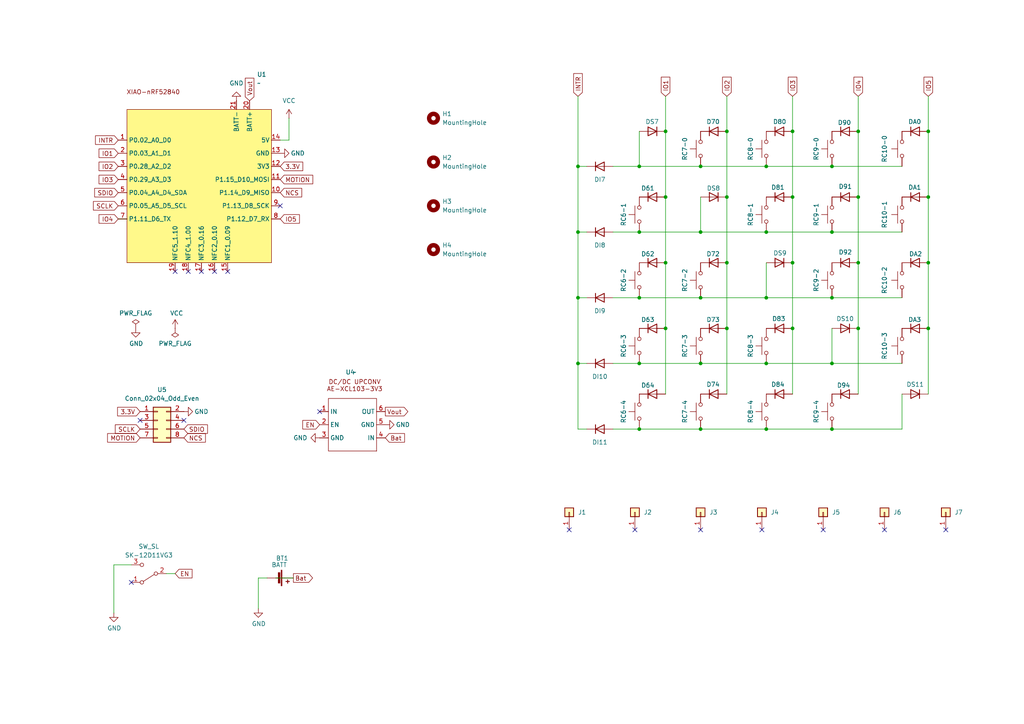
<source format=kicad_sch>
(kicad_sch
	(version 20250114)
	(generator "eeschema")
	(generator_version "9.0")
	(uuid "7f8f3204-eb94-4c1b-8bab-de17ef763f86")
	(paper "A4")
	(lib_symbols
		(symbol "Connector_Generic:Conn_01x01"
			(pin_names
				(offset 1.016)
				(hide yes)
			)
			(exclude_from_sim no)
			(in_bom yes)
			(on_board yes)
			(property "Reference" "J"
				(at 0 2.54 0)
				(effects
					(font
						(size 1.27 1.27)
					)
				)
			)
			(property "Value" "Conn_01x01"
				(at 0 -2.54 0)
				(effects
					(font
						(size 1.27 1.27)
					)
				)
			)
			(property "Footprint" ""
				(at 0 0 0)
				(effects
					(font
						(size 1.27 1.27)
					)
					(hide yes)
				)
			)
			(property "Datasheet" "~"
				(at 0 0 0)
				(effects
					(font
						(size 1.27 1.27)
					)
					(hide yes)
				)
			)
			(property "Description" "Generic connector, single row, 01x01, script generated (kicad-library-utils/schlib/autogen/connector/)"
				(at 0 0 0)
				(effects
					(font
						(size 1.27 1.27)
					)
					(hide yes)
				)
			)
			(property "ki_keywords" "connector"
				(at 0 0 0)
				(effects
					(font
						(size 1.27 1.27)
					)
					(hide yes)
				)
			)
			(property "ki_fp_filters" "Connector*:*_1x??_*"
				(at 0 0 0)
				(effects
					(font
						(size 1.27 1.27)
					)
					(hide yes)
				)
			)
			(symbol "Conn_01x01_1_1"
				(rectangle
					(start -1.27 1.27)
					(end 1.27 -1.27)
					(stroke
						(width 0.254)
						(type default)
					)
					(fill
						(type background)
					)
				)
				(rectangle
					(start -1.27 0.127)
					(end 0 -0.127)
					(stroke
						(width 0.1524)
						(type default)
					)
					(fill
						(type none)
					)
				)
				(pin passive line
					(at -5.08 0 0)
					(length 3.81)
					(name "Pin_1"
						(effects
							(font
								(size 1.27 1.27)
							)
						)
					)
					(number "1"
						(effects
							(font
								(size 1.27 1.27)
							)
						)
					)
				)
			)
			(embedded_fonts no)
		)
		(symbol "Connector_Generic:Conn_02x04_Odd_Even"
			(pin_names
				(offset 1.016)
				(hide yes)
			)
			(exclude_from_sim no)
			(in_bom yes)
			(on_board yes)
			(property "Reference" "J"
				(at 1.27 5.08 0)
				(effects
					(font
						(size 1.27 1.27)
					)
				)
			)
			(property "Value" "Conn_02x04_Odd_Even"
				(at 1.27 -7.62 0)
				(effects
					(font
						(size 1.27 1.27)
					)
				)
			)
			(property "Footprint" ""
				(at 0 0 0)
				(effects
					(font
						(size 1.27 1.27)
					)
					(hide yes)
				)
			)
			(property "Datasheet" "~"
				(at 0 0 0)
				(effects
					(font
						(size 1.27 1.27)
					)
					(hide yes)
				)
			)
			(property "Description" "Generic connector, double row, 02x04, odd/even pin numbering scheme (row 1 odd numbers, row 2 even numbers), script generated (kicad-library-utils/schlib/autogen/connector/)"
				(at 0 0 0)
				(effects
					(font
						(size 1.27 1.27)
					)
					(hide yes)
				)
			)
			(property "ki_keywords" "connector"
				(at 0 0 0)
				(effects
					(font
						(size 1.27 1.27)
					)
					(hide yes)
				)
			)
			(property "ki_fp_filters" "Connector*:*_2x??_*"
				(at 0 0 0)
				(effects
					(font
						(size 1.27 1.27)
					)
					(hide yes)
				)
			)
			(symbol "Conn_02x04_Odd_Even_1_1"
				(rectangle
					(start -1.27 3.81)
					(end 3.81 -6.35)
					(stroke
						(width 0.254)
						(type default)
					)
					(fill
						(type background)
					)
				)
				(rectangle
					(start -1.27 2.667)
					(end 0 2.413)
					(stroke
						(width 0.1524)
						(type default)
					)
					(fill
						(type none)
					)
				)
				(rectangle
					(start -1.27 0.127)
					(end 0 -0.127)
					(stroke
						(width 0.1524)
						(type default)
					)
					(fill
						(type none)
					)
				)
				(rectangle
					(start -1.27 -2.413)
					(end 0 -2.667)
					(stroke
						(width 0.1524)
						(type default)
					)
					(fill
						(type none)
					)
				)
				(rectangle
					(start -1.27 -4.953)
					(end 0 -5.207)
					(stroke
						(width 0.1524)
						(type default)
					)
					(fill
						(type none)
					)
				)
				(rectangle
					(start 3.81 2.667)
					(end 2.54 2.413)
					(stroke
						(width 0.1524)
						(type default)
					)
					(fill
						(type none)
					)
				)
				(rectangle
					(start 3.81 0.127)
					(end 2.54 -0.127)
					(stroke
						(width 0.1524)
						(type default)
					)
					(fill
						(type none)
					)
				)
				(rectangle
					(start 3.81 -2.413)
					(end 2.54 -2.667)
					(stroke
						(width 0.1524)
						(type default)
					)
					(fill
						(type none)
					)
				)
				(rectangle
					(start 3.81 -4.953)
					(end 2.54 -5.207)
					(stroke
						(width 0.1524)
						(type default)
					)
					(fill
						(type none)
					)
				)
				(pin passive line
					(at -5.08 2.54 0)
					(length 3.81)
					(name "Pin_1"
						(effects
							(font
								(size 1.27 1.27)
							)
						)
					)
					(number "1"
						(effects
							(font
								(size 1.27 1.27)
							)
						)
					)
				)
				(pin passive line
					(at -5.08 0 0)
					(length 3.81)
					(name "Pin_3"
						(effects
							(font
								(size 1.27 1.27)
							)
						)
					)
					(number "3"
						(effects
							(font
								(size 1.27 1.27)
							)
						)
					)
				)
				(pin passive line
					(at -5.08 -2.54 0)
					(length 3.81)
					(name "Pin_5"
						(effects
							(font
								(size 1.27 1.27)
							)
						)
					)
					(number "5"
						(effects
							(font
								(size 1.27 1.27)
							)
						)
					)
				)
				(pin passive line
					(at -5.08 -5.08 0)
					(length 3.81)
					(name "Pin_7"
						(effects
							(font
								(size 1.27 1.27)
							)
						)
					)
					(number "7"
						(effects
							(font
								(size 1.27 1.27)
							)
						)
					)
				)
				(pin passive line
					(at 7.62 2.54 180)
					(length 3.81)
					(name "Pin_2"
						(effects
							(font
								(size 1.27 1.27)
							)
						)
					)
					(number "2"
						(effects
							(font
								(size 1.27 1.27)
							)
						)
					)
				)
				(pin passive line
					(at 7.62 0 180)
					(length 3.81)
					(name "Pin_4"
						(effects
							(font
								(size 1.27 1.27)
							)
						)
					)
					(number "4"
						(effects
							(font
								(size 1.27 1.27)
							)
						)
					)
				)
				(pin passive line
					(at 7.62 -2.54 180)
					(length 3.81)
					(name "Pin_6"
						(effects
							(font
								(size 1.27 1.27)
							)
						)
					)
					(number "6"
						(effects
							(font
								(size 1.27 1.27)
							)
						)
					)
				)
				(pin passive line
					(at 7.62 -5.08 180)
					(length 3.81)
					(name "Pin_8"
						(effects
							(font
								(size 1.27 1.27)
							)
						)
					)
					(number "8"
						(effects
							(font
								(size 1.27 1.27)
							)
						)
					)
				)
			)
			(embedded_fonts no)
		)
		(symbol "Device:Battery_Cell"
			(pin_numbers
				(hide yes)
			)
			(pin_names
				(offset 0)
				(hide yes)
			)
			(exclude_from_sim no)
			(in_bom yes)
			(on_board yes)
			(property "Reference" "BT"
				(at 2.54 2.54 0)
				(effects
					(font
						(size 1.27 1.27)
					)
					(justify left)
				)
			)
			(property "Value" "Battery_Cell"
				(at 2.54 0 0)
				(effects
					(font
						(size 1.27 1.27)
					)
					(justify left)
				)
			)
			(property "Footprint" ""
				(at 0 1.524 90)
				(effects
					(font
						(size 1.27 1.27)
					)
					(hide yes)
				)
			)
			(property "Datasheet" "~"
				(at 0 1.524 90)
				(effects
					(font
						(size 1.27 1.27)
					)
					(hide yes)
				)
			)
			(property "Description" "Single-cell battery"
				(at 0 0 0)
				(effects
					(font
						(size 1.27 1.27)
					)
					(hide yes)
				)
			)
			(property "ki_keywords" "battery cell"
				(at 0 0 0)
				(effects
					(font
						(size 1.27 1.27)
					)
					(hide yes)
				)
			)
			(symbol "Battery_Cell_0_1"
				(rectangle
					(start -2.286 1.778)
					(end 2.286 1.524)
					(stroke
						(width 0)
						(type default)
					)
					(fill
						(type outline)
					)
				)
				(rectangle
					(start -1.5748 1.1938)
					(end 1.4732 0.6858)
					(stroke
						(width 0)
						(type default)
					)
					(fill
						(type outline)
					)
				)
				(polyline
					(pts
						(xy 0 1.778) (xy 0 2.54)
					)
					(stroke
						(width 0)
						(type default)
					)
					(fill
						(type none)
					)
				)
				(polyline
					(pts
						(xy 0 0.762) (xy 0 0)
					)
					(stroke
						(width 0)
						(type default)
					)
					(fill
						(type none)
					)
				)
				(polyline
					(pts
						(xy 0.508 3.429) (xy 1.524 3.429)
					)
					(stroke
						(width 0.254)
						(type default)
					)
					(fill
						(type none)
					)
				)
				(polyline
					(pts
						(xy 1.016 3.937) (xy 1.016 2.921)
					)
					(stroke
						(width 0.254)
						(type default)
					)
					(fill
						(type none)
					)
				)
			)
			(symbol "Battery_Cell_1_1"
				(pin passive line
					(at 0 5.08 270)
					(length 2.54)
					(name "+"
						(effects
							(font
								(size 1.27 1.27)
							)
						)
					)
					(number "1"
						(effects
							(font
								(size 1.27 1.27)
							)
						)
					)
				)
				(pin passive line
					(at 0 -2.54 90)
					(length 2.54)
					(name "-"
						(effects
							(font
								(size 1.27 1.27)
							)
						)
					)
					(number "2"
						(effects
							(font
								(size 1.27 1.27)
							)
						)
					)
				)
			)
			(embedded_fonts no)
		)
		(symbol "Diode:1N4148"
			(pin_numbers
				(hide yes)
			)
			(pin_names
				(hide yes)
			)
			(exclude_from_sim no)
			(in_bom yes)
			(on_board yes)
			(property "Reference" "D"
				(at 0 2.54 0)
				(effects
					(font
						(size 1.27 1.27)
					)
				)
			)
			(property "Value" "1N4148"
				(at 0 -2.54 0)
				(effects
					(font
						(size 1.27 1.27)
					)
				)
			)
			(property "Footprint" "Diode_THT:D_DO-35_SOD27_P7.62mm_Horizontal"
				(at 0 0 0)
				(effects
					(font
						(size 1.27 1.27)
					)
					(hide yes)
				)
			)
			(property "Datasheet" "https://assets.nexperia.com/documents/data-sheet/1N4148_1N4448.pdf"
				(at 0 0 0)
				(effects
					(font
						(size 1.27 1.27)
					)
					(hide yes)
				)
			)
			(property "Description" "100V 0.15A standard switching diode, DO-35"
				(at 0 0 0)
				(effects
					(font
						(size 1.27 1.27)
					)
					(hide yes)
				)
			)
			(property "Sim.Device" "D"
				(at 0 0 0)
				(effects
					(font
						(size 1.27 1.27)
					)
					(hide yes)
				)
			)
			(property "Sim.Pins" "1=K 2=A"
				(at 0 0 0)
				(effects
					(font
						(size 1.27 1.27)
					)
					(hide yes)
				)
			)
			(property "ki_keywords" "diode"
				(at 0 0 0)
				(effects
					(font
						(size 1.27 1.27)
					)
					(hide yes)
				)
			)
			(property "ki_fp_filters" "D*DO?35*"
				(at 0 0 0)
				(effects
					(font
						(size 1.27 1.27)
					)
					(hide yes)
				)
			)
			(symbol "1N4148_0_1"
				(polyline
					(pts
						(xy -1.27 1.27) (xy -1.27 -1.27)
					)
					(stroke
						(width 0.254)
						(type default)
					)
					(fill
						(type none)
					)
				)
				(polyline
					(pts
						(xy 1.27 1.27) (xy 1.27 -1.27) (xy -1.27 0) (xy 1.27 1.27)
					)
					(stroke
						(width 0.254)
						(type default)
					)
					(fill
						(type none)
					)
				)
				(polyline
					(pts
						(xy 1.27 0) (xy -1.27 0)
					)
					(stroke
						(width 0)
						(type default)
					)
					(fill
						(type none)
					)
				)
			)
			(symbol "1N4148_1_1"
				(pin passive line
					(at -3.81 0 0)
					(length 2.54)
					(name "K"
						(effects
							(font
								(size 1.27 1.27)
							)
						)
					)
					(number "1"
						(effects
							(font
								(size 1.27 1.27)
							)
						)
					)
				)
				(pin passive line
					(at 3.81 0 180)
					(length 2.54)
					(name "A"
						(effects
							(font
								(size 1.27 1.27)
							)
						)
					)
					(number "2"
						(effects
							(font
								(size 1.27 1.27)
							)
						)
					)
				)
			)
			(embedded_fonts no)
		)
		(symbol "Mechanical:MountingHole"
			(pin_names
				(offset 1.016)
			)
			(exclude_from_sim yes)
			(in_bom no)
			(on_board yes)
			(property "Reference" "H"
				(at 0 5.08 0)
				(effects
					(font
						(size 1.27 1.27)
					)
				)
			)
			(property "Value" "MountingHole"
				(at 0 3.175 0)
				(effects
					(font
						(size 1.27 1.27)
					)
				)
			)
			(property "Footprint" ""
				(at 0 0 0)
				(effects
					(font
						(size 1.27 1.27)
					)
					(hide yes)
				)
			)
			(property "Datasheet" "~"
				(at 0 0 0)
				(effects
					(font
						(size 1.27 1.27)
					)
					(hide yes)
				)
			)
			(property "Description" "Mounting Hole without connection"
				(at 0 0 0)
				(effects
					(font
						(size 1.27 1.27)
					)
					(hide yes)
				)
			)
			(property "ki_keywords" "mounting hole"
				(at 0 0 0)
				(effects
					(font
						(size 1.27 1.27)
					)
					(hide yes)
				)
			)
			(property "ki_fp_filters" "MountingHole*"
				(at 0 0 0)
				(effects
					(font
						(size 1.27 1.27)
					)
					(hide yes)
				)
			)
			(symbol "MountingHole_0_1"
				(circle
					(center 0 0)
					(radius 1.27)
					(stroke
						(width 1.27)
						(type default)
					)
					(fill
						(type none)
					)
				)
			)
			(embedded_fonts no)
		)
		(symbol "Switch:SW_Push"
			(pin_numbers
				(hide yes)
			)
			(pin_names
				(offset 1.016)
				(hide yes)
			)
			(exclude_from_sim no)
			(in_bom yes)
			(on_board yes)
			(property "Reference" "SW"
				(at 1.27 2.54 0)
				(effects
					(font
						(size 1.27 1.27)
					)
					(justify left)
				)
			)
			(property "Value" "SW_Push"
				(at 0 -1.524 0)
				(effects
					(font
						(size 1.27 1.27)
					)
				)
			)
			(property "Footprint" ""
				(at 0 5.08 0)
				(effects
					(font
						(size 1.27 1.27)
					)
					(hide yes)
				)
			)
			(property "Datasheet" "~"
				(at 0 5.08 0)
				(effects
					(font
						(size 1.27 1.27)
					)
					(hide yes)
				)
			)
			(property "Description" "Push button switch, generic, two pins"
				(at 0 0 0)
				(effects
					(font
						(size 1.27 1.27)
					)
					(hide yes)
				)
			)
			(property "ki_keywords" "switch normally-open pushbutton push-button"
				(at 0 0 0)
				(effects
					(font
						(size 1.27 1.27)
					)
					(hide yes)
				)
			)
			(symbol "SW_Push_0_1"
				(circle
					(center -2.032 0)
					(radius 0.508)
					(stroke
						(width 0)
						(type default)
					)
					(fill
						(type none)
					)
				)
				(polyline
					(pts
						(xy 0 1.27) (xy 0 3.048)
					)
					(stroke
						(width 0)
						(type default)
					)
					(fill
						(type none)
					)
				)
				(circle
					(center 2.032 0)
					(radius 0.508)
					(stroke
						(width 0)
						(type default)
					)
					(fill
						(type none)
					)
				)
				(polyline
					(pts
						(xy 2.54 1.27) (xy -2.54 1.27)
					)
					(stroke
						(width 0)
						(type default)
					)
					(fill
						(type none)
					)
				)
				(pin passive line
					(at -5.08 0 0)
					(length 2.54)
					(name "1"
						(effects
							(font
								(size 1.27 1.27)
							)
						)
					)
					(number "1"
						(effects
							(font
								(size 1.27 1.27)
							)
						)
					)
				)
				(pin passive line
					(at 5.08 0 180)
					(length 2.54)
					(name "2"
						(effects
							(font
								(size 1.27 1.27)
							)
						)
					)
					(number "2"
						(effects
							(font
								(size 1.27 1.27)
							)
						)
					)
				)
			)
			(embedded_fonts no)
		)
		(symbol "Switch:SW_SPDT"
			(pin_names
				(offset 0)
				(hide yes)
			)
			(exclude_from_sim no)
			(in_bom yes)
			(on_board yes)
			(property "Reference" "SW"
				(at 0 4.318 0)
				(effects
					(font
						(size 1.27 1.27)
					)
				)
			)
			(property "Value" "SW_SPDT"
				(at 0 -5.08 0)
				(effects
					(font
						(size 1.27 1.27)
					)
				)
			)
			(property "Footprint" ""
				(at 0 0 0)
				(effects
					(font
						(size 1.27 1.27)
					)
					(hide yes)
				)
			)
			(property "Datasheet" "~"
				(at 0 0 0)
				(effects
					(font
						(size 1.27 1.27)
					)
					(hide yes)
				)
			)
			(property "Description" "Switch, single pole double throw"
				(at 0 0 0)
				(effects
					(font
						(size 1.27 1.27)
					)
					(hide yes)
				)
			)
			(property "ki_keywords" "switch single-pole double-throw spdt ON-ON"
				(at 0 0 0)
				(effects
					(font
						(size 1.27 1.27)
					)
					(hide yes)
				)
			)
			(symbol "SW_SPDT_0_0"
				(circle
					(center -2.032 0)
					(radius 0.508)
					(stroke
						(width 0)
						(type default)
					)
					(fill
						(type none)
					)
				)
				(circle
					(center 2.032 -2.54)
					(radius 0.508)
					(stroke
						(width 0)
						(type default)
					)
					(fill
						(type none)
					)
				)
			)
			(symbol "SW_SPDT_0_1"
				(polyline
					(pts
						(xy -1.524 0.254) (xy 1.651 2.286)
					)
					(stroke
						(width 0)
						(type default)
					)
					(fill
						(type none)
					)
				)
				(circle
					(center 2.032 2.54)
					(radius 0.508)
					(stroke
						(width 0)
						(type default)
					)
					(fill
						(type none)
					)
				)
			)
			(symbol "SW_SPDT_1_1"
				(pin passive line
					(at -5.08 0 0)
					(length 2.54)
					(name "B"
						(effects
							(font
								(size 1.27 1.27)
							)
						)
					)
					(number "2"
						(effects
							(font
								(size 1.27 1.27)
							)
						)
					)
				)
				(pin passive line
					(at 5.08 2.54 180)
					(length 2.54)
					(name "A"
						(effects
							(font
								(size 1.27 1.27)
							)
						)
					)
					(number "1"
						(effects
							(font
								(size 1.27 1.27)
							)
						)
					)
				)
				(pin passive line
					(at 5.08 -2.54 180)
					(length 2.54)
					(name "C"
						(effects
							(font
								(size 1.27 1.27)
							)
						)
					)
					(number "3"
						(effects
							(font
								(size 1.27 1.27)
							)
						)
					)
				)
			)
			(embedded_fonts no)
		)
		(symbol "pinkeybd:U3"
			(exclude_from_sim no)
			(in_bom yes)
			(on_board yes)
			(property "Reference" "U3"
				(at 0 0 0)
				(effects
					(font
						(size 1.27 1.27)
					)
				)
			)
			(property "Value" ""
				(at 1.27 0 0)
				(effects
					(font
						(size 1.27 1.27)
					)
				)
			)
			(property "Footprint" ""
				(at 1.27 0 0)
				(effects
					(font
						(size 1.27 1.27)
					)
					(hide yes)
				)
			)
			(property "Datasheet" ""
				(at 1.27 0 0)
				(effects
					(font
						(size 1.27 1.27)
					)
					(hide yes)
				)
			)
			(property "Description" ""
				(at 1.27 0 0)
				(effects
					(font
						(size 1.27 1.27)
					)
					(hide yes)
				)
			)
			(symbol "U3_0_1"
				(rectangle
					(start -6.35 7.62)
					(end 7.62 -7.62)
					(stroke
						(width 0)
						(type default)
					)
					(fill
						(type none)
					)
				)
				(rectangle
					(start 7.62 -7.62)
					(end 7.62 -7.62)
					(stroke
						(width 0)
						(type default)
					)
					(fill
						(type none)
					)
				)
				(rectangle
					(start 7.62 -7.62)
					(end 7.62 -7.62)
					(stroke
						(width 0)
						(type default)
					)
					(fill
						(type none)
					)
				)
			)
			(symbol "U3_1_1"
				(text "DC/DC UPCONV\nAE-XCL103-3V3"
					(at 1.27 11.43 0)
					(effects
						(font
							(size 1.27 1.27)
						)
					)
				)
				(pin input line
					(at -8.89 3.81 0)
					(length 2.54)
					(name "IN"
						(effects
							(font
								(size 1.27 1.27)
							)
						)
					)
					(number "1"
						(effects
							(font
								(size 1.27 1.27)
							)
						)
					)
				)
				(pin input line
					(at -8.89 0 0)
					(length 2.54)
					(name "EN"
						(effects
							(font
								(size 1.27 1.27)
							)
						)
					)
					(number "2"
						(effects
							(font
								(size 1.27 1.27)
							)
						)
					)
				)
				(pin input line
					(at -8.89 -3.81 0)
					(length 2.54)
					(name "GND"
						(effects
							(font
								(size 1.27 1.27)
							)
						)
					)
					(number "3"
						(effects
							(font
								(size 1.27 1.27)
							)
						)
					)
				)
				(pin output line
					(at 10.16 3.81 180)
					(length 2.54)
					(name "OUT"
						(effects
							(font
								(size 1.27 1.27)
							)
						)
					)
					(number "6"
						(effects
							(font
								(size 1.27 1.27)
							)
						)
					)
				)
				(pin input line
					(at 10.16 0 180)
					(length 2.54)
					(name "GND"
						(effects
							(font
								(size 1.27 1.27)
							)
						)
					)
					(number "5"
						(effects
							(font
								(size 1.27 1.27)
							)
						)
					)
				)
				(pin input line
					(at 10.16 -3.81 180)
					(length 2.54)
					(name "IN"
						(effects
							(font
								(size 1.27 1.27)
							)
						)
					)
					(number "4"
						(effects
							(font
								(size 1.27 1.27)
							)
						)
					)
				)
			)
			(embedded_fonts no)
		)
		(symbol "power:GND"
			(power)
			(pin_numbers
				(hide yes)
			)
			(pin_names
				(offset 0)
				(hide yes)
			)
			(exclude_from_sim no)
			(in_bom yes)
			(on_board yes)
			(property "Reference" "#PWR"
				(at 0 -6.35 0)
				(effects
					(font
						(size 1.27 1.27)
					)
					(hide yes)
				)
			)
			(property "Value" "GND"
				(at 0 -3.81 0)
				(effects
					(font
						(size 1.27 1.27)
					)
				)
			)
			(property "Footprint" ""
				(at 0 0 0)
				(effects
					(font
						(size 1.27 1.27)
					)
					(hide yes)
				)
			)
			(property "Datasheet" ""
				(at 0 0 0)
				(effects
					(font
						(size 1.27 1.27)
					)
					(hide yes)
				)
			)
			(property "Description" "Power symbol creates a global label with name \"GND\" , ground"
				(at 0 0 0)
				(effects
					(font
						(size 1.27 1.27)
					)
					(hide yes)
				)
			)
			(property "ki_keywords" "global power"
				(at 0 0 0)
				(effects
					(font
						(size 1.27 1.27)
					)
					(hide yes)
				)
			)
			(symbol "GND_0_1"
				(polyline
					(pts
						(xy 0 0) (xy 0 -1.27) (xy 1.27 -1.27) (xy 0 -2.54) (xy -1.27 -1.27) (xy 0 -1.27)
					)
					(stroke
						(width 0)
						(type default)
					)
					(fill
						(type none)
					)
				)
			)
			(symbol "GND_1_1"
				(pin power_in line
					(at 0 0 270)
					(length 0)
					(name "~"
						(effects
							(font
								(size 1.27 1.27)
							)
						)
					)
					(number "1"
						(effects
							(font
								(size 1.27 1.27)
							)
						)
					)
				)
			)
			(embedded_fonts no)
		)
		(symbol "power:PWR_FLAG"
			(power)
			(pin_numbers
				(hide yes)
			)
			(pin_names
				(offset 0)
				(hide yes)
			)
			(exclude_from_sim no)
			(in_bom yes)
			(on_board yes)
			(property "Reference" "#FLG"
				(at 0 1.905 0)
				(effects
					(font
						(size 1.27 1.27)
					)
					(hide yes)
				)
			)
			(property "Value" "PWR_FLAG"
				(at 0 3.81 0)
				(effects
					(font
						(size 1.27 1.27)
					)
				)
			)
			(property "Footprint" ""
				(at 0 0 0)
				(effects
					(font
						(size 1.27 1.27)
					)
					(hide yes)
				)
			)
			(property "Datasheet" "~"
				(at 0 0 0)
				(effects
					(font
						(size 1.27 1.27)
					)
					(hide yes)
				)
			)
			(property "Description" "Special symbol for telling ERC where power comes from"
				(at 0 0 0)
				(effects
					(font
						(size 1.27 1.27)
					)
					(hide yes)
				)
			)
			(property "ki_keywords" "power-flag"
				(at 0 0 0)
				(effects
					(font
						(size 1.27 1.27)
					)
					(hide yes)
				)
			)
			(symbol "PWR_FLAG_0_0"
				(pin power_out line
					(at 0 0 90)
					(length 0)
					(name "pwr"
						(effects
							(font
								(size 1.27 1.27)
							)
						)
					)
					(number "1"
						(effects
							(font
								(size 1.27 1.27)
							)
						)
					)
				)
			)
			(symbol "PWR_FLAG_0_1"
				(polyline
					(pts
						(xy 0 0) (xy 0 1.27) (xy -1.016 1.905) (xy 0 2.54) (xy 1.016 1.905) (xy 0 1.27)
					)
					(stroke
						(width 0)
						(type default)
					)
					(fill
						(type none)
					)
				)
			)
			(embedded_fonts no)
		)
		(symbol "power:VCC"
			(power)
			(pin_numbers
				(hide yes)
			)
			(pin_names
				(offset 0)
				(hide yes)
			)
			(exclude_from_sim no)
			(in_bom yes)
			(on_board yes)
			(property "Reference" "#PWR"
				(at 0 -3.81 0)
				(effects
					(font
						(size 1.27 1.27)
					)
					(hide yes)
				)
			)
			(property "Value" "VCC"
				(at 0 3.556 0)
				(effects
					(font
						(size 1.27 1.27)
					)
				)
			)
			(property "Footprint" ""
				(at 0 0 0)
				(effects
					(font
						(size 1.27 1.27)
					)
					(hide yes)
				)
			)
			(property "Datasheet" ""
				(at 0 0 0)
				(effects
					(font
						(size 1.27 1.27)
					)
					(hide yes)
				)
			)
			(property "Description" "Power symbol creates a global label with name \"VCC\""
				(at 0 0 0)
				(effects
					(font
						(size 1.27 1.27)
					)
					(hide yes)
				)
			)
			(property "ki_keywords" "global power"
				(at 0 0 0)
				(effects
					(font
						(size 1.27 1.27)
					)
					(hide yes)
				)
			)
			(symbol "VCC_0_1"
				(polyline
					(pts
						(xy -0.762 1.27) (xy 0 2.54)
					)
					(stroke
						(width 0)
						(type default)
					)
					(fill
						(type none)
					)
				)
				(polyline
					(pts
						(xy 0 2.54) (xy 0.762 1.27)
					)
					(stroke
						(width 0)
						(type default)
					)
					(fill
						(type none)
					)
				)
				(polyline
					(pts
						(xy 0 0) (xy 0 2.54)
					)
					(stroke
						(width 0)
						(type default)
					)
					(fill
						(type none)
					)
				)
			)
			(symbol "VCC_1_1"
				(pin power_in line
					(at 0 0 90)
					(length 0)
					(name "~"
						(effects
							(font
								(size 1.27 1.27)
							)
						)
					)
					(number "1"
						(effects
							(font
								(size 1.27 1.27)
							)
						)
					)
				)
			)
			(embedded_fonts no)
		)
		(symbol "roba:XIAO-nRF52840"
			(exclude_from_sim no)
			(in_bom yes)
			(on_board yes)
			(property "Reference" "U"
				(at 13.97 -3.81 0)
				(effects
					(font
						(size 1.27 1.27)
					)
				)
			)
			(property "Value" ""
				(at 0 0 0)
				(effects
					(font
						(size 1.27 1.27)
					)
				)
			)
			(property "Footprint" ""
				(at 0 0 0)
				(effects
					(font
						(size 1.27 1.27)
					)
					(hide yes)
				)
			)
			(property "Datasheet" ""
				(at 0 0 0)
				(effects
					(font
						(size 1.27 1.27)
					)
					(hide yes)
				)
			)
			(property "Description" ""
				(at 0 0 0)
				(effects
					(font
						(size 1.27 1.27)
					)
					(hide yes)
				)
			)
			(symbol "XIAO-nRF52840_1_1"
				(text "XIAO-nRF52840"
					(at 20.32 -1.27 0)
					(effects
						(font
							(size 1.27 1.27)
						)
					)
				)
				(text_box ""
					(at 12.7 -6.35 0)
					(size 41.91 -44.45)
					(margins 1.016 1.016 1.016 1.016)
					(stroke
						(width 0)
						(type default)
					)
					(fill
						(type color)
						(color 255 249 138 1)
					)
					(effects
						(font
							(size 1.27 1.27)
						)
						(justify left top)
					)
				)
				(pin unspecified line
					(at 10.16 -15.24 0)
					(length 2.54)
					(name "P0.02_A0_D0"
						(effects
							(font
								(size 1.27 1.27)
							)
						)
					)
					(number "1"
						(effects
							(font
								(size 1.27 1.27)
							)
						)
					)
				)
				(pin unspecified line
					(at 10.16 -19.05 0)
					(length 2.54)
					(name "P0.03_A1_D1"
						(effects
							(font
								(size 1.27 1.27)
							)
						)
					)
					(number "2"
						(effects
							(font
								(size 1.27 1.27)
							)
						)
					)
				)
				(pin unspecified line
					(at 10.16 -22.86 0)
					(length 2.54)
					(name "P0.28_A2_D2"
						(effects
							(font
								(size 1.27 1.27)
							)
						)
					)
					(number "3"
						(effects
							(font
								(size 1.27 1.27)
							)
						)
					)
				)
				(pin unspecified line
					(at 10.16 -26.67 0)
					(length 2.54)
					(name "P0.29_A3_D3"
						(effects
							(font
								(size 1.27 1.27)
							)
						)
					)
					(number "4"
						(effects
							(font
								(size 1.27 1.27)
							)
						)
					)
				)
				(pin unspecified line
					(at 10.16 -30.48 0)
					(length 2.54)
					(name "P0.04_A4_D4_SDA"
						(effects
							(font
								(size 1.27 1.27)
							)
						)
					)
					(number "5"
						(effects
							(font
								(size 1.27 1.27)
							)
						)
					)
				)
				(pin unspecified line
					(at 10.16 -34.29 0)
					(length 2.54)
					(name "P0.05_A5_D5_SCL"
						(effects
							(font
								(size 1.27 1.27)
							)
						)
					)
					(number "6"
						(effects
							(font
								(size 1.27 1.27)
							)
						)
					)
				)
				(pin unspecified line
					(at 10.16 -38.1 0)
					(length 2.54)
					(name "P1.11_D6_TX"
						(effects
							(font
								(size 1.27 1.27)
							)
						)
					)
					(number "7"
						(effects
							(font
								(size 1.27 1.27)
							)
						)
					)
				)
				(pin unspecified line
					(at 26.67 -53.34 90)
					(length 2.54)
					(name "NFC5_1.10"
						(effects
							(font
								(size 1.27 1.27)
							)
						)
					)
					(number "19"
						(effects
							(font
								(size 1.27 1.27)
							)
						)
					)
				)
				(pin unspecified line
					(at 30.48 -53.34 90)
					(length 2.54)
					(name "NFC4_1.00"
						(effects
							(font
								(size 1.27 1.27)
							)
						)
					)
					(number "18"
						(effects
							(font
								(size 1.27 1.27)
							)
						)
					)
				)
				(pin unspecified line
					(at 34.29 -53.34 90)
					(length 2.54)
					(name "NFC3_0.16"
						(effects
							(font
								(size 1.27 1.27)
							)
						)
					)
					(number "17"
						(effects
							(font
								(size 1.27 1.27)
							)
						)
					)
				)
				(pin unspecified line
					(at 38.1 -53.34 90)
					(length 2.54)
					(name "NFC2_0.10"
						(effects
							(font
								(size 1.27 1.27)
							)
						)
					)
					(number "16"
						(effects
							(font
								(size 1.27 1.27)
							)
						)
					)
				)
				(pin unspecified line
					(at 41.91 -53.34 90)
					(length 2.54)
					(name "NFC1_0.09"
						(effects
							(font
								(size 1.27 1.27)
							)
						)
					)
					(number "15"
						(effects
							(font
								(size 1.27 1.27)
							)
						)
					)
				)
				(pin unspecified line
					(at 44.45 -3.81 270)
					(length 2.54)
					(name "BATT-"
						(effects
							(font
								(size 1.27 1.27)
							)
						)
					)
					(number "21"
						(effects
							(font
								(size 1.27 1.27)
							)
						)
					)
				)
				(pin unspecified line
					(at 48.26 -3.81 270)
					(length 2.54)
					(name "BATT+"
						(effects
							(font
								(size 1.27 1.27)
							)
						)
					)
					(number "20"
						(effects
							(font
								(size 1.27 1.27)
							)
						)
					)
				)
				(pin unspecified line
					(at 57.15 -15.24 180)
					(length 2.54)
					(name "5V"
						(effects
							(font
								(size 1.27 1.27)
							)
						)
					)
					(number "14"
						(effects
							(font
								(size 1.27 1.27)
							)
						)
					)
				)
				(pin unspecified line
					(at 57.15 -19.05 180)
					(length 2.54)
					(name "GND"
						(effects
							(font
								(size 1.27 1.27)
							)
						)
					)
					(number "13"
						(effects
							(font
								(size 1.27 1.27)
							)
						)
					)
				)
				(pin unspecified line
					(at 57.15 -22.86 180)
					(length 2.54)
					(name "3V3"
						(effects
							(font
								(size 1.27 1.27)
							)
						)
					)
					(number "12"
						(effects
							(font
								(size 1.27 1.27)
							)
						)
					)
				)
				(pin unspecified line
					(at 57.15 -26.67 180)
					(length 2.54)
					(name "P1.15_D10_MOSI"
						(effects
							(font
								(size 1.27 1.27)
							)
						)
					)
					(number "11"
						(effects
							(font
								(size 1.27 1.27)
							)
						)
					)
				)
				(pin unspecified line
					(at 57.15 -30.48 180)
					(length 2.54)
					(name "P1.14_D9_MISO"
						(effects
							(font
								(size 1.27 1.27)
							)
						)
					)
					(number "10"
						(effects
							(font
								(size 1.27 1.27)
							)
						)
					)
				)
				(pin unspecified line
					(at 57.15 -34.29 180)
					(length 2.54)
					(name "P1.13_D8_SCK"
						(effects
							(font
								(size 1.27 1.27)
							)
						)
					)
					(number "9"
						(effects
							(font
								(size 1.27 1.27)
							)
						)
					)
				)
				(pin unspecified line
					(at 57.15 -38.1 180)
					(length 2.54)
					(name "P1.12_D7_RX"
						(effects
							(font
								(size 1.27 1.27)
							)
						)
					)
					(number "8"
						(effects
							(font
								(size 1.27 1.27)
							)
						)
					)
				)
			)
			(embedded_fonts no)
		)
	)
	(junction
		(at 248.92 38.1)
		(diameter 0)
		(color 0 0 0 0)
		(uuid "0715242d-61be-41ef-8758-ccd41e0b21f5")
	)
	(junction
		(at 210.82 95.25)
		(diameter 0)
		(color 0 0 0 0)
		(uuid "118ae012-29ca-4b6a-b1ac-f33fad91c0c7")
	)
	(junction
		(at 167.64 48.26)
		(diameter 0)
		(color 0 0 0 0)
		(uuid "19aa59a0-f7ae-4c1f-b72e-3a2b05e0b468")
	)
	(junction
		(at 269.24 76.2)
		(diameter 0)
		(color 0 0 0 0)
		(uuid "19d40bf8-da03-4d17-bc0a-ec27c8f3865c")
	)
	(junction
		(at 167.64 86.36)
		(diameter 0)
		(color 0 0 0 0)
		(uuid "28fe34ea-8fe3-4e75-bb08-93ed6ca9d55c")
	)
	(junction
		(at 210.82 76.2)
		(diameter 0)
		(color 0 0 0 0)
		(uuid "29616ba2-46d1-4550-92e1-f43100093cfc")
	)
	(junction
		(at 229.87 76.2)
		(diameter 0)
		(color 0 0 0 0)
		(uuid "2c1bb5d1-ee5e-4559-82c4-27e0864acb53")
	)
	(junction
		(at 210.82 57.15)
		(diameter 0)
		(color 0 0 0 0)
		(uuid "31dc16de-b0d0-4f24-9b2b-845a98989cc6")
	)
	(junction
		(at 185.42 48.26)
		(diameter 0)
		(color 0 0 0 0)
		(uuid "3e03b9a5-b147-46d9-8098-064e8687d867")
	)
	(junction
		(at 241.3 105.41)
		(diameter 0)
		(color 0 0 0 0)
		(uuid "4387d006-9877-470e-aec6-6e5db20163d9")
	)
	(junction
		(at 222.25 48.26)
		(diameter 0)
		(color 0 0 0 0)
		(uuid "45bba45b-fb48-458d-b326-014b71ab5061")
	)
	(junction
		(at 241.3 67.31)
		(diameter 0)
		(color 0 0 0 0)
		(uuid "4653806d-5a05-4263-be7c-fb94f5d840f4")
	)
	(junction
		(at 203.2 124.46)
		(diameter 0)
		(color 0 0 0 0)
		(uuid "4ea0c536-4803-4c8d-92de-3a7370f9313e")
	)
	(junction
		(at 241.3 86.36)
		(diameter 0)
		(color 0 0 0 0)
		(uuid "56bde444-8358-4dd5-b9dc-8468c16fe8a9")
	)
	(junction
		(at 167.64 67.31)
		(diameter 0)
		(color 0 0 0 0)
		(uuid "5ad9b06c-fed6-486a-b4ae-c18e5253358d")
	)
	(junction
		(at 193.04 38.1)
		(diameter 0)
		(color 0 0 0 0)
		(uuid "621bef6d-2021-4a91-8799-9659871d63bb")
	)
	(junction
		(at 203.2 105.41)
		(diameter 0)
		(color 0 0 0 0)
		(uuid "641327ac-1581-46e1-a06c-3c7ee78018dc")
	)
	(junction
		(at 167.64 105.41)
		(diameter 0)
		(color 0 0 0 0)
		(uuid "6925cf9b-c394-44b3-8b1f-50f63d71c97d")
	)
	(junction
		(at 210.82 38.1)
		(diameter 0)
		(color 0 0 0 0)
		(uuid "6b14d7dd-b5f2-4d22-ac63-85ecb03c0da3")
	)
	(junction
		(at 269.24 95.25)
		(diameter 0)
		(color 0 0 0 0)
		(uuid "6c5d14d3-0f99-4b9e-a2fe-de5a31a1a353")
	)
	(junction
		(at 229.87 57.15)
		(diameter 0)
		(color 0 0 0 0)
		(uuid "6d4f5c11-84a5-4774-851a-8f3b08adb7cc")
	)
	(junction
		(at 185.42 86.36)
		(diameter 0)
		(color 0 0 0 0)
		(uuid "6daaded1-1e45-4aee-b1b9-5eb8ace829a6")
	)
	(junction
		(at 222.25 105.41)
		(diameter 0)
		(color 0 0 0 0)
		(uuid "7eb7a2ba-08c8-4031-87b5-936391384a12")
	)
	(junction
		(at 193.04 76.2)
		(diameter 0)
		(color 0 0 0 0)
		(uuid "8354d4a7-4367-4d92-b06c-1d038fbaa310")
	)
	(junction
		(at 185.42 124.46)
		(diameter 0)
		(color 0 0 0 0)
		(uuid "8f1dae1a-0172-401e-b2e2-33752ebd052a")
	)
	(junction
		(at 193.04 95.25)
		(diameter 0)
		(color 0 0 0 0)
		(uuid "94ff31f6-f470-46c4-8ee2-5f614b84f3d4")
	)
	(junction
		(at 222.25 86.36)
		(diameter 0)
		(color 0 0 0 0)
		(uuid "9b37d850-fa93-41ed-89e3-47531061169c")
	)
	(junction
		(at 248.92 57.15)
		(diameter 0)
		(color 0 0 0 0)
		(uuid "9ef18ba1-6efa-44b9-8b17-7090e55188e7")
	)
	(junction
		(at 241.3 48.26)
		(diameter 0)
		(color 0 0 0 0)
		(uuid "a1572f53-d654-476b-bccd-c604e1b3806d")
	)
	(junction
		(at 203.2 86.36)
		(diameter 0)
		(color 0 0 0 0)
		(uuid "a8a47b27-b09b-47ab-8415-5e9eb6ff355b")
	)
	(junction
		(at 241.3 124.46)
		(diameter 0)
		(color 0 0 0 0)
		(uuid "aa522b57-8efe-450e-8440-83cf8c38f395")
	)
	(junction
		(at 229.87 38.1)
		(diameter 0)
		(color 0 0 0 0)
		(uuid "ab7a59b8-30d9-4b3c-a292-b315d4628023")
	)
	(junction
		(at 229.87 95.25)
		(diameter 0)
		(color 0 0 0 0)
		(uuid "bdb78dd1-f4d2-4caf-a9db-ef62d115e7e6")
	)
	(junction
		(at 269.24 38.1)
		(diameter 0)
		(color 0 0 0 0)
		(uuid "cc3e42d5-b6e5-4c29-919d-640752b1d3be")
	)
	(junction
		(at 193.04 57.15)
		(diameter 0)
		(color 0 0 0 0)
		(uuid "ccca0001-fe33-47e2-abe6-49bbe40bdd38")
	)
	(junction
		(at 222.25 67.31)
		(diameter 0)
		(color 0 0 0 0)
		(uuid "d0cd2848-fb80-4cf6-9e01-aecf799d6042")
	)
	(junction
		(at 185.42 67.31)
		(diameter 0)
		(color 0 0 0 0)
		(uuid "e4d2a857-288f-4021-ab5e-ed4c04833ad2")
	)
	(junction
		(at 248.92 95.25)
		(diameter 0)
		(color 0 0 0 0)
		(uuid "e50c915f-74ec-4b33-95e8-2c7834acbe76")
	)
	(junction
		(at 203.2 67.31)
		(diameter 0)
		(color 0 0 0 0)
		(uuid "edb5f3b4-8815-43ac-bfcf-c7b31298c650")
	)
	(junction
		(at 248.92 76.2)
		(diameter 0)
		(color 0 0 0 0)
		(uuid "f2cb7bb0-a4c3-4e04-acdd-ab875ff82bf4")
	)
	(junction
		(at 222.25 124.46)
		(diameter 0)
		(color 0 0 0 0)
		(uuid "f4fb81ef-c235-4757-917d-7753fb69aa8d")
	)
	(junction
		(at 185.42 105.41)
		(diameter 0)
		(color 0 0 0 0)
		(uuid "f564df12-f740-422a-9f70-edb35cd5cd4e")
	)
	(junction
		(at 203.2 48.26)
		(diameter 0)
		(color 0 0 0 0)
		(uuid "fc16d0d2-1532-4bcf-a81f-ed6bbae16da9")
	)
	(junction
		(at 269.24 57.15)
		(diameter 0)
		(color 0 0 0 0)
		(uuid "feed21ec-a2ac-42c2-a3bb-a15d21131e04")
	)
	(no_connect
		(at 66.04 78.74)
		(uuid "01fead4c-7888-44e1-9b10-f77d88923450")
	)
	(no_connect
		(at 238.76 153.67)
		(uuid "10efec7d-3e71-47ca-8dec-014ef237e5f3")
	)
	(no_connect
		(at 62.23 78.74)
		(uuid "10f539e9-875d-4d43-9db6-339208cdb88b")
	)
	(no_connect
		(at 220.98 153.67)
		(uuid "1abab608-d699-4f9d-a920-c6c259e5e5f3")
	)
	(no_connect
		(at 92.71 119.38)
		(uuid "3466c73b-a7e5-45da-b0a0-7c9f9e2eff5a")
	)
	(no_connect
		(at 54.61 78.74)
		(uuid "38a5077a-d9c6-4611-b2fc-30b4354a69e7")
	)
	(no_connect
		(at 165.1 153.67)
		(uuid "3d163b02-16fd-4975-ae3c-1fa40bce3535")
	)
	(no_connect
		(at 184.15 153.67)
		(uuid "4663fa78-7815-4894-8168-219e577304d6")
	)
	(no_connect
		(at 256.54 153.67)
		(uuid "635240e3-64fc-4497-92fc-9c34061fb59d")
	)
	(no_connect
		(at 81.28 59.69)
		(uuid "6691cd4a-cec7-456c-ba58-750983d48fd0")
	)
	(no_connect
		(at 40.64 121.92)
		(uuid "8069d56b-e638-4725-8303-3256e78f5de9")
	)
	(no_connect
		(at 50.8 78.74)
		(uuid "90e4803d-ab70-45fc-8c2c-074c05562190")
	)
	(no_connect
		(at 38.1 168.91)
		(uuid "a43ab9cb-4262-4b73-a2fa-49817d7def3b")
	)
	(no_connect
		(at 203.2 153.67)
		(uuid "ac68a7de-2a5b-496f-a951-b10929f14983")
	)
	(no_connect
		(at 274.32 153.67)
		(uuid "ada72609-386a-4674-b672-72dc37c9a14e")
	)
	(no_connect
		(at 58.42 78.74)
		(uuid "b31d7d42-0c8a-499c-8055-400e2638f8ac")
	)
	(no_connect
		(at 53.34 121.92)
		(uuid "bac14c3c-6923-48ca-83f6-59a8735f5925")
	)
	(no_connect
		(at 59.69 -181.61)
		(uuid "f01d9a78-282f-4ce2-b29c-2fa0db6c0955")
	)
	(wire
		(pts
			(xy 222.25 76.2) (xy 222.25 86.36)
		)
		(stroke
			(width 0)
			(type default)
		)
		(uuid "0257da39-c9a1-4586-a54d-96352f052b81")
	)
	(wire
		(pts
			(xy 185.42 124.46) (xy 203.2 124.46)
		)
		(stroke
			(width 0)
			(type default)
		)
		(uuid "029383f7-7817-41c4-9c63-fd64aa5845d1")
	)
	(wire
		(pts
			(xy 222.25 86.36) (xy 241.3 86.36)
		)
		(stroke
			(width 0)
			(type default)
		)
		(uuid "04dbd49c-c218-4a58-8a88-66589576d613")
	)
	(wire
		(pts
			(xy 210.82 38.1) (xy 210.82 57.15)
		)
		(stroke
			(width 0)
			(type default)
		)
		(uuid "05d1c84c-45e0-4b2f-9518-1eee56c380ec")
	)
	(wire
		(pts
			(xy 203.2 67.31) (xy 222.25 67.31)
		)
		(stroke
			(width 0)
			(type default)
		)
		(uuid "10089c3e-02ae-4c79-9534-36f8f9d17a97")
	)
	(wire
		(pts
			(xy 193.04 95.25) (xy 193.04 114.3)
		)
		(stroke
			(width 0)
			(type default)
		)
		(uuid "10911e14-f61a-4da0-bfde-ef8c5f2bb29b")
	)
	(wire
		(pts
			(xy 248.92 38.1) (xy 248.92 57.15)
		)
		(stroke
			(width 0)
			(type default)
		)
		(uuid "109f764c-7628-4998-91a2-d1625285e549")
	)
	(wire
		(pts
			(xy 167.64 124.46) (xy 167.64 105.41)
		)
		(stroke
			(width 0)
			(type default)
		)
		(uuid "149257c1-5acf-48d3-a1a7-86e0d78c80a4")
	)
	(wire
		(pts
			(xy 229.87 57.15) (xy 229.87 76.2)
		)
		(stroke
			(width 0)
			(type default)
		)
		(uuid "15c0a38a-3a2f-48e8-a962-f45816bd29d8")
	)
	(wire
		(pts
			(xy 203.2 86.36) (xy 222.25 86.36)
		)
		(stroke
			(width 0)
			(type default)
		)
		(uuid "18d18131-9989-40ad-9ae9-9a1fc0dcf4dd")
	)
	(wire
		(pts
			(xy 170.18 48.26) (xy 167.64 48.26)
		)
		(stroke
			(width 0)
			(type default)
		)
		(uuid "1b405383-f920-486e-8f15-27a2dafd1282")
	)
	(wire
		(pts
			(xy 193.04 38.1) (xy 193.04 57.15)
		)
		(stroke
			(width 0)
			(type default)
		)
		(uuid "1df4b1f4-8b69-4bed-88ad-c56413ee8462")
	)
	(wire
		(pts
			(xy 261.62 114.3) (xy 261.62 124.46)
		)
		(stroke
			(width 0)
			(type default)
		)
		(uuid "20955692-5fa6-4dbf-b395-9afa1dd588fd")
	)
	(wire
		(pts
			(xy 248.92 76.2) (xy 248.92 95.25)
		)
		(stroke
			(width 0)
			(type default)
		)
		(uuid "2494e79d-95f6-4145-af5f-efd17f423420")
	)
	(wire
		(pts
			(xy 229.87 38.1) (xy 229.87 57.15)
		)
		(stroke
			(width 0)
			(type default)
		)
		(uuid "25392117-5ed8-4779-96a5-64948393991d")
	)
	(wire
		(pts
			(xy 203.2 124.46) (xy 222.25 124.46)
		)
		(stroke
			(width 0)
			(type default)
		)
		(uuid "2ac27515-57a2-42d9-8e38-7446ee7ab40c")
	)
	(wire
		(pts
			(xy 269.24 27.94) (xy 269.24 38.1)
		)
		(stroke
			(width 0)
			(type default)
		)
		(uuid "2ff61d1d-2d32-477d-87e0-00a7eb1d9c47")
	)
	(wire
		(pts
			(xy 177.8 124.46) (xy 185.42 124.46)
		)
		(stroke
			(width 0)
			(type default)
		)
		(uuid "3049641f-ac6b-4435-8273-d7c74a7833fe")
	)
	(wire
		(pts
			(xy 185.42 67.31) (xy 203.2 67.31)
		)
		(stroke
			(width 0)
			(type default)
		)
		(uuid "34f1ed0c-59f8-4f05-a5dd-c82c464f6a18")
	)
	(wire
		(pts
			(xy 74.93 167.64) (xy 74.93 176.53)
		)
		(stroke
			(width 0)
			(type default)
		)
		(uuid "3dc40c3b-f1ab-4e05-b2da-2a70dd77e960")
	)
	(wire
		(pts
			(xy 167.64 48.26) (xy 167.64 67.31)
		)
		(stroke
			(width 0)
			(type default)
		)
		(uuid "439a37f0-f028-401b-a7c7-5f6145f4cc73")
	)
	(wire
		(pts
			(xy 83.82 34.29) (xy 83.82 40.64)
		)
		(stroke
			(width 0)
			(type default)
		)
		(uuid "48265283-97a6-439a-b255-064c8ee9371f")
	)
	(wire
		(pts
			(xy 167.64 67.31) (xy 167.64 86.36)
		)
		(stroke
			(width 0)
			(type default)
		)
		(uuid "4b4ef0bd-b9b1-4650-9482-f609da5561d9")
	)
	(wire
		(pts
			(xy 210.82 57.15) (xy 210.82 76.2)
		)
		(stroke
			(width 0)
			(type default)
		)
		(uuid "4d10553b-2572-4101-ac54-9999aa7ecd4a")
	)
	(wire
		(pts
			(xy 222.25 105.41) (xy 241.3 105.41)
		)
		(stroke
			(width 0)
			(type default)
		)
		(uuid "4e693ed6-6806-4459-bec3-03b984ae8af4")
	)
	(wire
		(pts
			(xy 193.04 27.94) (xy 193.04 38.1)
		)
		(stroke
			(width 0)
			(type default)
		)
		(uuid "4ed7b1f6-cda7-497e-8527-fad60c5d8411")
	)
	(wire
		(pts
			(xy 269.24 76.2) (xy 269.24 95.25)
		)
		(stroke
			(width 0)
			(type default)
		)
		(uuid "537c17d6-e3ed-4de0-a02f-e825d7c79669")
	)
	(wire
		(pts
			(xy 248.92 27.94) (xy 248.92 38.1)
		)
		(stroke
			(width 0)
			(type default)
		)
		(uuid "54e5f6db-8b9f-40e3-9c34-f9e60a44262c")
	)
	(wire
		(pts
			(xy 269.24 95.25) (xy 269.24 114.3)
		)
		(stroke
			(width 0)
			(type default)
		)
		(uuid "61696409-7175-4035-9987-2e9737e62d01")
	)
	(wire
		(pts
			(xy 170.18 105.41) (xy 167.64 105.41)
		)
		(stroke
			(width 0)
			(type default)
		)
		(uuid "646b6b59-1336-4a7c-aec3-5cc03cc8ed99")
	)
	(wire
		(pts
			(xy 248.92 57.15) (xy 248.92 76.2)
		)
		(stroke
			(width 0)
			(type default)
		)
		(uuid "6561365f-0ee4-430f-90c1-0570777bb1a9")
	)
	(wire
		(pts
			(xy 222.25 48.26) (xy 241.3 48.26)
		)
		(stroke
			(width 0)
			(type default)
		)
		(uuid "676e1290-19f0-4dfb-98af-fabe1d3bbf1f")
	)
	(wire
		(pts
			(xy 170.18 86.36) (xy 167.64 86.36)
		)
		(stroke
			(width 0)
			(type default)
		)
		(uuid "68a0b257-78f6-4b8a-8b40-28dcee71af3f")
	)
	(wire
		(pts
			(xy 85.09 167.64) (xy 80.01 167.64)
		)
		(stroke
			(width 0)
			(type default)
		)
		(uuid "6f705260-d96d-4763-b8e1-1409a40f5f32")
	)
	(wire
		(pts
			(xy 269.24 57.15) (xy 269.24 76.2)
		)
		(stroke
			(width 0)
			(type default)
		)
		(uuid "715451a1-d302-4ff3-8f2b-2dc9d36e803f")
	)
	(wire
		(pts
			(xy 167.64 86.36) (xy 167.64 105.41)
		)
		(stroke
			(width 0)
			(type default)
		)
		(uuid "7399f4fb-c5a6-4765-8994-a18f24d46516")
	)
	(wire
		(pts
			(xy 185.42 86.36) (xy 203.2 86.36)
		)
		(stroke
			(width 0)
			(type default)
		)
		(uuid "76b570bc-d60a-4171-830e-40d86dd4e9bc")
	)
	(wire
		(pts
			(xy 229.87 76.2) (xy 229.87 95.25)
		)
		(stroke
			(width 0)
			(type default)
		)
		(uuid "77aeab6a-d389-48a9-9ccc-b16a7c001367")
	)
	(wire
		(pts
			(xy 185.42 48.26) (xy 203.2 48.26)
		)
		(stroke
			(width 0)
			(type default)
		)
		(uuid "7b085fb5-0eb0-4f6c-8fb3-67ad63eb4ddc")
	)
	(wire
		(pts
			(xy 74.93 167.64) (xy 77.47 167.64)
		)
		(stroke
			(width 0)
			(type default)
		)
		(uuid "7b19e7d6-e182-49fe-af2f-d38cd2ed4a12")
	)
	(wire
		(pts
			(xy 229.87 27.94) (xy 229.87 38.1)
		)
		(stroke
			(width 0)
			(type default)
		)
		(uuid "7e690e3f-46a5-489c-8b25-0a60b325dd79")
	)
	(wire
		(pts
			(xy 241.3 86.36) (xy 261.62 86.36)
		)
		(stroke
			(width 0)
			(type default)
		)
		(uuid "8322e1b2-d8c8-44d5-9501-86458ced3c61")
	)
	(wire
		(pts
			(xy 170.18 67.31) (xy 167.64 67.31)
		)
		(stroke
			(width 0)
			(type default)
		)
		(uuid "84927a79-3fd7-4740-a914-7a2be66ab8a0")
	)
	(wire
		(pts
			(xy 36.83 63.5) (xy 34.29 63.5)
		)
		(stroke
			(width 0)
			(type default)
		)
		(uuid "895de7bc-a29d-4b87-a4d7-e6bc8d3b0661")
	)
	(wire
		(pts
			(xy 210.82 95.25) (xy 210.82 114.3)
		)
		(stroke
			(width 0)
			(type default)
		)
		(uuid "8c5bcdd9-8490-4245-b46e-f240ab21ad3e")
	)
	(wire
		(pts
			(xy 177.8 48.26) (xy 185.42 48.26)
		)
		(stroke
			(width 0)
			(type default)
		)
		(uuid "96dc43c0-c258-4a4b-93be-038527b56707")
	)
	(wire
		(pts
			(xy 177.8 86.36) (xy 185.42 86.36)
		)
		(stroke
			(width 0)
			(type default)
		)
		(uuid "9837fb92-00be-4640-a2de-f8383b42cd76")
	)
	(wire
		(pts
			(xy 269.24 38.1) (xy 269.24 57.15)
		)
		(stroke
			(width 0)
			(type default)
		)
		(uuid "9b912153-aaf4-4f3c-be16-5d1bdd9c9420")
	)
	(wire
		(pts
			(xy 177.8 105.41) (xy 185.42 105.41)
		)
		(stroke
			(width 0)
			(type default)
		)
		(uuid "9d29f54d-664f-472c-b936-d137885d7f24")
	)
	(wire
		(pts
			(xy 167.64 27.94) (xy 167.64 48.26)
		)
		(stroke
			(width 0)
			(type default)
		)
		(uuid "9fc51452-eb98-4bde-bb87-b594cd1a3ba6")
	)
	(wire
		(pts
			(xy 177.8 67.31) (xy 185.42 67.31)
		)
		(stroke
			(width 0)
			(type default)
		)
		(uuid "ab03fd65-1581-4385-b03e-6654f259bc0f")
	)
	(wire
		(pts
			(xy 83.82 40.64) (xy 81.28 40.64)
		)
		(stroke
			(width 0)
			(type default)
		)
		(uuid "b13306a5-8e67-4523-b04f-f009ce630b9a")
	)
	(wire
		(pts
			(xy 241.3 105.41) (xy 261.62 105.41)
		)
		(stroke
			(width 0)
			(type default)
		)
		(uuid "b40b7bdb-5e12-4d0b-92df-0b06ce7a0df8")
	)
	(wire
		(pts
			(xy 222.25 67.31) (xy 241.3 67.31)
		)
		(stroke
			(width 0)
			(type default)
		)
		(uuid "ba2daba8-1d9d-4e18-b6db-68f337fb916a")
	)
	(wire
		(pts
			(xy 38.1 163.83) (xy 33.02 163.83)
		)
		(stroke
			(width 0)
			(type default)
		)
		(uuid "baa73443-40cf-4d9b-9c7b-dc88e9735633")
	)
	(wire
		(pts
			(xy 241.3 95.25) (xy 241.3 105.41)
		)
		(stroke
			(width 0)
			(type default)
		)
		(uuid "c3334b4f-e927-485a-9f2d-f10e165131a2")
	)
	(wire
		(pts
			(xy 241.3 48.26) (xy 261.62 48.26)
		)
		(stroke
			(width 0)
			(type default)
		)
		(uuid "c78ee0bd-766a-452d-a1f6-fc878383c0a4")
	)
	(wire
		(pts
			(xy 185.42 38.1) (xy 185.42 48.26)
		)
		(stroke
			(width 0)
			(type default)
		)
		(uuid "c83dd962-abbd-4586-97e1-a1302a6735f3")
	)
	(wire
		(pts
			(xy 210.82 76.2) (xy 210.82 95.25)
		)
		(stroke
			(width 0)
			(type default)
		)
		(uuid "cad238ad-1e84-4ae7-b7f4-b832904c046e")
	)
	(wire
		(pts
			(xy 203.2 57.15) (xy 203.2 67.31)
		)
		(stroke
			(width 0)
			(type default)
		)
		(uuid "d3ed5b8b-9aad-4f34-bbd0-5c2c44eae1ad")
	)
	(wire
		(pts
			(xy 185.42 105.41) (xy 203.2 105.41)
		)
		(stroke
			(width 0)
			(type default)
		)
		(uuid "d4cb2bb1-8949-4f65-9b79-bfb9bdfbd11e")
	)
	(wire
		(pts
			(xy 203.2 48.26) (xy 222.25 48.26)
		)
		(stroke
			(width 0)
			(type default)
		)
		(uuid "d5a3c372-3850-4e7a-8810-2237571d37e0")
	)
	(wire
		(pts
			(xy 33.02 163.83) (xy 33.02 177.8)
		)
		(stroke
			(width 0)
			(type default)
		)
		(uuid "d956b559-5885-489b-aeb9-f17bdf515ae5")
	)
	(wire
		(pts
			(xy 248.92 95.25) (xy 248.92 114.3)
		)
		(stroke
			(width 0)
			(type default)
		)
		(uuid "dab6615e-629a-4357-80c8-72b5446910c1")
	)
	(wire
		(pts
			(xy 203.2 105.41) (xy 222.25 105.41)
		)
		(stroke
			(width 0)
			(type default)
		)
		(uuid "dac6b1fb-ff49-4be7-b659-981456b0aa00")
	)
	(wire
		(pts
			(xy 167.64 124.46) (xy 170.18 124.46)
		)
		(stroke
			(width 0)
			(type default)
		)
		(uuid "dc803086-8ad3-4bb1-b08a-464082089073")
	)
	(wire
		(pts
			(xy 50.8 166.37) (xy 48.26 166.37)
		)
		(stroke
			(width 0)
			(type default)
		)
		(uuid "e2009fb7-4e90-43bf-b395-abd734a06009")
	)
	(wire
		(pts
			(xy 210.82 27.94) (xy 210.82 38.1)
		)
		(stroke
			(width 0)
			(type default)
		)
		(uuid "eced4771-705f-4535-86b9-3b58705f0086")
	)
	(wire
		(pts
			(xy 222.25 124.46) (xy 241.3 124.46)
		)
		(stroke
			(width 0)
			(type default)
		)
		(uuid "ee035640-46e1-41b2-953d-c9d3f72fdbd8")
	)
	(wire
		(pts
			(xy 241.3 124.46) (xy 261.62 124.46)
		)
		(stroke
			(width 0)
			(type default)
		)
		(uuid "ee730a11-80aa-4681-b3ba-e68bcd0a4415")
	)
	(wire
		(pts
			(xy 193.04 76.2) (xy 193.04 95.25)
		)
		(stroke
			(width 0)
			(type default)
		)
		(uuid "f191c578-39bd-45df-94cd-e5d415df6198")
	)
	(wire
		(pts
			(xy 241.3 67.31) (xy 261.62 67.31)
		)
		(stroke
			(width 0)
			(type default)
		)
		(uuid "fa64f775-bfe9-4c80-8309-dfaad909b7eb")
	)
	(wire
		(pts
			(xy 193.04 57.15) (xy 193.04 76.2)
		)
		(stroke
			(width 0)
			(type default)
		)
		(uuid "ff1af5b1-0872-45fc-9ac3-1a08efcc4719")
	)
	(wire
		(pts
			(xy 229.87 95.25) (xy 229.87 114.3)
		)
		(stroke
			(width 0)
			(type default)
		)
		(uuid "ffc7c7b8-0694-4d3c-a03f-0a12ed5eced5")
	)
	(global_label "SDIO"
		(shape input)
		(at 53.34 124.46 0)
		(fields_autoplaced yes)
		(effects
			(font
				(size 1.27 1.27)
			)
			(justify left)
		)
		(uuid "14b7a2a6-ce87-417c-87a7-dc733dea2795")
		(property "Intersheetrefs" "${INTERSHEET_REFS}"
			(at 60.74 124.46 0)
			(effects
				(font
					(size 1.27 1.27)
				)
				(justify left)
				(hide yes)
			)
		)
	)
	(global_label "INTR"
		(shape input)
		(at 167.64 27.94 90)
		(fields_autoplaced yes)
		(effects
			(font
				(size 1.27 1.27)
			)
			(justify left)
		)
		(uuid "18e76382-6b4f-4c37-882d-37087a033cdc")
		(property "Intersheetrefs" "${INTERSHEET_REFS}"
			(at 167.64 20.7819 90)
			(effects
				(font
					(size 1.27 1.27)
				)
				(justify left)
				(hide yes)
			)
		)
	)
	(global_label "IO3"
		(shape input)
		(at 34.29 52.07 180)
		(fields_autoplaced yes)
		(effects
			(font
				(size 1.27 1.27)
			)
			(justify right)
		)
		(uuid "1b5282ef-41d4-46d9-84ad-5e2ceccfed8e")
		(property "Intersheetrefs" "${INTERSHEET_REFS}"
			(at 28.16 52.07 0)
			(effects
				(font
					(size 1.27 1.27)
				)
				(justify right)
				(hide yes)
			)
		)
	)
	(global_label "IO4"
		(shape input)
		(at 248.92 27.94 90)
		(fields_autoplaced yes)
		(effects
			(font
				(size 1.27 1.27)
			)
			(justify left)
		)
		(uuid "2629cf78-100a-4838-b9d9-5b0436a6e6c5")
		(property "Intersheetrefs" "${INTERSHEET_REFS}"
			(at 248.92 21.81 90)
			(effects
				(font
					(size 1.27 1.27)
				)
				(justify left)
				(hide yes)
			)
		)
	)
	(global_label "IO5"
		(shape input)
		(at 81.28 63.5 0)
		(fields_autoplaced yes)
		(effects
			(font
				(size 1.27 1.27)
			)
			(justify left)
		)
		(uuid "2c10ca0a-ed59-466e-9bdf-c066f3ed5577")
		(property "Intersheetrefs" "${INTERSHEET_REFS}"
			(at 87.41 63.5 0)
			(effects
				(font
					(size 1.27 1.27)
				)
				(justify left)
				(hide yes)
			)
		)
	)
	(global_label "IO3"
		(shape input)
		(at 229.87 27.94 90)
		(fields_autoplaced yes)
		(effects
			(font
				(size 1.27 1.27)
			)
			(justify left)
		)
		(uuid "3140b109-c406-4650-b384-9920452fdf0b")
		(property "Intersheetrefs" "${INTERSHEET_REFS}"
			(at 229.87 21.81 90)
			(effects
				(font
					(size 1.27 1.27)
				)
				(justify left)
				(hide yes)
			)
		)
	)
	(global_label "IO5"
		(shape input)
		(at 269.24 27.94 90)
		(fields_autoplaced yes)
		(effects
			(font
				(size 1.27 1.27)
			)
			(justify left)
		)
		(uuid "3226605a-5698-44d4-83f3-927515e64899")
		(property "Intersheetrefs" "${INTERSHEET_REFS}"
			(at 269.24 21.81 90)
			(effects
				(font
					(size 1.27 1.27)
				)
				(justify left)
				(hide yes)
			)
		)
	)
	(global_label "IO4"
		(shape input)
		(at 34.29 63.5 180)
		(fields_autoplaced yes)
		(effects
			(font
				(size 1.27 1.27)
			)
			(justify right)
		)
		(uuid "34888407-df24-4f54-970e-f1e81e7b70b6")
		(property "Intersheetrefs" "${INTERSHEET_REFS}"
			(at 28.16 63.5 0)
			(effects
				(font
					(size 1.27 1.27)
				)
				(justify right)
				(hide yes)
			)
		)
	)
	(global_label "Bat"
		(shape output)
		(at 85.09 167.64 0)
		(fields_autoplaced yes)
		(effects
			(font
				(size 1.27 1.27)
			)
			(justify left)
		)
		(uuid "3c873069-73e5-482b-a04d-899a30bcdb93")
		(property "Intersheetrefs" "${INTERSHEET_REFS}"
			(at 91.2199 167.64 0)
			(effects
				(font
					(size 1.27 1.27)
				)
				(justify left)
				(hide yes)
			)
		)
	)
	(global_label "3.3V"
		(shape input)
		(at 40.64 119.38 180)
		(fields_autoplaced yes)
		(effects
			(font
				(size 1.27 1.27)
			)
			(justify right)
		)
		(uuid "407bea5a-8b4c-449f-b50d-2b19383b0a5a")
		(property "Intersheetrefs" "${INTERSHEET_REFS}"
			(at 33.5424 119.38 0)
			(effects
				(font
					(size 1.27 1.27)
				)
				(justify right)
				(hide yes)
			)
		)
	)
	(global_label "MOTION"
		(shape input)
		(at 40.64 127 180)
		(fields_autoplaced yes)
		(effects
			(font
				(size 1.27 1.27)
			)
			(justify right)
		)
		(uuid "43b9b12e-366b-422a-a017-e24529c4017c")
		(property "Intersheetrefs" "${INTERSHEET_REFS}"
			(at 30.6395 127 0)
			(effects
				(font
					(size 1.27 1.27)
				)
				(justify right)
				(hide yes)
			)
		)
	)
	(global_label "INTR"
		(shape input)
		(at 34.29 40.64 180)
		(fields_autoplaced yes)
		(effects
			(font
				(size 1.27 1.27)
			)
			(justify right)
		)
		(uuid "4d880873-fe56-40bb-91f3-426159f1a87f")
		(property "Intersheetrefs" "${INTERSHEET_REFS}"
			(at 27.1319 40.64 0)
			(effects
				(font
					(size 1.27 1.27)
				)
				(justify right)
				(hide yes)
			)
		)
	)
	(global_label "IO1"
		(shape input)
		(at 34.29 44.45 180)
		(fields_autoplaced yes)
		(effects
			(font
				(size 1.27 1.27)
			)
			(justify right)
		)
		(uuid "6293ae13-efd0-430d-b9bb-9d86e72fbe5c")
		(property "Intersheetrefs" "${INTERSHEET_REFS}"
			(at 28.16 44.45 0)
			(effects
				(font
					(size 1.27 1.27)
				)
				(justify right)
				(hide yes)
			)
		)
	)
	(global_label "IO2"
		(shape input)
		(at 34.29 48.26 180)
		(fields_autoplaced yes)
		(effects
			(font
				(size 1.27 1.27)
			)
			(justify right)
		)
		(uuid "70bfc273-5de0-44d8-98c9-17be23a595d9")
		(property "Intersheetrefs" "${INTERSHEET_REFS}"
			(at 28.16 48.26 0)
			(effects
				(font
					(size 1.27 1.27)
				)
				(justify right)
				(hide yes)
			)
		)
	)
	(global_label "IO1"
		(shape input)
		(at 193.04 27.94 90)
		(fields_autoplaced yes)
		(effects
			(font
				(size 1.27 1.27)
			)
			(justify left)
		)
		(uuid "80066153-93f8-4a2c-9eb8-a9f5fd035a9e")
		(property "Intersheetrefs" "${INTERSHEET_REFS}"
			(at 193.04 21.81 90)
			(effects
				(font
					(size 1.27 1.27)
				)
				(justify left)
				(hide yes)
			)
		)
	)
	(global_label "3.3V"
		(shape input)
		(at 81.28 48.26 0)
		(fields_autoplaced yes)
		(effects
			(font
				(size 1.27 1.27)
			)
			(justify left)
		)
		(uuid "9c86de27-e3c5-471e-acc9-d62480d79dbd")
		(property "Intersheetrefs" "${INTERSHEET_REFS}"
			(at 88.3776 48.26 0)
			(effects
				(font
					(size 1.27 1.27)
				)
				(justify left)
				(hide yes)
			)
		)
	)
	(global_label "EN"
		(shape input)
		(at 92.71 123.19 180)
		(fields_autoplaced yes)
		(effects
			(font
				(size 1.27 1.27)
			)
			(justify right)
		)
		(uuid "a484a885-d774-4603-b4d9-a365a3e2f03c")
		(property "Intersheetrefs" "${INTERSHEET_REFS}"
			(at 87.2453 123.19 0)
			(effects
				(font
					(size 1.27 1.27)
				)
				(justify right)
				(hide yes)
			)
		)
	)
	(global_label "Bat"
		(shape input)
		(at 111.76 127 0)
		(fields_autoplaced yes)
		(effects
			(font
				(size 1.27 1.27)
			)
			(justify left)
		)
		(uuid "b6c3f95b-122f-429c-9996-d0543be14bda")
		(property "Intersheetrefs" "${INTERSHEET_REFS}"
			(at 117.8899 127 0)
			(effects
				(font
					(size 1.27 1.27)
				)
				(justify left)
				(hide yes)
			)
		)
	)
	(global_label "EN"
		(shape input)
		(at 50.8 166.37 0)
		(fields_autoplaced yes)
		(effects
			(font
				(size 1.27 1.27)
			)
			(justify left)
		)
		(uuid "bbf8356e-e030-4737-b711-8d2397ec535d")
		(property "Intersheetrefs" "${INTERSHEET_REFS}"
			(at 56.2647 166.37 0)
			(effects
				(font
					(size 1.27 1.27)
				)
				(justify left)
				(hide yes)
			)
		)
	)
	(global_label "Vout"
		(shape input)
		(at 72.39 29.21 90)
		(fields_autoplaced yes)
		(effects
			(font
				(size 1.27 1.27)
			)
			(justify left)
		)
		(uuid "bf95a055-d0e4-49bc-b10d-3bf5e9ef60fd")
		(property "Intersheetrefs" "${INTERSHEET_REFS}"
			(at 72.39 22.1125 90)
			(effects
				(font
					(size 1.27 1.27)
				)
				(justify left)
				(hide yes)
			)
		)
	)
	(global_label "MOTION"
		(shape input)
		(at 81.28 52.07 0)
		(fields_autoplaced yes)
		(effects
			(font
				(size 1.27 1.27)
			)
			(justify left)
		)
		(uuid "c72cc512-f871-4d08-aaad-468ed7a81c14")
		(property "Intersheetrefs" "${INTERSHEET_REFS}"
			(at 91.2805 52.07 0)
			(effects
				(font
					(size 1.27 1.27)
				)
				(justify left)
				(hide yes)
			)
		)
	)
	(global_label "SCLK"
		(shape input)
		(at 34.29 59.69 180)
		(fields_autoplaced yes)
		(effects
			(font
				(size 1.27 1.27)
			)
			(justify right)
		)
		(uuid "c7935a68-5b53-415d-826f-3695c9947eac")
		(property "Intersheetrefs" "${INTERSHEET_REFS}"
			(at 26.5272 59.69 0)
			(effects
				(font
					(size 1.27 1.27)
				)
				(justify right)
				(hide yes)
			)
		)
	)
	(global_label "SDIO"
		(shape input)
		(at 34.29 55.88 180)
		(fields_autoplaced yes)
		(effects
			(font
				(size 1.27 1.27)
			)
			(justify right)
		)
		(uuid "db9346c1-3198-4460-802e-8ea0906201f5")
		(property "Intersheetrefs" "${INTERSHEET_REFS}"
			(at 26.89 55.88 0)
			(effects
				(font
					(size 1.27 1.27)
				)
				(justify right)
				(hide yes)
			)
		)
	)
	(global_label "SCLK"
		(shape input)
		(at 40.64 124.46 180)
		(fields_autoplaced yes)
		(effects
			(font
				(size 1.27 1.27)
			)
			(justify right)
		)
		(uuid "ee6705ab-55fe-4c8b-b8d9-6ece5954ebac")
		(property "Intersheetrefs" "${INTERSHEET_REFS}"
			(at 32.8772 124.46 0)
			(effects
				(font
					(size 1.27 1.27)
				)
				(justify right)
				(hide yes)
			)
		)
	)
	(global_label "NCS"
		(shape input)
		(at 81.28 55.88 0)
		(fields_autoplaced yes)
		(effects
			(font
				(size 1.27 1.27)
			)
			(justify left)
		)
		(uuid "f0a0714d-8e03-4b96-96d6-3dcf5782e762")
		(property "Intersheetrefs" "${INTERSHEET_REFS}"
			(at 88.0752 55.88 0)
			(effects
				(font
					(size 1.27 1.27)
				)
				(justify left)
				(hide yes)
			)
		)
	)
	(global_label "IO2"
		(shape input)
		(at 210.82 27.94 90)
		(fields_autoplaced yes)
		(effects
			(font
				(size 1.27 1.27)
			)
			(justify left)
		)
		(uuid "f249fb5e-ace5-445a-9971-2fd6ee7881ad")
		(property "Intersheetrefs" "${INTERSHEET_REFS}"
			(at 210.82 21.81 90)
			(effects
				(font
					(size 1.27 1.27)
				)
				(justify left)
				(hide yes)
			)
		)
	)
	(global_label "NCS"
		(shape input)
		(at 53.34 127 0)
		(fields_autoplaced yes)
		(effects
			(font
				(size 1.27 1.27)
			)
			(justify left)
		)
		(uuid "fb17c9b7-caef-4ceb-ae5a-66589845273b")
		(property "Intersheetrefs" "${INTERSHEET_REFS}"
			(at 60.1352 127 0)
			(effects
				(font
					(size 1.27 1.27)
				)
				(justify left)
				(hide yes)
			)
		)
	)
	(global_label "Vout"
		(shape output)
		(at 111.76 119.38 0)
		(fields_autoplaced yes)
		(effects
			(font
				(size 1.27 1.27)
			)
			(justify left)
		)
		(uuid "ff7200b1-d5e0-455b-8ec6-47bdc3233660")
		(property "Intersheetrefs" "${INTERSHEET_REFS}"
			(at 118.8575 119.38 0)
			(effects
				(font
					(size 1.27 1.27)
				)
				(justify left)
				(hide yes)
			)
		)
	)
	(symbol
		(lib_id "Switch:SW_Push")
		(at 203.2 119.38 90)
		(unit 1)
		(exclude_from_sim no)
		(in_bom yes)
		(on_board yes)
		(dnp no)
		(uuid "000c4c76-b2c3-4995-bced-defce057701f")
		(property "Reference" "RC7-4"
			(at 198.628 119.38 0)
			(do_not_autoplace yes)
			(effects
				(font
					(size 1.27 1.27)
				)
			)
		)
		(property "Value" "SW_Push"
			(at 199.39 119.38 0)
			(effects
				(font
					(size 1.27 1.27)
				)
				(hide yes)
			)
		)
		(property "Footprint" "_kicad_footprints:SW_MX"
			(at 198.12 119.38 0)
			(effects
				(font
					(size 1.27 1.27)
				)
				(hide yes)
			)
		)
		(property "Datasheet" "~"
			(at 198.12 119.38 0)
			(effects
				(font
					(size 1.27 1.27)
				)
				(hide yes)
			)
		)
		(property "Description" ""
			(at 203.2 119.38 0)
			(effects
				(font
					(size 1.27 1.27)
				)
				(hide yes)
			)
		)
		(pin "1"
			(uuid "82f40f1c-c903-4be7-8fa8-c0b4ea625918")
		)
		(pin "2"
			(uuid "0ca2f542-1222-46ae-a2f4-81ff6fc272e5")
		)
		(instances
			(project "pinkeybd_R"
				(path "/7f8f3204-eb94-4c1b-8bab-de17ef763f86"
					(reference "RC7-4")
					(unit 1)
				)
			)
		)
	)
	(symbol
		(lib_id "Switch:SW_Push")
		(at 185.42 100.33 90)
		(unit 1)
		(exclude_from_sim no)
		(in_bom yes)
		(on_board yes)
		(dnp no)
		(uuid "03fe80c9-3614-443d-917f-c4c0649afebe")
		(property "Reference" "RC6-3"
			(at 180.848 100.33 0)
			(do_not_autoplace yes)
			(effects
				(font
					(size 1.27 1.27)
				)
			)
		)
		(property "Value" "SW_Push"
			(at 181.61 100.33 0)
			(effects
				(font
					(size 1.27 1.27)
				)
				(hide yes)
			)
		)
		(property "Footprint" "_kicad_footprints:SW_MX"
			(at 180.34 100.33 0)
			(effects
				(font
					(size 1.27 1.27)
				)
				(hide yes)
			)
		)
		(property "Datasheet" "~"
			(at 180.34 100.33 0)
			(effects
				(font
					(size 1.27 1.27)
				)
				(hide yes)
			)
		)
		(property "Description" ""
			(at 185.42 100.33 0)
			(effects
				(font
					(size 1.27 1.27)
				)
				(hide yes)
			)
		)
		(pin "1"
			(uuid "b6183bab-f47e-472e-bef8-b6f88b2aa328")
		)
		(pin "2"
			(uuid "caa6d5fd-e58f-4d5b-b623-eff5089249f8")
		)
		(instances
			(project "pinkeybd_R"
				(path "/7f8f3204-eb94-4c1b-8bab-de17ef763f86"
					(reference "RC6-3")
					(unit 1)
				)
			)
		)
	)
	(symbol
		(lib_id "power:GND")
		(at 53.34 119.38 90)
		(unit 1)
		(exclude_from_sim no)
		(in_bom yes)
		(on_board yes)
		(dnp no)
		(uuid "0d9dbb88-8ce4-4802-aebf-6a06fabc934c")
		(property "Reference" "#PWR011"
			(at 59.69 119.38 0)
			(effects
				(font
					(size 1.27 1.27)
				)
				(hide yes)
			)
		)
		(property "Value" "GND"
			(at 58.42 119.38 90)
			(effects
				(font
					(size 1.27 1.27)
				)
			)
		)
		(property "Footprint" ""
			(at 53.34 119.38 0)
			(effects
				(font
					(size 1.27 1.27)
				)
				(hide yes)
			)
		)
		(property "Datasheet" ""
			(at 53.34 119.38 0)
			(effects
				(font
					(size 1.27 1.27)
				)
				(hide yes)
			)
		)
		(property "Description" "Power symbol creates a global label with name \"GND\" , ground"
			(at 53.34 119.38 0)
			(effects
				(font
					(size 1.27 1.27)
				)
				(hide yes)
			)
		)
		(pin "1"
			(uuid "4b6aa559-c004-4bc8-ba7c-9b2e94327688")
		)
		(instances
			(project "pinkeybd_R"
				(path "/7f8f3204-eb94-4c1b-8bab-de17ef763f86"
					(reference "#PWR011")
					(unit 1)
				)
			)
		)
	)
	(symbol
		(lib_id "Switch:SW_Push")
		(at 185.42 119.38 90)
		(unit 1)
		(exclude_from_sim no)
		(in_bom yes)
		(on_board yes)
		(dnp no)
		(uuid "11a4ab56-44a2-4215-a521-4ac03140db77")
		(property "Reference" "RC6-4"
			(at 180.848 119.38 0)
			(do_not_autoplace yes)
			(effects
				(font
					(size 1.27 1.27)
				)
			)
		)
		(property "Value" "SW_Push"
			(at 181.61 119.38 0)
			(effects
				(font
					(size 1.27 1.27)
				)
				(hide yes)
			)
		)
		(property "Footprint" "_kicad_footprints:SW_MX"
			(at 180.34 119.38 0)
			(effects
				(font
					(size 1.27 1.27)
				)
				(hide yes)
			)
		)
		(property "Datasheet" "~"
			(at 180.34 119.38 0)
			(effects
				(font
					(size 1.27 1.27)
				)
				(hide yes)
			)
		)
		(property "Description" ""
			(at 185.42 119.38 0)
			(effects
				(font
					(size 1.27 1.27)
				)
				(hide yes)
			)
		)
		(pin "1"
			(uuid "1bc4426c-39d0-4d92-8de6-86430b6c6401")
		)
		(pin "2"
			(uuid "5c6c664a-35e4-4c36-822b-a30630585fce")
		)
		(instances
			(project "pinkeybd_R"
				(path "/7f8f3204-eb94-4c1b-8bab-de17ef763f86"
					(reference "RC6-4")
					(unit 1)
				)
			)
		)
	)
	(symbol
		(lib_id "Switch:SW_Push")
		(at 241.3 62.23 90)
		(unit 1)
		(exclude_from_sim no)
		(in_bom yes)
		(on_board yes)
		(dnp no)
		(uuid "122778a6-58a3-464f-bb63-085ff281d902")
		(property "Reference" "RC9-1"
			(at 236.728 62.23 0)
			(do_not_autoplace yes)
			(effects
				(font
					(size 1.27 1.27)
				)
			)
		)
		(property "Value" "SW_Push"
			(at 237.49 62.23 0)
			(effects
				(font
					(size 1.27 1.27)
				)
				(hide yes)
			)
		)
		(property "Footprint" "_kicad_footprints:SW_MX"
			(at 236.22 62.23 0)
			(effects
				(font
					(size 1.27 1.27)
				)
				(hide yes)
			)
		)
		(property "Datasheet" "~"
			(at 236.22 62.23 0)
			(effects
				(font
					(size 1.27 1.27)
				)
				(hide yes)
			)
		)
		(property "Description" ""
			(at 241.3 62.23 0)
			(effects
				(font
					(size 1.27 1.27)
				)
				(hide yes)
			)
		)
		(pin "1"
			(uuid "e994e549-5780-43c3-8f5e-f7b2e27e895e")
		)
		(pin "2"
			(uuid "43a79f63-6965-4f92-8aa3-4d84c50aaffd")
		)
		(instances
			(project "pinkeybd_R"
				(path "/7f8f3204-eb94-4c1b-8bab-de17ef763f86"
					(reference "RC9-1")
					(unit 1)
				)
			)
		)
	)
	(symbol
		(lib_id "Switch:SW_Push")
		(at 261.62 81.28 90)
		(unit 1)
		(exclude_from_sim no)
		(in_bom yes)
		(on_board yes)
		(dnp no)
		(uuid "13eda3fb-b117-44db-a7e5-01798ce50f32")
		(property "Reference" "RC10-2"
			(at 256.54 81.28 0)
			(do_not_autoplace yes)
			(effects
				(font
					(size 1.27 1.27)
				)
			)
		)
		(property "Value" "SW_Push"
			(at 257.81 81.28 0)
			(effects
				(font
					(size 1.27 1.27)
				)
				(hide yes)
			)
		)
		(property "Footprint" "_kicad_footprints:SW_MX"
			(at 256.54 81.28 0)
			(effects
				(font
					(size 1.27 1.27)
				)
				(hide yes)
			)
		)
		(property "Datasheet" "~"
			(at 256.54 81.28 0)
			(effects
				(font
					(size 1.27 1.27)
				)
				(hide yes)
			)
		)
		(property "Description" ""
			(at 261.62 81.28 0)
			(effects
				(font
					(size 1.27 1.27)
				)
				(hide yes)
			)
		)
		(pin "1"
			(uuid "ab925e00-9244-416f-bdc9-fdfabf09ed83")
		)
		(pin "2"
			(uuid "f45b7162-3cba-42c9-8054-2d995f3eb764")
		)
		(instances
			(project "pinkeybd_R"
				(path "/7f8f3204-eb94-4c1b-8bab-de17ef763f86"
					(reference "RC10-2")
					(unit 1)
				)
			)
		)
	)
	(symbol
		(lib_id "Diode:1N4148")
		(at 173.99 48.26 0)
		(mirror x)
		(unit 1)
		(exclude_from_sim no)
		(in_bom yes)
		(on_board yes)
		(dnp no)
		(uuid "170a6b66-1477-487f-a084-86fb2a2a3271")
		(property "Reference" "DI7"
			(at 173.99 52.07 0)
			(do_not_autoplace yes)
			(effects
				(font
					(size 1.27 1.27)
				)
			)
		)
		(property "Value" "1N4148"
			(at 172.085 45.72 90)
			(effects
				(font
					(size 1.27 1.27)
				)
				(justify right)
				(hide yes)
			)
		)
		(property "Footprint" "Diode_THT:D_DO-35_SOD27_P7.62mm_Horizontal"
			(at 173.99 48.26 0)
			(effects
				(font
					(size 1.27 1.27)
				)
				(hide yes)
			)
		)
		(property "Datasheet" "https://assets.nexperia.com/documents/data-sheet/1N4148_1N4448.pdf"
			(at 173.99 48.26 0)
			(effects
				(font
					(size 1.27 1.27)
				)
				(hide yes)
			)
		)
		(property "Description" ""
			(at 173.99 48.26 0)
			(effects
				(font
					(size 1.27 1.27)
				)
				(hide yes)
			)
		)
		(property "Sim.Device" "D"
			(at 173.99 48.26 0)
			(effects
				(font
					(size 1.27 1.27)
				)
				(hide yes)
			)
		)
		(property "Sim.Pins" "1=K 2=A"
			(at 173.99 48.26 0)
			(effects
				(font
					(size 1.27 1.27)
				)
				(hide yes)
			)
		)
		(pin "1"
			(uuid "d659b47d-2251-4c40-8ab8-05d48645bbf6")
		)
		(pin "2"
			(uuid "2bc4ff31-fe2b-4c70-b0f6-bfb44f8424c6")
		)
		(instances
			(project "pinkeybd_R"
				(path "/7f8f3204-eb94-4c1b-8bab-de17ef763f86"
					(reference "DI7")
					(unit 1)
				)
			)
		)
	)
	(symbol
		(lib_id "Diode:1N4148")
		(at 173.99 86.36 0)
		(mirror x)
		(unit 1)
		(exclude_from_sim no)
		(in_bom yes)
		(on_board yes)
		(dnp no)
		(uuid "193ee010-066e-4f3c-b58c-3f8df38e456a")
		(property "Reference" "DI9"
			(at 173.99 90.17 0)
			(do_not_autoplace yes)
			(effects
				(font
					(size 1.27 1.27)
				)
			)
		)
		(property "Value" "1N4148"
			(at 172.085 83.82 90)
			(effects
				(font
					(size 1.27 1.27)
				)
				(justify right)
				(hide yes)
			)
		)
		(property "Footprint" "Diode_THT:D_DO-35_SOD27_P7.62mm_Horizontal"
			(at 173.99 86.36 0)
			(effects
				(font
					(size 1.27 1.27)
				)
				(hide yes)
			)
		)
		(property "Datasheet" "https://assets.nexperia.com/documents/data-sheet/1N4148_1N4448.pdf"
			(at 173.99 86.36 0)
			(effects
				(font
					(size 1.27 1.27)
				)
				(hide yes)
			)
		)
		(property "Description" ""
			(at 173.99 86.36 0)
			(effects
				(font
					(size 1.27 1.27)
				)
				(hide yes)
			)
		)
		(property "Sim.Device" "D"
			(at 173.99 86.36 0)
			(effects
				(font
					(size 1.27 1.27)
				)
				(hide yes)
			)
		)
		(property "Sim.Pins" "1=K 2=A"
			(at 173.99 86.36 0)
			(effects
				(font
					(size 1.27 1.27)
				)
				(hide yes)
			)
		)
		(pin "1"
			(uuid "f4e85da0-bc9d-4736-9e7b-3517ef423a06")
		)
		(pin "2"
			(uuid "90794856-4edc-49b4-8467-04ae53f791c2")
		)
		(instances
			(project "pinkeybd_R"
				(path "/7f8f3204-eb94-4c1b-8bab-de17ef763f86"
					(reference "DI9")
					(unit 1)
				)
			)
		)
	)
	(symbol
		(lib_id "Switch:SW_Push")
		(at 203.2 43.18 90)
		(unit 1)
		(exclude_from_sim no)
		(in_bom yes)
		(on_board yes)
		(dnp no)
		(uuid "19558859-a20d-4b2b-abbd-e10615448443")
		(property "Reference" "RC7-0"
			(at 198.628 43.18 0)
			(do_not_autoplace yes)
			(effects
				(font
					(size 1.27 1.27)
				)
			)
		)
		(property "Value" "SW_Push"
			(at 199.39 43.18 0)
			(effects
				(font
					(size 1.27 1.27)
				)
				(hide yes)
			)
		)
		(property "Footprint" "_kicad_footprints:SW_MX"
			(at 198.12 43.18 0)
			(effects
				(font
					(size 1.27 1.27)
				)
				(hide yes)
			)
		)
		(property "Datasheet" "~"
			(at 198.12 43.18 0)
			(effects
				(font
					(size 1.27 1.27)
				)
				(hide yes)
			)
		)
		(property "Description" ""
			(at 203.2 43.18 0)
			(effects
				(font
					(size 1.27 1.27)
				)
				(hide yes)
			)
		)
		(pin "1"
			(uuid "0649780b-e9bb-4831-8b47-d5fdce62174a")
		)
		(pin "2"
			(uuid "a44b60df-cb27-47e4-9bc7-d281c953bbab")
		)
		(instances
			(project "pinkeybd_R"
				(path "/7f8f3204-eb94-4c1b-8bab-de17ef763f86"
					(reference "RC7-0")
					(unit 1)
				)
			)
		)
	)
	(symbol
		(lib_id "Diode:1N4148")
		(at 173.99 124.46 0)
		(mirror x)
		(unit 1)
		(exclude_from_sim no)
		(in_bom yes)
		(on_board yes)
		(dnp no)
		(uuid "1f27ecd1-e68f-4805-9550-a07c8bdbce37")
		(property "Reference" "DI11"
			(at 173.99 128.27 0)
			(do_not_autoplace yes)
			(effects
				(font
					(size 1.27 1.27)
				)
			)
		)
		(property "Value" "1N4148"
			(at 172.085 121.92 90)
			(effects
				(font
					(size 1.27 1.27)
				)
				(justify right)
				(hide yes)
			)
		)
		(property "Footprint" "Diode_THT:D_DO-35_SOD27_P7.62mm_Horizontal"
			(at 173.99 124.46 0)
			(effects
				(font
					(size 1.27 1.27)
				)
				(hide yes)
			)
		)
		(property "Datasheet" "https://assets.nexperia.com/documents/data-sheet/1N4148_1N4448.pdf"
			(at 173.99 124.46 0)
			(effects
				(font
					(size 1.27 1.27)
				)
				(hide yes)
			)
		)
		(property "Description" ""
			(at 173.99 124.46 0)
			(effects
				(font
					(size 1.27 1.27)
				)
				(hide yes)
			)
		)
		(property "Sim.Device" "D"
			(at 173.99 124.46 0)
			(effects
				(font
					(size 1.27 1.27)
				)
				(hide yes)
			)
		)
		(property "Sim.Pins" "1=K 2=A"
			(at 173.99 124.46 0)
			(effects
				(font
					(size 1.27 1.27)
				)
				(hide yes)
			)
		)
		(pin "1"
			(uuid "3c242249-f5d0-4ec8-aece-b5a5630172be")
		)
		(pin "2"
			(uuid "5555db33-3959-4e65-83c1-7448bc763d6b")
		)
		(instances
			(project "pinkeybd_R"
				(path "/7f8f3204-eb94-4c1b-8bab-de17ef763f86"
					(reference "DI11")
					(unit 1)
				)
			)
		)
	)
	(symbol
		(lib_id "Switch:SW_Push")
		(at 203.2 100.33 90)
		(unit 1)
		(exclude_from_sim no)
		(in_bom yes)
		(on_board yes)
		(dnp no)
		(uuid "2a1e7d11-4865-46fc-8d0c-52f599c00538")
		(property "Reference" "RC7-3"
			(at 198.628 100.33 0)
			(do_not_autoplace yes)
			(effects
				(font
					(size 1.27 1.27)
				)
			)
		)
		(property "Value" "SW_Push"
			(at 199.39 100.33 0)
			(effects
				(font
					(size 1.27 1.27)
				)
				(hide yes)
			)
		)
		(property "Footprint" "_kicad_footprints:SW_MX"
			(at 198.12 100.33 0)
			(effects
				(font
					(size 1.27 1.27)
				)
				(hide yes)
			)
		)
		(property "Datasheet" "~"
			(at 198.12 100.33 0)
			(effects
				(font
					(size 1.27 1.27)
				)
				(hide yes)
			)
		)
		(property "Description" ""
			(at 203.2 100.33 0)
			(effects
				(font
					(size 1.27 1.27)
				)
				(hide yes)
			)
		)
		(pin "1"
			(uuid "92e96b27-1168-4b25-bcb3-8f2a20ed95af")
		)
		(pin "2"
			(uuid "31fc6f01-7e6b-4a15-beed-bfd9e3ed0e6a")
		)
		(instances
			(project "pinkeybd_R"
				(path "/7f8f3204-eb94-4c1b-8bab-de17ef763f86"
					(reference "RC7-3")
					(unit 1)
				)
			)
		)
	)
	(symbol
		(lib_id "Diode:1N4148")
		(at 265.43 76.2 0)
		(mirror x)
		(unit 1)
		(exclude_from_sim no)
		(in_bom yes)
		(on_board yes)
		(dnp no)
		(uuid "2a20ef1a-d0d3-4e6e-a15d-43596bc46f2f")
		(property "Reference" "DA2"
			(at 267.462 73.66 0)
			(do_not_autoplace yes)
			(effects
				(font
					(size 1.27 1.27)
				)
				(justify right)
			)
		)
		(property "Value" "1N4148"
			(at 263.525 73.66 90)
			(effects
				(font
					(size 1.27 1.27)
				)
				(justify right)
				(hide yes)
			)
		)
		(property "Footprint" "Diode_THT:D_DO-35_SOD27_P7.62mm_Horizontal"
			(at 265.43 76.2 0)
			(effects
				(font
					(size 1.27 1.27)
				)
				(hide yes)
			)
		)
		(property "Datasheet" "https://assets.nexperia.com/documents/data-sheet/1N4148_1N4448.pdf"
			(at 265.43 76.2 0)
			(effects
				(font
					(size 1.27 1.27)
				)
				(hide yes)
			)
		)
		(property "Description" ""
			(at 265.43 76.2 0)
			(effects
				(font
					(size 1.27 1.27)
				)
				(hide yes)
			)
		)
		(property "Sim.Device" "D"
			(at 265.43 76.2 0)
			(effects
				(font
					(size 1.27 1.27)
				)
				(hide yes)
			)
		)
		(property "Sim.Pins" "1=K 2=A"
			(at 265.43 76.2 0)
			(effects
				(font
					(size 1.27 1.27)
				)
				(hide yes)
			)
		)
		(pin "1"
			(uuid "2d5a22b8-ed30-4443-b616-289e721af9c9")
		)
		(pin "2"
			(uuid "71d4bcea-7850-44a9-b666-39b23b5978c6")
		)
		(instances
			(project "pinkeybd_R"
				(path "/7f8f3204-eb94-4c1b-8bab-de17ef763f86"
					(reference "DA2")
					(unit 1)
				)
			)
		)
	)
	(symbol
		(lib_id "Switch:SW_Push")
		(at 241.3 119.38 90)
		(unit 1)
		(exclude_from_sim no)
		(in_bom yes)
		(on_board yes)
		(dnp no)
		(uuid "2b30a199-a40c-4e16-8cf6-884825060618")
		(property "Reference" "RC9-4"
			(at 236.728 119.38 0)
			(do_not_autoplace yes)
			(effects
				(font
					(size 1.27 1.27)
				)
			)
		)
		(property "Value" "SW_Push"
			(at 237.49 119.38 0)
			(effects
				(font
					(size 1.27 1.27)
				)
				(hide yes)
			)
		)
		(property "Footprint" "_kicad_footprints:SW_MX"
			(at 236.22 119.38 0)
			(effects
				(font
					(size 1.27 1.27)
				)
				(hide yes)
			)
		)
		(property "Datasheet" "~"
			(at 236.22 119.38 0)
			(effects
				(font
					(size 1.27 1.27)
				)
				(hide yes)
			)
		)
		(property "Description" ""
			(at 241.3 119.38 0)
			(effects
				(font
					(size 1.27 1.27)
				)
				(hide yes)
			)
		)
		(pin "1"
			(uuid "bfbe7ed8-dd6d-42c7-aa4e-73e09c71b96e")
		)
		(pin "2"
			(uuid "4f104c72-ddf4-42ee-a9f5-31af91961cca")
		)
		(instances
			(project "pinkeybd_R"
				(path "/7f8f3204-eb94-4c1b-8bab-de17ef763f86"
					(reference "RC9-4")
					(unit 1)
				)
			)
		)
	)
	(symbol
		(lib_id "Diode:1N4148")
		(at 245.11 76.2 0)
		(mirror x)
		(unit 1)
		(exclude_from_sim no)
		(in_bom yes)
		(on_board yes)
		(dnp no)
		(uuid "358af475-bbb4-43f7-ad92-2e86942b131e")
		(property "Reference" "D92"
			(at 247.142 73.152 0)
			(do_not_autoplace yes)
			(effects
				(font
					(size 1.27 1.27)
				)
				(justify right)
			)
		)
		(property "Value" "1N4148"
			(at 243.205 73.66 90)
			(effects
				(font
					(size 1.27 1.27)
				)
				(justify right)
				(hide yes)
			)
		)
		(property "Footprint" "Diode_THT:D_DO-35_SOD27_P7.62mm_Horizontal"
			(at 245.11 76.2 0)
			(effects
				(font
					(size 1.27 1.27)
				)
				(hide yes)
			)
		)
		(property "Datasheet" "https://assets.nexperia.com/documents/data-sheet/1N4148_1N4448.pdf"
			(at 245.11 76.2 0)
			(effects
				(font
					(size 1.27 1.27)
				)
				(hide yes)
			)
		)
		(property "Description" ""
			(at 245.11 76.2 0)
			(effects
				(font
					(size 1.27 1.27)
				)
				(hide yes)
			)
		)
		(property "Sim.Device" "D"
			(at 245.11 76.2 0)
			(effects
				(font
					(size 1.27 1.27)
				)
				(hide yes)
			)
		)
		(property "Sim.Pins" "1=K 2=A"
			(at 245.11 76.2 0)
			(effects
				(font
					(size 1.27 1.27)
				)
				(hide yes)
			)
		)
		(pin "1"
			(uuid "56637ab5-482b-44ec-b354-597635732975")
		)
		(pin "2"
			(uuid "5731428d-aa90-4cac-a8b4-1da0f1c75a51")
		)
		(instances
			(project "pinkeybd_R"
				(path "/7f8f3204-eb94-4c1b-8bab-de17ef763f86"
					(reference "D92")
					(unit 1)
				)
			)
		)
	)
	(symbol
		(lib_id "Diode:1N4148")
		(at 189.23 95.25 0)
		(mirror x)
		(unit 1)
		(exclude_from_sim no)
		(in_bom yes)
		(on_board yes)
		(dnp no)
		(uuid "366ae87b-55d3-4f0b-a7f6-c54373fb23b3")
		(property "Reference" "D63"
			(at 189.865 92.71 0)
			(do_not_autoplace yes)
			(effects
				(font
					(size 1.27 1.27)
				)
				(justify right)
			)
		)
		(property "Value" "1N4148"
			(at 187.325 92.71 90)
			(effects
				(font
					(size 1.27 1.27)
				)
				(justify right)
				(hide yes)
			)
		)
		(property "Footprint" "Diode_THT:D_DO-35_SOD27_P7.62mm_Horizontal"
			(at 189.23 95.25 0)
			(effects
				(font
					(size 1.27 1.27)
				)
				(hide yes)
			)
		)
		(property "Datasheet" "https://assets.nexperia.com/documents/data-sheet/1N4148_1N4448.pdf"
			(at 189.23 95.25 0)
			(effects
				(font
					(size 1.27 1.27)
				)
				(hide yes)
			)
		)
		(property "Description" ""
			(at 189.23 95.25 0)
			(effects
				(font
					(size 1.27 1.27)
				)
				(hide yes)
			)
		)
		(property "Sim.Device" "D"
			(at 189.23 95.25 0)
			(effects
				(font
					(size 1.27 1.27)
				)
				(hide yes)
			)
		)
		(property "Sim.Pins" "1=K 2=A"
			(at 189.23 95.25 0)
			(effects
				(font
					(size 1.27 1.27)
				)
				(hide yes)
			)
		)
		(pin "1"
			(uuid "4bfe0949-7c2c-43bf-a205-f8092e959189")
		)
		(pin "2"
			(uuid "c1a6d026-ceea-47a3-8bfb-f02fefd4f593")
		)
		(instances
			(project "pinkeybd_R"
				(path "/7f8f3204-eb94-4c1b-8bab-de17ef763f86"
					(reference "D63")
					(unit 1)
				)
			)
		)
	)
	(symbol
		(lib_id "Switch:SW_Push")
		(at 241.3 81.28 90)
		(unit 1)
		(exclude_from_sim no)
		(in_bom yes)
		(on_board yes)
		(dnp no)
		(uuid "3c8a8dd4-bb5a-49ac-94aa-af8aa78b1324")
		(property "Reference" "RC9-2"
			(at 236.728 81.28 0)
			(do_not_autoplace yes)
			(effects
				(font
					(size 1.27 1.27)
				)
			)
		)
		(property "Value" "SW_Push"
			(at 237.49 81.28 0)
			(effects
				(font
					(size 1.27 1.27)
				)
				(hide yes)
			)
		)
		(property "Footprint" "_kicad_footprints:SW_MX"
			(at 236.22 81.28 0)
			(effects
				(font
					(size 1.27 1.27)
				)
				(hide yes)
			)
		)
		(property "Datasheet" "~"
			(at 236.22 81.28 0)
			(effects
				(font
					(size 1.27 1.27)
				)
				(hide yes)
			)
		)
		(property "Description" ""
			(at 241.3 81.28 0)
			(effects
				(font
					(size 1.27 1.27)
				)
				(hide yes)
			)
		)
		(pin "1"
			(uuid "58b95115-f2ed-4f4b-aac6-e868e2a9cdf0")
		)
		(pin "2"
			(uuid "219888fd-3cfc-4481-9024-5186320407b0")
		)
		(instances
			(project "pinkeybd_R"
				(path "/7f8f3204-eb94-4c1b-8bab-de17ef763f86"
					(reference "RC9-2")
					(unit 1)
				)
			)
		)
	)
	(symbol
		(lib_id "power:GND")
		(at 33.02 177.8 0)
		(unit 1)
		(exclude_from_sim no)
		(in_bom yes)
		(on_board yes)
		(dnp no)
		(uuid "47a6ce31-6f1c-4574-952d-26d756384537")
		(property "Reference" "#PWR04"
			(at 33.02 184.15 0)
			(effects
				(font
					(size 1.27 1.27)
				)
				(hide yes)
			)
		)
		(property "Value" "GND"
			(at 33.147 182.1942 0)
			(effects
				(font
					(size 1.27 1.27)
				)
			)
		)
		(property "Footprint" ""
			(at 33.02 177.8 0)
			(effects
				(font
					(size 1.27 1.27)
				)
				(hide yes)
			)
		)
		(property "Datasheet" ""
			(at 33.02 177.8 0)
			(effects
				(font
					(size 1.27 1.27)
				)
				(hide yes)
			)
		)
		(property "Description" ""
			(at 33.02 177.8 0)
			(effects
				(font
					(size 1.27 1.27)
				)
				(hide yes)
			)
		)
		(pin "1"
			(uuid "83a20953-de20-406a-be3b-1f63cc985485")
		)
		(instances
			(project "pinkeybd"
				(path "/7f8f3204-eb94-4c1b-8bab-de17ef763f86"
					(reference "#PWR04")
					(unit 1)
				)
			)
		)
	)
	(symbol
		(lib_id "Diode:1N4148")
		(at 173.99 67.31 0)
		(mirror x)
		(unit 1)
		(exclude_from_sim no)
		(in_bom yes)
		(on_board yes)
		(dnp no)
		(uuid "49057ba5-1df0-46ac-a779-4b2b62151685")
		(property "Reference" "DI8"
			(at 173.99 71.12 0)
			(do_not_autoplace yes)
			(effects
				(font
					(size 1.27 1.27)
				)
			)
		)
		(property "Value" "1N4148"
			(at 172.085 64.77 90)
			(effects
				(font
					(size 1.27 1.27)
				)
				(justify right)
				(hide yes)
			)
		)
		(property "Footprint" "Diode_THT:D_DO-35_SOD27_P7.62mm_Horizontal"
			(at 173.99 67.31 0)
			(effects
				(font
					(size 1.27 1.27)
				)
				(hide yes)
			)
		)
		(property "Datasheet" "https://assets.nexperia.com/documents/data-sheet/1N4148_1N4448.pdf"
			(at 173.99 67.31 0)
			(effects
				(font
					(size 1.27 1.27)
				)
				(hide yes)
			)
		)
		(property "Description" ""
			(at 173.99 67.31 0)
			(effects
				(font
					(size 1.27 1.27)
				)
				(hide yes)
			)
		)
		(property "Sim.Device" "D"
			(at 173.99 67.31 0)
			(effects
				(font
					(size 1.27 1.27)
				)
				(hide yes)
			)
		)
		(property "Sim.Pins" "1=K 2=A"
			(at 173.99 67.31 0)
			(effects
				(font
					(size 1.27 1.27)
				)
				(hide yes)
			)
		)
		(pin "1"
			(uuid "b0da834e-105d-4289-9138-9313a84f4834")
		)
		(pin "2"
			(uuid "bf1c8160-d3a9-4fe2-9371-a469099274d9")
		)
		(instances
			(project "pinkeybd_R"
				(path "/7f8f3204-eb94-4c1b-8bab-de17ef763f86"
					(reference "DI8")
					(unit 1)
				)
			)
		)
	)
	(symbol
		(lib_id "Switch:SW_Push")
		(at 222.25 100.33 90)
		(unit 1)
		(exclude_from_sim no)
		(in_bom yes)
		(on_board yes)
		(dnp no)
		(uuid "498e08a7-acb8-40ec-94ee-8eee24603722")
		(property "Reference" "RC8-3"
			(at 217.678 100.33 0)
			(do_not_autoplace yes)
			(effects
				(font
					(size 1.27 1.27)
				)
			)
		)
		(property "Value" "SW_Push"
			(at 218.44 100.33 0)
			(effects
				(font
					(size 1.27 1.27)
				)
				(hide yes)
			)
		)
		(property "Footprint" "_kicad_footprints:SW_MX"
			(at 217.17 100.33 0)
			(effects
				(font
					(size 1.27 1.27)
				)
				(hide yes)
			)
		)
		(property "Datasheet" "~"
			(at 217.17 100.33 0)
			(effects
				(font
					(size 1.27 1.27)
				)
				(hide yes)
			)
		)
		(property "Description" ""
			(at 222.25 100.33 0)
			(effects
				(font
					(size 1.27 1.27)
				)
				(hide yes)
			)
		)
		(pin "1"
			(uuid "701ded83-4c6c-498f-8265-7b686940e33f")
		)
		(pin "2"
			(uuid "27f41edb-1a3b-4231-a8fe-4e588b2bd8e0")
		)
		(instances
			(project "pinkeybd_R"
				(path "/7f8f3204-eb94-4c1b-8bab-de17ef763f86"
					(reference "RC8-3")
					(unit 1)
				)
			)
		)
	)
	(symbol
		(lib_id "power:VCC")
		(at 83.82 34.29 0)
		(unit 1)
		(exclude_from_sim no)
		(in_bom yes)
		(on_board yes)
		(dnp no)
		(fields_autoplaced yes)
		(uuid "4f61d03d-d774-4942-b56b-c965d6e8c6a7")
		(property "Reference" "#PWR02"
			(at 83.82 38.1 0)
			(effects
				(font
					(size 1.27 1.27)
				)
				(hide yes)
			)
		)
		(property "Value" "VCC"
			(at 83.82 29.21 0)
			(effects
				(font
					(size 1.27 1.27)
				)
			)
		)
		(property "Footprint" ""
			(at 83.82 34.29 0)
			(effects
				(font
					(size 1.27 1.27)
				)
				(hide yes)
			)
		)
		(property "Datasheet" ""
			(at 83.82 34.29 0)
			(effects
				(font
					(size 1.27 1.27)
				)
				(hide yes)
			)
		)
		(property "Description" "Power symbol creates a global label with name \"VCC\""
			(at 83.82 34.29 0)
			(effects
				(font
					(size 1.27 1.27)
				)
				(hide yes)
			)
		)
		(pin "1"
			(uuid "750263d4-7d14-46f4-9881-2757c3af80de")
		)
		(instances
			(project ""
				(path "/7f8f3204-eb94-4c1b-8bab-de17ef763f86"
					(reference "#PWR02")
					(unit 1)
				)
			)
		)
	)
	(symbol
		(lib_id "Connector_Generic:Conn_01x01")
		(at 256.54 148.59 90)
		(unit 1)
		(exclude_from_sim no)
		(in_bom yes)
		(on_board yes)
		(dnp no)
		(fields_autoplaced yes)
		(uuid "4fdc3ddf-7e9c-4776-afa8-02656838856f")
		(property "Reference" "J6"
			(at 259.08 148.5899 90)
			(effects
				(font
					(size 1.27 1.27)
				)
				(justify right)
			)
		)
		(property "Value" "Conn_01x01-Connector_Generic"
			(at 259.08 149.8599 90)
			(effects
				(font
					(size 1.27 1.27)
				)
				(justify right)
				(hide yes)
			)
		)
		(property "Footprint" "MountingHole:MountingHole_4.3mm_M4"
			(at 256.54 148.59 0)
			(effects
				(font
					(size 1.27 1.27)
				)
				(hide yes)
			)
		)
		(property "Datasheet" "~"
			(at 256.54 148.59 0)
			(effects
				(font
					(size 1.27 1.27)
				)
				(hide yes)
			)
		)
		(property "Description" "Generic connector, single row, 01x01, script generated (kicad-library-utils/schlib/autogen/connector/)"
			(at 256.54 148.59 0)
			(effects
				(font
					(size 1.27 1.27)
				)
				(hide yes)
			)
		)
		(pin "1"
			(uuid "a7c63b85-47bc-420c-ab89-68d30b023ce0")
		)
		(instances
			(project "pinkeybd"
				(path "/7f8f3204-eb94-4c1b-8bab-de17ef763f86"
					(reference "J6")
					(unit 1)
				)
			)
		)
	)
	(symbol
		(lib_id "Connector_Generic:Conn_01x01")
		(at 220.98 148.59 90)
		(unit 1)
		(exclude_from_sim no)
		(in_bom yes)
		(on_board yes)
		(dnp no)
		(fields_autoplaced yes)
		(uuid "55499f1f-422c-4a56-a04f-59ef63be3068")
		(property "Reference" "J4"
			(at 223.52 148.5899 90)
			(effects
				(font
					(size 1.27 1.27)
				)
				(justify right)
			)
		)
		(property "Value" "Conn_01x01-Connector_Generic"
			(at 223.52 149.8599 90)
			(effects
				(font
					(size 1.27 1.27)
				)
				(justify right)
				(hide yes)
			)
		)
		(property "Footprint" "MountingHole:MountingHole_4.3mm_M4"
			(at 220.98 148.59 0)
			(effects
				(font
					(size 1.27 1.27)
				)
				(hide yes)
			)
		)
		(property "Datasheet" "~"
			(at 220.98 148.59 0)
			(effects
				(font
					(size 1.27 1.27)
				)
				(hide yes)
			)
		)
		(property "Description" "Generic connector, single row, 01x01, script generated (kicad-library-utils/schlib/autogen/connector/)"
			(at 220.98 148.59 0)
			(effects
				(font
					(size 1.27 1.27)
				)
				(hide yes)
			)
		)
		(pin "1"
			(uuid "f8c60f10-922f-4be4-b6fd-cc4d3f8a2d30")
		)
		(instances
			(project "pinkeybd"
				(path "/7f8f3204-eb94-4c1b-8bab-de17ef763f86"
					(reference "J4")
					(unit 1)
				)
			)
		)
	)
	(symbol
		(lib_id "Diode:1N4148")
		(at 207.01 95.25 0)
		(mirror x)
		(unit 1)
		(exclude_from_sim no)
		(in_bom yes)
		(on_board yes)
		(dnp no)
		(uuid "57516ff6-189d-4aeb-be7a-ffc6fca59abe")
		(property "Reference" "D73"
			(at 208.788 92.71 0)
			(do_not_autoplace yes)
			(effects
				(font
					(size 1.27 1.27)
				)
				(justify right)
			)
		)
		(property "Value" "1N4148"
			(at 205.105 92.71 90)
			(effects
				(font
					(size 1.27 1.27)
				)
				(justify right)
				(hide yes)
			)
		)
		(property "Footprint" "Diode_THT:D_DO-35_SOD27_P7.62mm_Horizontal"
			(at 207.01 95.25 0)
			(effects
				(font
					(size 1.27 1.27)
				)
				(hide yes)
			)
		)
		(property "Datasheet" "https://assets.nexperia.com/documents/data-sheet/1N4148_1N4448.pdf"
			(at 207.01 95.25 0)
			(effects
				(font
					(size 1.27 1.27)
				)
				(hide yes)
			)
		)
		(property "Description" ""
			(at 207.01 95.25 0)
			(effects
				(font
					(size 1.27 1.27)
				)
				(hide yes)
			)
		)
		(property "Sim.Device" "D"
			(at 207.01 95.25 0)
			(effects
				(font
					(size 1.27 1.27)
				)
				(hide yes)
			)
		)
		(property "Sim.Pins" "1=K 2=A"
			(at 207.01 95.25 0)
			(effects
				(font
					(size 1.27 1.27)
				)
				(hide yes)
			)
		)
		(pin "1"
			(uuid "98c1bc4f-e9a3-40b1-b7a0-bf9320c7e59c")
		)
		(pin "2"
			(uuid "80c0b424-e03a-476c-bc91-4ad9c1333494")
		)
		(instances
			(project "pinkeybd_R"
				(path "/7f8f3204-eb94-4c1b-8bab-de17ef763f86"
					(reference "D73")
					(unit 1)
				)
			)
		)
	)
	(symbol
		(lib_id "Connector_Generic:Conn_02x04_Odd_Even")
		(at 45.72 121.92 0)
		(unit 1)
		(exclude_from_sim no)
		(in_bom yes)
		(on_board yes)
		(dnp no)
		(fields_autoplaced yes)
		(uuid "5a44e26e-39b9-4f6e-a096-2faba69e3099")
		(property "Reference" "U5"
			(at 46.99 113.03 0)
			(effects
				(font
					(size 1.27 1.27)
				)
			)
		)
		(property "Value" "Conn_02x04_Odd_Even"
			(at 46.99 115.57 0)
			(effects
				(font
					(size 1.27 1.27)
				)
			)
		)
		(property "Footprint" "Connector_PinHeader_2.54mm:PinHeader_2x04_P2.54mm_Vertical"
			(at 45.72 121.92 0)
			(effects
				(font
					(size 1.27 1.27)
				)
				(hide yes)
			)
		)
		(property "Datasheet" "~"
			(at 45.72 121.92 0)
			(effects
				(font
					(size 1.27 1.27)
				)
				(hide yes)
			)
		)
		(property "Description" "Generic connector, double row, 02x04, odd/even pin numbering scheme (row 1 odd numbers, row 2 even numbers), script generated (kicad-library-utils/schlib/autogen/connector/)"
			(at 45.72 121.92 0)
			(effects
				(font
					(size 1.27 1.27)
				)
				(hide yes)
			)
		)
		(pin "8"
			(uuid "3d1aae8a-5a78-4eca-8e48-526156bc41c4")
		)
		(pin "4"
			(uuid "f27ef22b-e1ad-407d-8b1d-1518e2d9e2ef")
		)
		(pin "6"
			(uuid "33cae723-345b-448e-8589-94801d38d043")
		)
		(pin "5"
			(uuid "7c0b05bd-fea1-4322-b82d-0957bc4e3846")
		)
		(pin "3"
			(uuid "3e078a40-8c2c-4322-9496-ff457386f6f3")
		)
		(pin "2"
			(uuid "4a30ff39-460a-47f8-af19-f1f1d8337e11")
		)
		(pin "7"
			(uuid "88f74743-983a-4711-8e28-9489e825c149")
		)
		(pin "1"
			(uuid "bda544d8-7fd8-413e-bf8f-9114152fdba3")
		)
		(instances
			(project "pinkeybd_R"
				(path "/7f8f3204-eb94-4c1b-8bab-de17ef763f86"
					(reference "U5")
					(unit 1)
				)
			)
		)
	)
	(symbol
		(lib_id "Diode:1N4148")
		(at 265.43 95.25 0)
		(mirror x)
		(unit 1)
		(exclude_from_sim no)
		(in_bom yes)
		(on_board yes)
		(dnp no)
		(uuid "61f4d063-ff36-430f-a8c8-b07bca2da7e0")
		(property "Reference" "DA3"
			(at 267.208 92.71 0)
			(do_not_autoplace yes)
			(effects
				(font
					(size 1.27 1.27)
				)
				(justify right)
			)
		)
		(property "Value" "1N4148"
			(at 263.525 92.71 90)
			(effects
				(font
					(size 1.27 1.27)
				)
				(justify right)
				(hide yes)
			)
		)
		(property "Footprint" "Diode_THT:D_DO-35_SOD27_P7.62mm_Horizontal"
			(at 265.43 95.25 0)
			(effects
				(font
					(size 1.27 1.27)
				)
				(hide yes)
			)
		)
		(property "Datasheet" "https://assets.nexperia.com/documents/data-sheet/1N4148_1N4448.pdf"
			(at 265.43 95.25 0)
			(effects
				(font
					(size 1.27 1.27)
				)
				(hide yes)
			)
		)
		(property "Description" ""
			(at 265.43 95.25 0)
			(effects
				(font
					(size 1.27 1.27)
				)
				(hide yes)
			)
		)
		(property "Sim.Device" "D"
			(at 265.43 95.25 0)
			(effects
				(font
					(size 1.27 1.27)
				)
				(hide yes)
			)
		)
		(property "Sim.Pins" "1=K 2=A"
			(at 265.43 95.25 0)
			(effects
				(font
					(size 1.27 1.27)
				)
				(hide yes)
			)
		)
		(pin "1"
			(uuid "90bcecec-2386-4163-bdb7-3b5fb5e90564")
		)
		(pin "2"
			(uuid "c158185e-62e7-4f41-83fa-93fa8dc639ad")
		)
		(instances
			(project "pinkeybd_R"
				(path "/7f8f3204-eb94-4c1b-8bab-de17ef763f86"
					(reference "DA3")
					(unit 1)
				)
			)
		)
	)
	(symbol
		(lib_id "Switch:SW_SPDT")
		(at 43.18 166.37 180)
		(unit 1)
		(exclude_from_sim no)
		(in_bom yes)
		(on_board yes)
		(dnp no)
		(uuid "643f8552-379a-4238-af1e-a671b7b45189")
		(property "Reference" "SK-12D11VG3"
			(at 43.18 161.036 0)
			(effects
				(font
					(size 1.27 1.27)
				)
			)
		)
		(property "Value" "SW_SL"
			(at 43.18 158.496 0)
			(effects
				(font
					(size 1.27 1.27)
				)
			)
		)
		(property "Footprint" "roBa:TGSW_MSK-12D19"
			(at 43.18 166.37 0)
			(effects
				(font
					(size 1.27 1.27)
				)
				(hide yes)
			)
		)
		(property "Datasheet" "~"
			(at 43.18 166.37 0)
			(effects
				(font
					(size 1.27 1.27)
				)
				(hide yes)
			)
		)
		(property "Description" ""
			(at 43.18 166.37 0)
			(effects
				(font
					(size 1.27 1.27)
				)
				(hide yes)
			)
		)
		(pin "1"
			(uuid "902c28df-f1b4-4d12-84ba-43a45fc9e730")
		)
		(pin "2"
			(uuid "3f996a2f-4065-4665-b941-861e34f24177")
		)
		(pin "3"
			(uuid "090385d4-1dd5-46cf-8e4c-44ca6ab79460")
		)
		(instances
			(project "pinkeybd"
				(path "/7f8f3204-eb94-4c1b-8bab-de17ef763f86"
					(reference "SK-12D11VG3")
					(unit 1)
				)
			)
		)
	)
	(symbol
		(lib_id "Diode:1N4148")
		(at 207.01 76.2 0)
		(mirror x)
		(unit 1)
		(exclude_from_sim no)
		(in_bom yes)
		(on_board yes)
		(dnp no)
		(uuid "6ccaec29-9a6a-4551-b3d2-052fc6954195")
		(property "Reference" "D72"
			(at 208.788 73.66 0)
			(do_not_autoplace yes)
			(effects
				(font
					(size 1.27 1.27)
				)
				(justify right)
			)
		)
		(property "Value" "1N4148"
			(at 205.105 73.66 90)
			(effects
				(font
					(size 1.27 1.27)
				)
				(justify right)
				(hide yes)
			)
		)
		(property "Footprint" "Diode_THT:D_DO-35_SOD27_P7.62mm_Horizontal"
			(at 207.01 76.2 0)
			(effects
				(font
					(size 1.27 1.27)
				)
				(hide yes)
			)
		)
		(property "Datasheet" "https://assets.nexperia.com/documents/data-sheet/1N4148_1N4448.pdf"
			(at 207.01 76.2 0)
			(effects
				(font
					(size 1.27 1.27)
				)
				(hide yes)
			)
		)
		(property "Description" ""
			(at 207.01 76.2 0)
			(effects
				(font
					(size 1.27 1.27)
				)
				(hide yes)
			)
		)
		(property "Sim.Device" "D"
			(at 207.01 76.2 0)
			(effects
				(font
					(size 1.27 1.27)
				)
				(hide yes)
			)
		)
		(property "Sim.Pins" "1=K 2=A"
			(at 207.01 76.2 0)
			(effects
				(font
					(size 1.27 1.27)
				)
				(hide yes)
			)
		)
		(pin "1"
			(uuid "f822b759-3c71-4003-9c8b-d50e8123fda0")
		)
		(pin "2"
			(uuid "29fc7247-6b84-47e4-a05a-f8c9ed9a21da")
		)
		(instances
			(project "pinkeybd_R"
				(path "/7f8f3204-eb94-4c1b-8bab-de17ef763f86"
					(reference "D72")
					(unit 1)
				)
			)
		)
	)
	(symbol
		(lib_id "Diode:1N4148")
		(at 245.11 114.3 0)
		(mirror x)
		(unit 1)
		(exclude_from_sim no)
		(in_bom yes)
		(on_board yes)
		(dnp no)
		(uuid "6fc20212-1bc3-4517-b527-8060ce36ffd9")
		(property "Reference" "D94"
			(at 246.634 111.76 0)
			(do_not_autoplace yes)
			(effects
				(font
					(size 1.27 1.27)
				)
				(justify right)
			)
		)
		(property "Value" "1N4148"
			(at 243.205 111.76 90)
			(effects
				(font
					(size 1.27 1.27)
				)
				(justify right)
				(hide yes)
			)
		)
		(property "Footprint" "Diode_THT:D_DO-35_SOD27_P7.62mm_Horizontal"
			(at 245.11 114.3 0)
			(effects
				(font
					(size 1.27 1.27)
				)
				(hide yes)
			)
		)
		(property "Datasheet" "https://assets.nexperia.com/documents/data-sheet/1N4148_1N4448.pdf"
			(at 245.11 114.3 0)
			(effects
				(font
					(size 1.27 1.27)
				)
				(hide yes)
			)
		)
		(property "Description" ""
			(at 245.11 114.3 0)
			(effects
				(font
					(size 1.27 1.27)
				)
				(hide yes)
			)
		)
		(property "Sim.Device" "D"
			(at 245.11 114.3 0)
			(effects
				(font
					(size 1.27 1.27)
				)
				(hide yes)
			)
		)
		(property "Sim.Pins" "1=K 2=A"
			(at 245.11 114.3 0)
			(effects
				(font
					(size 1.27 1.27)
				)
				(hide yes)
			)
		)
		(pin "1"
			(uuid "393e23ba-2b01-44ca-8358-bebf7e4834d3")
		)
		(pin "2"
			(uuid "8e307240-ef47-4419-acf0-ca5c7fd3ef77")
		)
		(instances
			(project "pinkeybd_R"
				(path "/7f8f3204-eb94-4c1b-8bab-de17ef763f86"
					(reference "D94")
					(unit 1)
				)
			)
		)
	)
	(symbol
		(lib_id "Switch:SW_Push")
		(at 261.62 100.33 90)
		(unit 1)
		(exclude_from_sim no)
		(in_bom yes)
		(on_board yes)
		(dnp no)
		(uuid "70529e53-b2f0-438f-9407-06434d8bdda9")
		(property "Reference" "RC10-3"
			(at 256.54 100.33 0)
			(do_not_autoplace yes)
			(effects
				(font
					(size 1.27 1.27)
				)
			)
		)
		(property "Value" "SW_Push"
			(at 257.81 100.33 0)
			(effects
				(font
					(size 1.27 1.27)
				)
				(hide yes)
			)
		)
		(property "Footprint" "_kicad_footprints:SW_MX"
			(at 256.54 100.33 0)
			(effects
				(font
					(size 1.27 1.27)
				)
				(hide yes)
			)
		)
		(property "Datasheet" "~"
			(at 256.54 100.33 0)
			(effects
				(font
					(size 1.27 1.27)
				)
				(hide yes)
			)
		)
		(property "Description" ""
			(at 261.62 100.33 0)
			(effects
				(font
					(size 1.27 1.27)
				)
				(hide yes)
			)
		)
		(pin "1"
			(uuid "21724182-7c43-4f98-a1f3-8e3f2ed32d29")
		)
		(pin "2"
			(uuid "926d944f-5c25-466c-904f-53ea5aa9014d")
		)
		(instances
			(project "pinkeybd_R"
				(path "/7f8f3204-eb94-4c1b-8bab-de17ef763f86"
					(reference "RC10-3")
					(unit 1)
				)
			)
		)
	)
	(symbol
		(lib_id "Diode:1N4148")
		(at 189.23 57.15 0)
		(mirror x)
		(unit 1)
		(exclude_from_sim no)
		(in_bom yes)
		(on_board yes)
		(dnp no)
		(uuid "7054e1a6-3c8a-4d6a-bf09-3804eec3c2be")
		(property "Reference" "D61"
			(at 189.865 54.61 0)
			(do_not_autoplace yes)
			(effects
				(font
					(size 1.27 1.27)
				)
				(justify right)
			)
		)
		(property "Value" "1N4148"
			(at 187.325 54.61 90)
			(effects
				(font
					(size 1.27 1.27)
				)
				(justify right)
				(hide yes)
			)
		)
		(property "Footprint" "Diode_THT:D_DO-35_SOD27_P7.62mm_Horizontal"
			(at 189.23 57.15 0)
			(effects
				(font
					(size 1.27 1.27)
				)
				(hide yes)
			)
		)
		(property "Datasheet" "https://assets.nexperia.com/documents/data-sheet/1N4148_1N4448.pdf"
			(at 189.23 57.15 0)
			(effects
				(font
					(size 1.27 1.27)
				)
				(hide yes)
			)
		)
		(property "Description" ""
			(at 189.23 57.15 0)
			(effects
				(font
					(size 1.27 1.27)
				)
				(hide yes)
			)
		)
		(property "Sim.Device" "D"
			(at 189.23 57.15 0)
			(effects
				(font
					(size 1.27 1.27)
				)
				(hide yes)
			)
		)
		(property "Sim.Pins" "1=K 2=A"
			(at 189.23 57.15 0)
			(effects
				(font
					(size 1.27 1.27)
				)
				(hide yes)
			)
		)
		(pin "1"
			(uuid "8f731bef-f9a0-4a4a-9ad0-99762ded517e")
		)
		(pin "2"
			(uuid "add37de9-3731-43da-bd16-8bc3fdee24ae")
		)
		(instances
			(project "pinkeybd_R"
				(path "/7f8f3204-eb94-4c1b-8bab-de17ef763f86"
					(reference "D61")
					(unit 1)
				)
			)
		)
	)
	(symbol
		(lib_id "Switch:SW_Push")
		(at 261.62 43.18 90)
		(unit 1)
		(exclude_from_sim no)
		(in_bom yes)
		(on_board yes)
		(dnp no)
		(uuid "715ed12b-c1da-431e-bdf4-bd52efbc9ebd")
		(property "Reference" "RC10-0"
			(at 256.54 43.18 0)
			(do_not_autoplace yes)
			(effects
				(font
					(size 1.27 1.27)
				)
			)
		)
		(property "Value" "SW_Push"
			(at 257.81 43.18 0)
			(effects
				(font
					(size 1.27 1.27)
				)
				(hide yes)
			)
		)
		(property "Footprint" "_kicad_footprints:SW_MX"
			(at 256.54 43.18 0)
			(effects
				(font
					(size 1.27 1.27)
				)
				(hide yes)
			)
		)
		(property "Datasheet" "~"
			(at 256.54 43.18 0)
			(effects
				(font
					(size 1.27 1.27)
				)
				(hide yes)
			)
		)
		(property "Description" ""
			(at 261.62 43.18 0)
			(effects
				(font
					(size 1.27 1.27)
				)
				(hide yes)
			)
		)
		(pin "1"
			(uuid "9d5c0764-0ec0-4623-93d0-7ab5dc10232b")
		)
		(pin "2"
			(uuid "046cd235-4b64-4f11-b703-d2c8dbe9f858")
		)
		(instances
			(project "pinkeybd_R"
				(path "/7f8f3204-eb94-4c1b-8bab-de17ef763f86"
					(reference "RC10-0")
					(unit 1)
				)
			)
		)
	)
	(symbol
		(lib_id "power:GND")
		(at 74.93 176.53 0)
		(unit 1)
		(exclude_from_sim no)
		(in_bom yes)
		(on_board yes)
		(dnp no)
		(uuid "718f7f6a-75b4-4484-b104-62ef92d03405")
		(property "Reference" "#PWR010"
			(at 74.93 182.88 0)
			(effects
				(font
					(size 1.27 1.27)
				)
				(hide yes)
			)
		)
		(property "Value" "GND"
			(at 75.057 180.9242 0)
			(effects
				(font
					(size 1.27 1.27)
				)
			)
		)
		(property "Footprint" ""
			(at 74.93 176.53 0)
			(effects
				(font
					(size 1.27 1.27)
				)
				(hide yes)
			)
		)
		(property "Datasheet" ""
			(at 74.93 176.53 0)
			(effects
				(font
					(size 1.27 1.27)
				)
				(hide yes)
			)
		)
		(property "Description" ""
			(at 74.93 176.53 0)
			(effects
				(font
					(size 1.27 1.27)
				)
				(hide yes)
			)
		)
		(pin "1"
			(uuid "a2eba2b1-f0be-4268-b8e2-cb6116d3499f")
		)
		(instances
			(project "pinkeybd_R"
				(path "/7f8f3204-eb94-4c1b-8bab-de17ef763f86"
					(reference "#PWR010")
					(unit 1)
				)
			)
		)
	)
	(symbol
		(lib_id "Switch:SW_Push")
		(at 222.25 62.23 90)
		(unit 1)
		(exclude_from_sim no)
		(in_bom yes)
		(on_board yes)
		(dnp no)
		(uuid "72685838-9479-4106-b7ad-39254f23f3db")
		(property "Reference" "RC8-1"
			(at 217.678 62.23 0)
			(do_not_autoplace yes)
			(effects
				(font
					(size 1.27 1.27)
				)
			)
		)
		(property "Value" "SW_Push"
			(at 218.44 62.23 0)
			(effects
				(font
					(size 1.27 1.27)
				)
				(hide yes)
			)
		)
		(property "Footprint" "_kicad_footprints:SW_MX"
			(at 217.17 62.23 0)
			(effects
				(font
					(size 1.27 1.27)
				)
				(hide yes)
			)
		)
		(property "Datasheet" "~"
			(at 217.17 62.23 0)
			(effects
				(font
					(size 1.27 1.27)
				)
				(hide yes)
			)
		)
		(property "Description" ""
			(at 222.25 62.23 0)
			(effects
				(font
					(size 1.27 1.27)
				)
				(hide yes)
			)
		)
		(pin "1"
			(uuid "ee0a4ceb-8f6f-4709-b78a-f1345d498722")
		)
		(pin "2"
			(uuid "15115260-c0ad-45f2-8c1a-ed5e8c3b4bb8")
		)
		(instances
			(project "pinkeybd_R"
				(path "/7f8f3204-eb94-4c1b-8bab-de17ef763f86"
					(reference "RC8-1")
					(unit 1)
				)
			)
		)
	)
	(symbol
		(lib_id "Connector_Generic:Conn_01x01")
		(at 184.15 148.59 90)
		(unit 1)
		(exclude_from_sim no)
		(in_bom yes)
		(on_board yes)
		(dnp no)
		(fields_autoplaced yes)
		(uuid "73456c45-a65c-411e-9a8d-c0a6d406a144")
		(property "Reference" "J2"
			(at 186.69 148.5899 90)
			(effects
				(font
					(size 1.27 1.27)
				)
				(justify right)
			)
		)
		(property "Value" "Conn_01x01-Connector_Generic"
			(at 186.69 149.8599 90)
			(effects
				(font
					(size 1.27 1.27)
				)
				(justify right)
				(hide yes)
			)
		)
		(property "Footprint" "MountingHole:MountingHole_4.3mm_M4"
			(at 184.15 148.59 0)
			(effects
				(font
					(size 1.27 1.27)
				)
				(hide yes)
			)
		)
		(property "Datasheet" "~"
			(at 184.15 148.59 0)
			(effects
				(font
					(size 1.27 1.27)
				)
				(hide yes)
			)
		)
		(property "Description" "Generic connector, single row, 01x01, script generated (kicad-library-utils/schlib/autogen/connector/)"
			(at 184.15 148.59 0)
			(effects
				(font
					(size 1.27 1.27)
				)
				(hide yes)
			)
		)
		(pin "1"
			(uuid "fd729040-493d-410c-83e5-4977498c0d5e")
		)
		(instances
			(project "pinkeybd"
				(path "/7f8f3204-eb94-4c1b-8bab-de17ef763f86"
					(reference "J2")
					(unit 1)
				)
			)
		)
	)
	(symbol
		(lib_id "Mechanical:MountingHole")
		(at 125.73 34.29 0)
		(unit 1)
		(exclude_from_sim no)
		(in_bom yes)
		(on_board yes)
		(dnp no)
		(fields_autoplaced yes)
		(uuid "744cefda-695a-45f5-aaed-7924544cb623")
		(property "Reference" "H1"
			(at 128.27 33.0199 0)
			(effects
				(font
					(size 1.27 1.27)
				)
				(justify left)
			)
		)
		(property "Value" "MountingHole"
			(at 128.27 35.5599 0)
			(effects
				(font
					(size 1.27 1.27)
				)
				(justify left)
			)
		)
		(property "Footprint" "MountingHole:MountingHole_2.2mm_M2_DIN965"
			(at 125.73 34.29 0)
			(effects
				(font
					(size 1.27 1.27)
				)
				(hide yes)
			)
		)
		(property "Datasheet" "~"
			(at 125.73 34.29 0)
			(effects
				(font
					(size 1.27 1.27)
				)
				(hide yes)
			)
		)
		(property "Description" "Mounting Hole without connection"
			(at 125.73 34.29 0)
			(effects
				(font
					(size 1.27 1.27)
				)
				(hide yes)
			)
		)
		(property "Item Link" ""
			(at 125.73 34.29 0)
			(effects
				(font
					(size 1.27 1.27)
				)
				(hide yes)
			)
		)
		(instances
			(project "pinkeybd_R"
				(path "/7f8f3204-eb94-4c1b-8bab-de17ef763f86"
					(reference "H1")
					(unit 1)
				)
			)
		)
	)
	(symbol
		(lib_id "power:GND")
		(at 111.76 123.19 90)
		(unit 1)
		(exclude_from_sim no)
		(in_bom yes)
		(on_board yes)
		(dnp no)
		(uuid "768fb974-a66e-447d-a721-56bbb4547dc3")
		(property "Reference" "#PWR09"
			(at 118.11 123.19 0)
			(effects
				(font
					(size 1.27 1.27)
				)
				(hide yes)
			)
		)
		(property "Value" "GND"
			(at 116.84 123.19 90)
			(effects
				(font
					(size 1.27 1.27)
				)
			)
		)
		(property "Footprint" ""
			(at 111.76 123.19 0)
			(effects
				(font
					(size 1.27 1.27)
				)
				(hide yes)
			)
		)
		(property "Datasheet" ""
			(at 111.76 123.19 0)
			(effects
				(font
					(size 1.27 1.27)
				)
				(hide yes)
			)
		)
		(property "Description" "Power symbol creates a global label with name \"GND\" , ground"
			(at 111.76 123.19 0)
			(effects
				(font
					(size 1.27 1.27)
				)
				(hide yes)
			)
		)
		(pin "1"
			(uuid "8f592fac-04fd-4717-8231-dee0b4871d2a")
		)
		(instances
			(project "pinkeybd"
				(path "/7f8f3204-eb94-4c1b-8bab-de17ef763f86"
					(reference "#PWR09")
					(unit 1)
				)
			)
		)
	)
	(symbol
		(lib_id "power:GND")
		(at 68.58 29.21 180)
		(unit 1)
		(exclude_from_sim no)
		(in_bom yes)
		(on_board yes)
		(dnp no)
		(uuid "76ac2939-2aa7-4e2e-a4e3-95cdad5b7e0d")
		(property "Reference" "#PWR03"
			(at 68.58 22.86 0)
			(effects
				(font
					(size 1.27 1.27)
				)
				(hide yes)
			)
		)
		(property "Value" "GND"
			(at 68.58 24.13 0)
			(effects
				(font
					(size 1.27 1.27)
				)
			)
		)
		(property "Footprint" ""
			(at 68.58 29.21 0)
			(effects
				(font
					(size 1.27 1.27)
				)
				(hide yes)
			)
		)
		(property "Datasheet" ""
			(at 68.58 29.21 0)
			(effects
				(font
					(size 1.27 1.27)
				)
				(hide yes)
			)
		)
		(property "Description" "Power symbol creates a global label with name \"GND\" , ground"
			(at 68.58 29.21 0)
			(effects
				(font
					(size 1.27 1.27)
				)
				(hide yes)
			)
		)
		(pin "1"
			(uuid "3cd28f12-476d-4a74-bc45-48ad7f247193")
		)
		(instances
			(project "pinkeybd"
				(path "/7f8f3204-eb94-4c1b-8bab-de17ef763f86"
					(reference "#PWR03")
					(unit 1)
				)
			)
		)
	)
	(symbol
		(lib_id "Mechanical:MountingHole")
		(at 125.73 46.99 0)
		(unit 1)
		(exclude_from_sim no)
		(in_bom yes)
		(on_board yes)
		(dnp no)
		(fields_autoplaced yes)
		(uuid "780cce2d-f718-44a5-96c1-9335d7ce6ec8")
		(property "Reference" "H2"
			(at 128.27 45.7199 0)
			(effects
				(font
					(size 1.27 1.27)
				)
				(justify left)
			)
		)
		(property "Value" "MountingHole"
			(at 128.27 48.2599 0)
			(effects
				(font
					(size 1.27 1.27)
				)
				(justify left)
			)
		)
		(property "Footprint" "MountingHole:MountingHole_2.2mm_M2_DIN965"
			(at 125.73 46.99 0)
			(effects
				(font
					(size 1.27 1.27)
				)
				(hide yes)
			)
		)
		(property "Datasheet" "~"
			(at 125.73 46.99 0)
			(effects
				(font
					(size 1.27 1.27)
				)
				(hide yes)
			)
		)
		(property "Description" "Mounting Hole without connection"
			(at 125.73 46.99 0)
			(effects
				(font
					(size 1.27 1.27)
				)
				(hide yes)
			)
		)
		(property "Item Link" ""
			(at 125.73 46.99 0)
			(effects
				(font
					(size 1.27 1.27)
				)
				(hide yes)
			)
		)
		(instances
			(project "pinkeybd_R"
				(path "/7f8f3204-eb94-4c1b-8bab-de17ef763f86"
					(reference "H2")
					(unit 1)
				)
			)
		)
	)
	(symbol
		(lib_id "Switch:SW_Push")
		(at 241.3 43.18 90)
		(unit 1)
		(exclude_from_sim no)
		(in_bom yes)
		(on_board yes)
		(dnp no)
		(uuid "7962bdad-9b8a-42a4-b875-0161b54cc4f4")
		(property "Reference" "RC9-0"
			(at 236.728 43.18 0)
			(do_not_autoplace yes)
			(effects
				(font
					(size 1.27 1.27)
				)
			)
		)
		(property "Value" "SW_Push"
			(at 237.49 43.18 0)
			(effects
				(font
					(size 1.27 1.27)
				)
				(hide yes)
			)
		)
		(property "Footprint" "_kicad_footprints:SW_MX"
			(at 236.22 43.18 0)
			(effects
				(font
					(size 1.27 1.27)
				)
				(hide yes)
			)
		)
		(property "Datasheet" "~"
			(at 236.22 43.18 0)
			(effects
				(font
					(size 1.27 1.27)
				)
				(hide yes)
			)
		)
		(property "Description" ""
			(at 241.3 43.18 0)
			(effects
				(font
					(size 1.27 1.27)
				)
				(hide yes)
			)
		)
		(pin "1"
			(uuid "37519076-2411-4e71-8040-6a4f2cdc6675")
		)
		(pin "2"
			(uuid "b2d76136-f40f-4974-81cf-9efdc5e571fd")
		)
		(instances
			(project "pinkeybd_R"
				(path "/7f8f3204-eb94-4c1b-8bab-de17ef763f86"
					(reference "RC9-0")
					(unit 1)
				)
			)
		)
	)
	(symbol
		(lib_id "Connector_Generic:Conn_01x01")
		(at 165.1 148.59 90)
		(unit 1)
		(exclude_from_sim no)
		(in_bom yes)
		(on_board yes)
		(dnp no)
		(fields_autoplaced yes)
		(uuid "7b254d89-86ac-4ccd-858b-226d3e9cc57b")
		(property "Reference" "J1"
			(at 167.64 148.5899 90)
			(effects
				(font
					(size 1.27 1.27)
				)
				(justify right)
			)
		)
		(property "Value" "Conn_01x01-Connector_Generic"
			(at 167.64 149.8599 90)
			(effects
				(font
					(size 1.27 1.27)
				)
				(justify right)
				(hide yes)
			)
		)
		(property "Footprint" "MountingHole:MountingHole_4.3mm_M4"
			(at 165.1 148.59 0)
			(effects
				(font
					(size 1.27 1.27)
				)
				(hide yes)
			)
		)
		(property "Datasheet" "~"
			(at 165.1 148.59 0)
			(effects
				(font
					(size 1.27 1.27)
				)
				(hide yes)
			)
		)
		(property "Description" "Generic connector, single row, 01x01, script generated (kicad-library-utils/schlib/autogen/connector/)"
			(at 165.1 148.59 0)
			(effects
				(font
					(size 1.27 1.27)
				)
				(hide yes)
			)
		)
		(pin "1"
			(uuid "211dbb81-70ed-4250-bad8-4a09c262d053")
		)
		(instances
			(project "pinkeybd"
				(path "/7f8f3204-eb94-4c1b-8bab-de17ef763f86"
					(reference "J1")
					(unit 1)
				)
			)
		)
	)
	(symbol
		(lib_id "pinkeybd:U3")
		(at 101.6 123.19 0)
		(unit 1)
		(exclude_from_sim no)
		(in_bom yes)
		(on_board yes)
		(dnp no)
		(uuid "7de38933-cc37-4061-b0c5-f731dc123725")
		(property "Reference" "U4"
			(at 101.6 107.95 0)
			(effects
				(font
					(size 1.27 1.27)
				)
			)
		)
		(property "Value" "~"
			(at 102.87 107.95 0)
			(effects
				(font
					(size 1.27 1.27)
				)
			)
		)
		(property "Footprint" ""
			(at 102.87 123.19 0)
			(effects
				(font
					(size 1.27 1.27)
				)
				(hide yes)
			)
		)
		(property "Datasheet" "https://akizukidenshi.com/goodsaffix/XCL102-103-j.pdf"
			(at 102.87 123.19 0)
			(effects
				(font
					(size 1.27 1.27)
				)
				(hide yes)
			)
		)
		(property "Description" ""
			(at 102.87 123.19 0)
			(effects
				(font
					(size 1.27 1.27)
				)
				(hide yes)
			)
		)
		(pin "1"
			(uuid "867cebae-f6bb-4281-a570-f784063d35c1")
		)
		(pin "5"
			(uuid "c072409a-978b-4654-b451-7e85172a799c")
		)
		(pin "2"
			(uuid "d1cd3bc8-2b89-4bfa-a4f4-c2bac1c6a794")
		)
		(pin "3"
			(uuid "9df04993-abed-4312-a4e3-f45583a285a9")
		)
		(pin "6"
			(uuid "ea2a612f-3eae-4878-b3b1-1908a9aa6993")
		)
		(pin "4"
			(uuid "5e62e6d5-be5c-4c22-a5cf-6ba6a96cadab")
		)
		(instances
			(project ""
				(path "/7f8f3204-eb94-4c1b-8bab-de17ef763f86"
					(reference "U4")
					(unit 1)
				)
			)
		)
	)
	(symbol
		(lib_id "Diode:1N4148")
		(at 245.11 38.1 0)
		(mirror x)
		(unit 1)
		(exclude_from_sim no)
		(in_bom yes)
		(on_board yes)
		(dnp no)
		(uuid "7ed507d6-29f1-4672-8968-4a031cf5ad7b")
		(property "Reference" "D90"
			(at 246.888 35.56 0)
			(do_not_autoplace yes)
			(effects
				(font
					(size 1.27 1.27)
				)
				(justify right)
			)
		)
		(property "Value" "1N4148"
			(at 243.205 35.56 90)
			(effects
				(font
					(size 1.27 1.27)
				)
				(justify right)
				(hide yes)
			)
		)
		(property "Footprint" "Diode_THT:D_DO-35_SOD27_P7.62mm_Horizontal"
			(at 245.11 38.1 0)
			(effects
				(font
					(size 1.27 1.27)
				)
				(hide yes)
			)
		)
		(property "Datasheet" "https://assets.nexperia.com/documents/data-sheet/1N4148_1N4448.pdf"
			(at 245.11 38.1 0)
			(effects
				(font
					(size 1.27 1.27)
				)
				(hide yes)
			)
		)
		(property "Description" ""
			(at 245.11 38.1 0)
			(effects
				(font
					(size 1.27 1.27)
				)
				(hide yes)
			)
		)
		(property "Sim.Device" "D"
			(at 245.11 38.1 0)
			(effects
				(font
					(size 1.27 1.27)
				)
				(hide yes)
			)
		)
		(property "Sim.Pins" "1=K 2=A"
			(at 245.11 38.1 0)
			(effects
				(font
					(size 1.27 1.27)
				)
				(hide yes)
			)
		)
		(pin "1"
			(uuid "598d9f7b-f45b-456b-a7f5-24084150fea9")
		)
		(pin "2"
			(uuid "9feebd98-8ace-4f00-bac8-2075362b4874")
		)
		(instances
			(project "pinkeybd_R"
				(path "/7f8f3204-eb94-4c1b-8bab-de17ef763f86"
					(reference "D90")
					(unit 1)
				)
			)
		)
	)
	(symbol
		(lib_id "Diode:1N4148")
		(at 207.01 114.3 0)
		(mirror x)
		(unit 1)
		(exclude_from_sim no)
		(in_bom yes)
		(on_board yes)
		(dnp no)
		(uuid "831a6e65-3c31-471e-9087-cb37cae2f0d6")
		(property "Reference" "D74"
			(at 208.788 111.506 0)
			(do_not_autoplace yes)
			(effects
				(font
					(size 1.27 1.27)
				)
				(justify right)
			)
		)
		(property "Value" "1N4148"
			(at 205.105 111.76 90)
			(effects
				(font
					(size 1.27 1.27)
				)
				(justify right)
				(hide yes)
			)
		)
		(property "Footprint" "Diode_THT:D_DO-35_SOD27_P7.62mm_Horizontal"
			(at 207.01 114.3 0)
			(effects
				(font
					(size 1.27 1.27)
				)
				(hide yes)
			)
		)
		(property "Datasheet" "https://assets.nexperia.com/documents/data-sheet/1N4148_1N4448.pdf"
			(at 207.01 114.3 0)
			(effects
				(font
					(size 1.27 1.27)
				)
				(hide yes)
			)
		)
		(property "Description" ""
			(at 207.01 114.3 0)
			(effects
				(font
					(size 1.27 1.27)
				)
				(hide yes)
			)
		)
		(property "Sim.Device" "D"
			(at 207.01 114.3 0)
			(effects
				(font
					(size 1.27 1.27)
				)
				(hide yes)
			)
		)
		(property "Sim.Pins" "1=K 2=A"
			(at 207.01 114.3 0)
			(effects
				(font
					(size 1.27 1.27)
				)
				(hide yes)
			)
		)
		(pin "1"
			(uuid "e19f0de6-c793-4630-aeda-a3b45c2e04ab")
		)
		(pin "2"
			(uuid "6b9283e4-c4e0-423e-ba01-f5f20b5240b5")
		)
		(instances
			(project "pinkeybd_R"
				(path "/7f8f3204-eb94-4c1b-8bab-de17ef763f86"
					(reference "D74")
					(unit 1)
				)
			)
		)
	)
	(symbol
		(lib_id "Mechanical:MountingHole")
		(at 125.73 72.39 0)
		(unit 1)
		(exclude_from_sim no)
		(in_bom yes)
		(on_board yes)
		(dnp no)
		(fields_autoplaced yes)
		(uuid "8c3c8053-b95b-4d6a-bd43-c9831fa89528")
		(property "Reference" "H4"
			(at 128.27 71.1199 0)
			(effects
				(font
					(size 1.27 1.27)
				)
				(justify left)
			)
		)
		(property "Value" "MountingHole"
			(at 128.27 73.6599 0)
			(effects
				(font
					(size 1.27 1.27)
				)
				(justify left)
			)
		)
		(property "Footprint" "MountingHole:MountingHole_2.2mm_M2_DIN965"
			(at 125.73 72.39 0)
			(effects
				(font
					(size 1.27 1.27)
				)
				(hide yes)
			)
		)
		(property "Datasheet" "~"
			(at 125.73 72.39 0)
			(effects
				(font
					(size 1.27 1.27)
				)
				(hide yes)
			)
		)
		(property "Description" "Mounting Hole without connection"
			(at 125.73 72.39 0)
			(effects
				(font
					(size 1.27 1.27)
				)
				(hide yes)
			)
		)
		(property "Item Link" ""
			(at 125.73 72.39 0)
			(effects
				(font
					(size 1.27 1.27)
				)
				(hide yes)
			)
		)
		(instances
			(project "pinkeybd_R"
				(path "/7f8f3204-eb94-4c1b-8bab-de17ef763f86"
					(reference "H4")
					(unit 1)
				)
			)
		)
	)
	(symbol
		(lib_id "Diode:1N4148")
		(at 207.01 38.1 0)
		(mirror x)
		(unit 1)
		(exclude_from_sim no)
		(in_bom yes)
		(on_board yes)
		(dnp no)
		(uuid "8f3ac191-a7b2-41f5-88ce-05f433231d97")
		(property "Reference" "D70"
			(at 208.788 35.306 0)
			(do_not_autoplace yes)
			(effects
				(font
					(size 1.27 1.27)
				)
				(justify right)
			)
		)
		(property "Value" "1N4148"
			(at 205.105 35.56 90)
			(effects
				(font
					(size 1.27 1.27)
				)
				(justify right)
				(hide yes)
			)
		)
		(property "Footprint" "Diode_THT:D_DO-35_SOD27_P7.62mm_Horizontal"
			(at 207.01 38.1 0)
			(effects
				(font
					(size 1.27 1.27)
				)
				(hide yes)
			)
		)
		(property "Datasheet" "https://assets.nexperia.com/documents/data-sheet/1N4148_1N4448.pdf"
			(at 207.01 38.1 0)
			(effects
				(font
					(size 1.27 1.27)
				)
				(hide yes)
			)
		)
		(property "Description" ""
			(at 207.01 38.1 0)
			(effects
				(font
					(size 1.27 1.27)
				)
				(hide yes)
			)
		)
		(property "Sim.Device" "D"
			(at 207.01 38.1 0)
			(effects
				(font
					(size 1.27 1.27)
				)
				(hide yes)
			)
		)
		(property "Sim.Pins" "1=K 2=A"
			(at 207.01 38.1 0)
			(effects
				(font
					(size 1.27 1.27)
				)
				(hide yes)
			)
		)
		(pin "1"
			(uuid "92917695-0714-41f6-9bc5-9ec79b8707c8")
		)
		(pin "2"
			(uuid "c95e074e-c934-42b9-ad11-967e51832129")
		)
		(instances
			(project "pinkeybd_R"
				(path "/7f8f3204-eb94-4c1b-8bab-de17ef763f86"
					(reference "D70")
					(unit 1)
				)
			)
		)
	)
	(symbol
		(lib_id "power:GND")
		(at 39.37 95.25 0)
		(unit 1)
		(exclude_from_sim no)
		(in_bom yes)
		(on_board yes)
		(dnp no)
		(uuid "90924376-62e4-4398-96b7-ca3d7b4605d4")
		(property "Reference" "#PWR06"
			(at 39.37 101.6 0)
			(effects
				(font
					(size 1.27 1.27)
				)
				(hide yes)
			)
		)
		(property "Value" "GND"
			(at 39.497 99.6442 0)
			(effects
				(font
					(size 1.27 1.27)
				)
			)
		)
		(property "Footprint" ""
			(at 39.37 95.25 0)
			(effects
				(font
					(size 1.27 1.27)
				)
				(hide yes)
			)
		)
		(property "Datasheet" ""
			(at 39.37 95.25 0)
			(effects
				(font
					(size 1.27 1.27)
				)
				(hide yes)
			)
		)
		(property "Description" ""
			(at 39.37 95.25 0)
			(effects
				(font
					(size 1.27 1.27)
				)
				(hide yes)
			)
		)
		(pin "1"
			(uuid "5d1b044f-c7c3-4783-9fc5-c9f5d025ec56")
		)
		(instances
			(project "pinkeybd"
				(path "/7f8f3204-eb94-4c1b-8bab-de17ef763f86"
					(reference "#PWR06")
					(unit 1)
				)
			)
		)
	)
	(symbol
		(lib_id "power:GND")
		(at 81.28 44.45 90)
		(unit 1)
		(exclude_from_sim no)
		(in_bom yes)
		(on_board yes)
		(dnp no)
		(uuid "96a6843a-8d79-4dff-b884-ae78ef0b06f1")
		(property "Reference" "#PWR01"
			(at 87.63 44.45 0)
			(effects
				(font
					(size 1.27 1.27)
				)
				(hide yes)
			)
		)
		(property "Value" "GND"
			(at 86.36 44.45 90)
			(effects
				(font
					(size 1.27 1.27)
				)
			)
		)
		(property "Footprint" ""
			(at 81.28 44.45 0)
			(effects
				(font
					(size 1.27 1.27)
				)
				(hide yes)
			)
		)
		(property "Datasheet" ""
			(at 81.28 44.45 0)
			(effects
				(font
					(size 1.27 1.27)
				)
				(hide yes)
			)
		)
		(property "Description" "Power symbol creates a global label with name \"GND\" , ground"
			(at 81.28 44.45 0)
			(effects
				(font
					(size 1.27 1.27)
				)
				(hide yes)
			)
		)
		(pin "1"
			(uuid "b0cef9ad-cdd7-4fa8-ac97-1943fc47fe61")
		)
		(instances
			(project ""
				(path "/7f8f3204-eb94-4c1b-8bab-de17ef763f86"
					(reference "#PWR01")
					(unit 1)
				)
			)
		)
	)
	(symbol
		(lib_id "Diode:1N4148")
		(at 265.43 114.3 0)
		(mirror y)
		(unit 1)
		(exclude_from_sim no)
		(in_bom yes)
		(on_board yes)
		(dnp no)
		(uuid "99e114e1-7b4c-412f-8592-4ad15b28409d")
		(property "Reference" "DS11"
			(at 262.89 111.506 0)
			(do_not_autoplace yes)
			(effects
				(font
					(size 1.27 1.27)
				)
				(justify right)
			)
		)
		(property "Value" "1N4148"
			(at 267.335 116.84 90)
			(effects
				(font
					(size 1.27 1.27)
				)
				(justify right)
				(hide yes)
			)
		)
		(property "Footprint" "Diode_THT:D_DO-35_SOD27_P7.62mm_Horizontal"
			(at 265.43 114.3 0)
			(effects
				(font
					(size 1.27 1.27)
				)
				(hide yes)
			)
		)
		(property "Datasheet" "https://assets.nexperia.com/documents/data-sheet/1N4148_1N4448.pdf"
			(at 265.43 114.3 0)
			(effects
				(font
					(size 1.27 1.27)
				)
				(hide yes)
			)
		)
		(property "Description" ""
			(at 265.43 114.3 0)
			(effects
				(font
					(size 1.27 1.27)
				)
				(hide yes)
			)
		)
		(property "Sim.Device" "D"
			(at 265.43 114.3 0)
			(effects
				(font
					(size 1.27 1.27)
				)
				(hide yes)
			)
		)
		(property "Sim.Pins" "1=K 2=A"
			(at 265.43 114.3 0)
			(effects
				(font
					(size 1.27 1.27)
				)
				(hide yes)
			)
		)
		(pin "1"
			(uuid "1ecea0ce-e5d1-4439-be09-dc150844cd79")
		)
		(pin "2"
			(uuid "331438ef-5041-4b58-9a51-31b96c42f585")
		)
		(instances
			(project "pinkeybd_R"
				(path "/7f8f3204-eb94-4c1b-8bab-de17ef763f86"
					(reference "DS11")
					(unit 1)
				)
			)
		)
	)
	(symbol
		(lib_id "Diode:1N4148")
		(at 226.06 95.25 0)
		(mirror x)
		(unit 1)
		(exclude_from_sim no)
		(in_bom yes)
		(on_board yes)
		(dnp no)
		(uuid "9c933090-59cf-4fca-8328-f20222ae241f")
		(property "Reference" "D83"
			(at 227.838 92.456 0)
			(do_not_autoplace yes)
			(effects
				(font
					(size 1.27 1.27)
				)
				(justify right)
			)
		)
		(property "Value" "1N4148"
			(at 224.155 92.71 90)
			(effects
				(font
					(size 1.27 1.27)
				)
				(justify right)
				(hide yes)
			)
		)
		(property "Footprint" "Diode_THT:D_DO-35_SOD27_P7.62mm_Horizontal"
			(at 226.06 95.25 0)
			(effects
				(font
					(size 1.27 1.27)
				)
				(hide yes)
			)
		)
		(property "Datasheet" "https://assets.nexperia.com/documents/data-sheet/1N4148_1N4448.pdf"
			(at 226.06 95.25 0)
			(effects
				(font
					(size 1.27 1.27)
				)
				(hide yes)
			)
		)
		(property "Description" ""
			(at 226.06 95.25 0)
			(effects
				(font
					(size 1.27 1.27)
				)
				(hide yes)
			)
		)
		(property "Sim.Device" "D"
			(at 226.06 95.25 0)
			(effects
				(font
					(size 1.27 1.27)
				)
				(hide yes)
			)
		)
		(property "Sim.Pins" "1=K 2=A"
			(at 226.06 95.25 0)
			(effects
				(font
					(size 1.27 1.27)
				)
				(hide yes)
			)
		)
		(pin "1"
			(uuid "b5c26063-237d-4546-b7ff-f58bbc14d369")
		)
		(pin "2"
			(uuid "a2932bfa-09f6-44d6-9038-6dff639eec6f")
		)
		(instances
			(project "pinkeybd_R"
				(path "/7f8f3204-eb94-4c1b-8bab-de17ef763f86"
					(reference "D83")
					(unit 1)
				)
			)
		)
	)
	(symbol
		(lib_id "Diode:1N4148")
		(at 265.43 57.15 0)
		(mirror x)
		(unit 1)
		(exclude_from_sim no)
		(in_bom yes)
		(on_board yes)
		(dnp no)
		(uuid "9ccee91c-b6b8-4c6d-849b-c74452a81ba3")
		(property "Reference" "DA1"
			(at 267.208 54.356 0)
			(do_not_autoplace yes)
			(effects
				(font
					(size 1.27 1.27)
				)
				(justify right)
			)
		)
		(property "Value" "1N4148"
			(at 263.525 54.61 90)
			(effects
				(font
					(size 1.27 1.27)
				)
				(justify right)
				(hide yes)
			)
		)
		(property "Footprint" "Diode_THT:D_DO-35_SOD27_P7.62mm_Horizontal"
			(at 265.43 57.15 0)
			(effects
				(font
					(size 1.27 1.27)
				)
				(hide yes)
			)
		)
		(property "Datasheet" "https://assets.nexperia.com/documents/data-sheet/1N4148_1N4448.pdf"
			(at 265.43 57.15 0)
			(effects
				(font
					(size 1.27 1.27)
				)
				(hide yes)
			)
		)
		(property "Description" ""
			(at 265.43 57.15 0)
			(effects
				(font
					(size 1.27 1.27)
				)
				(hide yes)
			)
		)
		(property "Sim.Device" "D"
			(at 265.43 57.15 0)
			(effects
				(font
					(size 1.27 1.27)
				)
				(hide yes)
			)
		)
		(property "Sim.Pins" "1=K 2=A"
			(at 265.43 57.15 0)
			(effects
				(font
					(size 1.27 1.27)
				)
				(hide yes)
			)
		)
		(pin "1"
			(uuid "2cc18ba2-fd3b-4ea8-a3c3-c5f017fe4142")
		)
		(pin "2"
			(uuid "e3a187c0-d614-4afa-a2ac-d89473ca556b")
		)
		(instances
			(project "pinkeybd_R"
				(path "/7f8f3204-eb94-4c1b-8bab-de17ef763f86"
					(reference "DA1")
					(unit 1)
				)
			)
		)
	)
	(symbol
		(lib_id "Diode:1N4148")
		(at 189.23 114.3 0)
		(mirror x)
		(unit 1)
		(exclude_from_sim no)
		(in_bom yes)
		(on_board yes)
		(dnp no)
		(uuid "9da103c9-22f6-4a27-83f4-32cb4959db7c")
		(property "Reference" "D64"
			(at 189.865 111.76 0)
			(do_not_autoplace yes)
			(effects
				(font
					(size 1.27 1.27)
				)
				(justify right)
			)
		)
		(property "Value" "1N4148"
			(at 187.325 111.76 90)
			(effects
				(font
					(size 1.27 1.27)
				)
				(justify right)
				(hide yes)
			)
		)
		(property "Footprint" "Diode_THT:D_DO-35_SOD27_P7.62mm_Horizontal"
			(at 189.23 114.3 0)
			(effects
				(font
					(size 1.27 1.27)
				)
				(hide yes)
			)
		)
		(property "Datasheet" "https://assets.nexperia.com/documents/data-sheet/1N4148_1N4448.pdf"
			(at 189.23 114.3 0)
			(effects
				(font
					(size 1.27 1.27)
				)
				(hide yes)
			)
		)
		(property "Description" ""
			(at 189.23 114.3 0)
			(effects
				(font
					(size 1.27 1.27)
				)
				(hide yes)
			)
		)
		(property "Sim.Device" "D"
			(at 189.23 114.3 0)
			(effects
				(font
					(size 1.27 1.27)
				)
				(hide yes)
			)
		)
		(property "Sim.Pins" "1=K 2=A"
			(at 189.23 114.3 0)
			(effects
				(font
					(size 1.27 1.27)
				)
				(hide yes)
			)
		)
		(pin "1"
			(uuid "46eb346e-f0df-4430-a66e-d4b778ac970f")
		)
		(pin "2"
			(uuid "29e049c5-b9e7-43ce-9ea0-e8620b25e213")
		)
		(instances
			(project "pinkeybd_R"
				(path "/7f8f3204-eb94-4c1b-8bab-de17ef763f86"
					(reference "D64")
					(unit 1)
				)
			)
		)
	)
	(symbol
		(lib_id "Diode:1N4148")
		(at 226.06 114.3 0)
		(mirror x)
		(unit 1)
		(exclude_from_sim no)
		(in_bom yes)
		(on_board yes)
		(dnp no)
		(uuid "a0016b3e-582b-41b1-aa03-7c691276f45e")
		(property "Reference" "D84"
			(at 227.584 111.506 0)
			(do_not_autoplace yes)
			(effects
				(font
					(size 1.27 1.27)
				)
				(justify right)
			)
		)
		(property "Value" "1N4148"
			(at 224.155 111.76 90)
			(effects
				(font
					(size 1.27 1.27)
				)
				(justify right)
				(hide yes)
			)
		)
		(property "Footprint" "Diode_THT:D_DO-35_SOD27_P7.62mm_Horizontal"
			(at 226.06 114.3 0)
			(effects
				(font
					(size 1.27 1.27)
				)
				(hide yes)
			)
		)
		(property "Datasheet" "https://assets.nexperia.com/documents/data-sheet/1N4148_1N4448.pdf"
			(at 226.06 114.3 0)
			(effects
				(font
					(size 1.27 1.27)
				)
				(hide yes)
			)
		)
		(property "Description" ""
			(at 226.06 114.3 0)
			(effects
				(font
					(size 1.27 1.27)
				)
				(hide yes)
			)
		)
		(property "Sim.Device" "D"
			(at 226.06 114.3 0)
			(effects
				(font
					(size 1.27 1.27)
				)
				(hide yes)
			)
		)
		(property "Sim.Pins" "1=K 2=A"
			(at 226.06 114.3 0)
			(effects
				(font
					(size 1.27 1.27)
				)
				(hide yes)
			)
		)
		(pin "1"
			(uuid "c6c7bde8-6ef7-4892-ba19-4efafe6472d6")
		)
		(pin "2"
			(uuid "84bec65d-90f5-43ce-bb09-3d0b2c90b428")
		)
		(instances
			(project "pinkeybd_R"
				(path "/7f8f3204-eb94-4c1b-8bab-de17ef763f86"
					(reference "D84")
					(unit 1)
				)
			)
		)
	)
	(symbol
		(lib_id "Switch:SW_Push")
		(at 185.42 81.28 90)
		(unit 1)
		(exclude_from_sim no)
		(in_bom yes)
		(on_board yes)
		(dnp no)
		(uuid "a11088dd-a325-4b26-9b3e-348570adccd6")
		(property "Reference" "RC6-2"
			(at 180.848 81.28 0)
			(do_not_autoplace yes)
			(effects
				(font
					(size 1.27 1.27)
				)
			)
		)
		(property "Value" "SW_Push"
			(at 181.61 81.28 0)
			(effects
				(font
					(size 1.27 1.27)
				)
				(hide yes)
			)
		)
		(property "Footprint" "_kicad_footprints:SW_MX"
			(at 180.34 81.28 0)
			(effects
				(font
					(size 1.27 1.27)
				)
				(hide yes)
			)
		)
		(property "Datasheet" "~"
			(at 180.34 81.28 0)
			(effects
				(font
					(size 1.27 1.27)
				)
				(hide yes)
			)
		)
		(property "Description" ""
			(at 185.42 81.28 0)
			(effects
				(font
					(size 1.27 1.27)
				)
				(hide yes)
			)
		)
		(pin "1"
			(uuid "db87bdec-2031-420c-87ff-356f41dfa181")
		)
		(pin "2"
			(uuid "047bbfa9-3545-45ff-924b-48ef3f70d9b0")
		)
		(instances
			(project "pinkeybd_R"
				(path "/7f8f3204-eb94-4c1b-8bab-de17ef763f86"
					(reference "RC6-2")
					(unit 1)
				)
			)
		)
	)
	(symbol
		(lib_id "Mechanical:MountingHole")
		(at 125.73 59.69 0)
		(unit 1)
		(exclude_from_sim no)
		(in_bom yes)
		(on_board yes)
		(dnp no)
		(fields_autoplaced yes)
		(uuid "a1e1e33b-b4ee-4105-9ef0-44e37219e474")
		(property "Reference" "H3"
			(at 128.27 58.4199 0)
			(effects
				(font
					(size 1.27 1.27)
				)
				(justify left)
			)
		)
		(property "Value" "MountingHole"
			(at 128.27 60.9599 0)
			(effects
				(font
					(size 1.27 1.27)
				)
				(justify left)
			)
		)
		(property "Footprint" "MountingHole:MountingHole_2.2mm_M2_DIN965"
			(at 125.73 59.69 0)
			(effects
				(font
					(size 1.27 1.27)
				)
				(hide yes)
			)
		)
		(property "Datasheet" "~"
			(at 125.73 59.69 0)
			(effects
				(font
					(size 1.27 1.27)
				)
				(hide yes)
			)
		)
		(property "Description" "Mounting Hole without connection"
			(at 125.73 59.69 0)
			(effects
				(font
					(size 1.27 1.27)
				)
				(hide yes)
			)
		)
		(property "Item Link" ""
			(at 125.73 59.69 0)
			(effects
				(font
					(size 1.27 1.27)
				)
				(hide yes)
			)
		)
		(instances
			(project "pinkeybd_R"
				(path "/7f8f3204-eb94-4c1b-8bab-de17ef763f86"
					(reference "H3")
					(unit 1)
				)
			)
		)
	)
	(symbol
		(lib_id "Diode:1N4148")
		(at 265.43 38.1 0)
		(mirror x)
		(unit 1)
		(exclude_from_sim no)
		(in_bom yes)
		(on_board yes)
		(dnp no)
		(uuid "a26b3331-9d7f-46a7-9da7-eac5689dec95")
		(property "Reference" "DA0"
			(at 267.208 35.306 0)
			(do_not_autoplace yes)
			(effects
				(font
					(size 1.27 1.27)
				)
				(justify right)
			)
		)
		(property "Value" "1N4148"
			(at 263.525 35.56 90)
			(effects
				(font
					(size 1.27 1.27)
				)
				(justify right)
				(hide yes)
			)
		)
		(property "Footprint" "Diode_THT:D_DO-35_SOD27_P7.62mm_Horizontal"
			(at 265.43 38.1 0)
			(effects
				(font
					(size 1.27 1.27)
				)
				(hide yes)
			)
		)
		(property "Datasheet" "https://assets.nexperia.com/documents/data-sheet/1N4148_1N4448.pdf"
			(at 265.43 38.1 0)
			(effects
				(font
					(size 1.27 1.27)
				)
				(hide yes)
			)
		)
		(property "Description" ""
			(at 265.43 38.1 0)
			(effects
				(font
					(size 1.27 1.27)
				)
				(hide yes)
			)
		)
		(property "Sim.Device" "D"
			(at 265.43 38.1 0)
			(effects
				(font
					(size 1.27 1.27)
				)
				(hide yes)
			)
		)
		(property "Sim.Pins" "1=K 2=A"
			(at 265.43 38.1 0)
			(effects
				(font
					(size 1.27 1.27)
				)
				(hide yes)
			)
		)
		(pin "1"
			(uuid "9d4ab779-6587-4b7d-b7fe-1ddb602bb553")
		)
		(pin "2"
			(uuid "75e8a653-6021-4fe0-8aef-1bb6107e9222")
		)
		(instances
			(project "pinkeybd_R"
				(path "/7f8f3204-eb94-4c1b-8bab-de17ef763f86"
					(reference "DA0")
					(unit 1)
				)
			)
		)
	)
	(symbol
		(lib_id "Device:Battery_Cell")
		(at 80.01 167.64 270)
		(unit 1)
		(exclude_from_sim no)
		(in_bom yes)
		(on_board yes)
		(dnp no)
		(uuid "aa10404c-aaf8-4c33-a6f5-46ea01d05d1e")
		(property "Reference" "BT1"
			(at 80.01 161.925 90)
			(effects
				(font
					(size 1.27 1.27)
				)
				(justify left)
			)
		)
		(property "Value" "BATT"
			(at 78.74 163.83 90)
			(effects
				(font
					(size 1.27 1.27)
				)
				(justify left)
			)
		)
		(property "Footprint" "roBa:JST_S2B-PH-SM4-TB"
			(at 81.534 167.64 90)
			(effects
				(font
					(size 1.27 1.27)
				)
				(hide yes)
			)
		)
		(property "Datasheet" "~"
			(at 81.534 167.64 90)
			(effects
				(font
					(size 1.27 1.27)
				)
				(hide yes)
			)
		)
		(property "Description" ""
			(at 80.01 167.64 0)
			(effects
				(font
					(size 1.27 1.27)
				)
				(hide yes)
			)
		)
		(pin "1"
			(uuid "4356729e-401a-4803-b42b-82c90014c4b9")
		)
		(pin "2"
			(uuid "c168f796-dd83-4474-8708-4776383390b9")
		)
		(instances
			(project "pinkeybd"
				(path "/7f8f3204-eb94-4c1b-8bab-de17ef763f86"
					(reference "BT1")
					(unit 1)
				)
			)
		)
	)
	(symbol
		(lib_id "Diode:1N4148")
		(at 226.06 57.15 0)
		(mirror x)
		(unit 1)
		(exclude_from_sim no)
		(in_bom yes)
		(on_board yes)
		(dnp no)
		(uuid "afc1a774-acb9-4269-9cde-1ed0892d4d16")
		(property "Reference" "D81"
			(at 227.584 54.356 0)
			(do_not_autoplace yes)
			(effects
				(font
					(size 1.27 1.27)
				)
				(justify right)
			)
		)
		(property "Value" "1N4148"
			(at 224.155 54.61 90)
			(effects
				(font
					(size 1.27 1.27)
				)
				(justify right)
				(hide yes)
			)
		)
		(property "Footprint" "Diode_THT:D_DO-35_SOD27_P7.62mm_Horizontal"
			(at 226.06 57.15 0)
			(effects
				(font
					(size 1.27 1.27)
				)
				(hide yes)
			)
		)
		(property "Datasheet" "https://assets.nexperia.com/documents/data-sheet/1N4148_1N4448.pdf"
			(at 226.06 57.15 0)
			(effects
				(font
					(size 1.27 1.27)
				)
				(hide yes)
			)
		)
		(property "Description" ""
			(at 226.06 57.15 0)
			(effects
				(font
					(size 1.27 1.27)
				)
				(hide yes)
			)
		)
		(property "Sim.Device" "D"
			(at 226.06 57.15 0)
			(effects
				(font
					(size 1.27 1.27)
				)
				(hide yes)
			)
		)
		(property "Sim.Pins" "1=K 2=A"
			(at 226.06 57.15 0)
			(effects
				(font
					(size 1.27 1.27)
				)
				(hide yes)
			)
		)
		(pin "1"
			(uuid "134af39b-ca62-4625-8437-79ba5f807b23")
		)
		(pin "2"
			(uuid "4a9fac3d-285e-49bb-b171-be599a16862b")
		)
		(instances
			(project "pinkeybd_R"
				(path "/7f8f3204-eb94-4c1b-8bab-de17ef763f86"
					(reference "D81")
					(unit 1)
				)
			)
		)
	)
	(symbol
		(lib_id "Diode:1N4148")
		(at 245.11 57.15 0)
		(mirror x)
		(unit 1)
		(exclude_from_sim no)
		(in_bom yes)
		(on_board yes)
		(dnp no)
		(uuid "b00b3af3-4d07-4f9b-a357-5bc0e9dc825e")
		(property "Reference" "D91"
			(at 247.142 54.102 0)
			(do_not_autoplace yes)
			(effects
				(font
					(size 1.27 1.27)
				)
				(justify right)
			)
		)
		(property "Value" "1N4148"
			(at 243.205 54.61 90)
			(effects
				(font
					(size 1.27 1.27)
				)
				(justify right)
				(hide yes)
			)
		)
		(property "Footprint" "Diode_THT:D_DO-35_SOD27_P7.62mm_Horizontal"
			(at 245.11 57.15 0)
			(effects
				(font
					(size 1.27 1.27)
				)
				(hide yes)
			)
		)
		(property "Datasheet" "https://assets.nexperia.com/documents/data-sheet/1N4148_1N4448.pdf"
			(at 245.11 57.15 0)
			(effects
				(font
					(size 1.27 1.27)
				)
				(hide yes)
			)
		)
		(property "Description" ""
			(at 245.11 57.15 0)
			(effects
				(font
					(size 1.27 1.27)
				)
				(hide yes)
			)
		)
		(property "Sim.Device" "D"
			(at 245.11 57.15 0)
			(effects
				(font
					(size 1.27 1.27)
				)
				(hide yes)
			)
		)
		(property "Sim.Pins" "1=K 2=A"
			(at 245.11 57.15 0)
			(effects
				(font
					(size 1.27 1.27)
				)
				(hide yes)
			)
		)
		(pin "1"
			(uuid "7bfba64b-4a34-4ed4-93f6-cbd806d379d4")
		)
		(pin "2"
			(uuid "75e148fe-1e9f-4e23-a0f7-809549e4bba3")
		)
		(instances
			(project "pinkeybd_R"
				(path "/7f8f3204-eb94-4c1b-8bab-de17ef763f86"
					(reference "D91")
					(unit 1)
				)
			)
		)
	)
	(symbol
		(lib_id "Switch:SW_Push")
		(at 203.2 81.28 90)
		(unit 1)
		(exclude_from_sim no)
		(in_bom yes)
		(on_board yes)
		(dnp no)
		(uuid "c360e5cc-4072-4637-a837-6b16fae83314")
		(property "Reference" "RC7-2"
			(at 198.628 81.28 0)
			(do_not_autoplace yes)
			(effects
				(font
					(size 1.27 1.27)
				)
			)
		)
		(property "Value" "SW_Push"
			(at 199.39 81.28 0)
			(effects
				(font
					(size 1.27 1.27)
				)
				(hide yes)
			)
		)
		(property "Footprint" "_kicad_footprints:SW_MX"
			(at 198.12 81.28 0)
			(effects
				(font
					(size 1.27 1.27)
				)
				(hide yes)
			)
		)
		(property "Datasheet" "~"
			(at 198.12 81.28 0)
			(effects
				(font
					(size 1.27 1.27)
				)
				(hide yes)
			)
		)
		(property "Description" ""
			(at 203.2 81.28 0)
			(effects
				(font
					(size 1.27 1.27)
				)
				(hide yes)
			)
		)
		(pin "1"
			(uuid "b6213a0e-e45a-49dc-8b38-d64ee8f82bf1")
		)
		(pin "2"
			(uuid "a01920be-32a5-4c65-bdd9-50a39e06bb5e")
		)
		(instances
			(project "pinkeybd_R"
				(path "/7f8f3204-eb94-4c1b-8bab-de17ef763f86"
					(reference "RC7-2")
					(unit 1)
				)
			)
		)
	)
	(symbol
		(lib_id "Switch:SW_Push")
		(at 222.25 43.18 90)
		(unit 1)
		(exclude_from_sim no)
		(in_bom yes)
		(on_board yes)
		(dnp no)
		(uuid "c7395aaf-f5e0-480c-aaa7-318bed87e484")
		(property "Reference" "RC8-0"
			(at 217.678 43.18 0)
			(do_not_autoplace yes)
			(effects
				(font
					(size 1.27 1.27)
				)
			)
		)
		(property "Value" "SW_Push"
			(at 218.44 43.18 0)
			(effects
				(font
					(size 1.27 1.27)
				)
				(hide yes)
			)
		)
		(property "Footprint" "_kicad_footprints:SW_MX"
			(at 217.17 43.18 0)
			(effects
				(font
					(size 1.27 1.27)
				)
				(hide yes)
			)
		)
		(property "Datasheet" "~"
			(at 217.17 43.18 0)
			(effects
				(font
					(size 1.27 1.27)
				)
				(hide yes)
			)
		)
		(property "Description" ""
			(at 222.25 43.18 0)
			(effects
				(font
					(size 1.27 1.27)
				)
				(hide yes)
			)
		)
		(pin "1"
			(uuid "0ca8d4f5-5992-4cd1-b941-388687fa79ea")
		)
		(pin "2"
			(uuid "b3de4c25-9110-46c3-b3e9-12ddfe612501")
		)
		(instances
			(project "pinkeybd_R"
				(path "/7f8f3204-eb94-4c1b-8bab-de17ef763f86"
					(reference "RC8-0")
					(unit 1)
				)
			)
		)
	)
	(symbol
		(lib_id "Connector_Generic:Conn_01x01")
		(at 238.76 148.59 90)
		(unit 1)
		(exclude_from_sim no)
		(in_bom yes)
		(on_board yes)
		(dnp no)
		(fields_autoplaced yes)
		(uuid "ca0a7e37-a412-414b-85ec-d97e281e44c5")
		(property "Reference" "J5"
			(at 241.3 148.5899 90)
			(effects
				(font
					(size 1.27 1.27)
				)
				(justify right)
			)
		)
		(property "Value" "Conn_01x01-Connector_Generic"
			(at 241.3 149.8599 90)
			(effects
				(font
					(size 1.27 1.27)
				)
				(justify right)
				(hide yes)
			)
		)
		(property "Footprint" "MountingHole:MountingHole_4.3mm_M4"
			(at 238.76 148.59 0)
			(effects
				(font
					(size 1.27 1.27)
				)
				(hide yes)
			)
		)
		(property "Datasheet" "~"
			(at 238.76 148.59 0)
			(effects
				(font
					(size 1.27 1.27)
				)
				(hide yes)
			)
		)
		(property "Description" "Generic connector, single row, 01x01, script generated (kicad-library-utils/schlib/autogen/connector/)"
			(at 238.76 148.59 0)
			(effects
				(font
					(size 1.27 1.27)
				)
				(hide yes)
			)
		)
		(pin "1"
			(uuid "50d22932-962f-418b-a69d-0aad76d35ccc")
		)
		(instances
			(project "pinkeybd"
				(path "/7f8f3204-eb94-4c1b-8bab-de17ef763f86"
					(reference "J5")
					(unit 1)
				)
			)
		)
	)
	(symbol
		(lib_id "Diode:1N4148")
		(at 207.01 57.15 0)
		(mirror y)
		(unit 1)
		(exclude_from_sim no)
		(in_bom yes)
		(on_board yes)
		(dnp no)
		(uuid "cb4879c7-1440-4559-ad11-dbe1de19ab71")
		(property "Reference" "DS8"
			(at 204.978 54.61 0)
			(do_not_autoplace yes)
			(effects
				(font
					(size 1.27 1.27)
				)
				(justify right)
			)
		)
		(property "Value" "1N4148"
			(at 208.915 59.69 90)
			(effects
				(font
					(size 1.27 1.27)
				)
				(justify right)
				(hide yes)
			)
		)
		(property "Footprint" "Diode_THT:D_DO-35_SOD27_P7.62mm_Horizontal"
			(at 207.01 57.15 0)
			(effects
				(font
					(size 1.27 1.27)
				)
				(hide yes)
			)
		)
		(property "Datasheet" "https://assets.nexperia.com/documents/data-sheet/1N4148_1N4448.pdf"
			(at 207.01 57.15 0)
			(effects
				(font
					(size 1.27 1.27)
				)
				(hide yes)
			)
		)
		(property "Description" ""
			(at 207.01 57.15 0)
			(effects
				(font
					(size 1.27 1.27)
				)
				(hide yes)
			)
		)
		(property "Sim.Device" "D"
			(at 207.01 57.15 0)
			(effects
				(font
					(size 1.27 1.27)
				)
				(hide yes)
			)
		)
		(property "Sim.Pins" "1=K 2=A"
			(at 207.01 57.15 0)
			(effects
				(font
					(size 1.27 1.27)
				)
				(hide yes)
			)
		)
		(pin "1"
			(uuid "d9b19c34-a85e-409a-9637-2a4f767dc557")
		)
		(pin "2"
			(uuid "4f7a80f8-901a-4fd8-8c08-8e435ed14cb9")
		)
		(instances
			(project "pinkeybd_R"
				(path "/7f8f3204-eb94-4c1b-8bab-de17ef763f86"
					(reference "DS8")
					(unit 1)
				)
			)
		)
	)
	(symbol
		(lib_id "Diode:1N4148")
		(at 173.99 105.41 0)
		(mirror x)
		(unit 1)
		(exclude_from_sim no)
		(in_bom yes)
		(on_board yes)
		(dnp no)
		(uuid "cd2f983a-411b-4425-998e-209be2b4edd5")
		(property "Reference" "DI10"
			(at 173.99 109.22 0)
			(do_not_autoplace yes)
			(effects
				(font
					(size 1.27 1.27)
				)
			)
		)
		(property "Value" "1N4148"
			(at 172.085 102.87 90)
			(effects
				(font
					(size 1.27 1.27)
				)
				(justify right)
				(hide yes)
			)
		)
		(property "Footprint" "Diode_THT:D_DO-35_SOD27_P7.62mm_Horizontal"
			(at 173.99 105.41 0)
			(effects
				(font
					(size 1.27 1.27)
				)
				(hide yes)
			)
		)
		(property "Datasheet" "https://assets.nexperia.com/documents/data-sheet/1N4148_1N4448.pdf"
			(at 173.99 105.41 0)
			(effects
				(font
					(size 1.27 1.27)
				)
				(hide yes)
			)
		)
		(property "Description" ""
			(at 173.99 105.41 0)
			(effects
				(font
					(size 1.27 1.27)
				)
				(hide yes)
			)
		)
		(property "Sim.Device" "D"
			(at 173.99 105.41 0)
			(effects
				(font
					(size 1.27 1.27)
				)
				(hide yes)
			)
		)
		(property "Sim.Pins" "1=K 2=A"
			(at 173.99 105.41 0)
			(effects
				(font
					(size 1.27 1.27)
				)
				(hide yes)
			)
		)
		(pin "1"
			(uuid "961aa0ae-5a51-4632-82e0-1f7ba0b151b1")
		)
		(pin "2"
			(uuid "414c6a1c-92c2-418f-8935-f1601e40cc7f")
		)
		(instances
			(project "pinkeybd_R"
				(path "/7f8f3204-eb94-4c1b-8bab-de17ef763f86"
					(reference "DI10")
					(unit 1)
				)
			)
		)
	)
	(symbol
		(lib_id "Diode:1N4148")
		(at 245.11 95.25 0)
		(mirror y)
		(unit 1)
		(exclude_from_sim no)
		(in_bom yes)
		(on_board yes)
		(dnp no)
		(uuid "d1dd1c7d-49a6-494d-92bd-34495a731e37")
		(property "Reference" "DS10"
			(at 242.57 92.456 0)
			(do_not_autoplace yes)
			(effects
				(font
					(size 1.27 1.27)
				)
				(justify right)
			)
		)
		(property "Value" "1N4148"
			(at 247.015 97.79 90)
			(effects
				(font
					(size 1.27 1.27)
				)
				(justify right)
				(hide yes)
			)
		)
		(property "Footprint" "Diode_THT:D_DO-35_SOD27_P7.62mm_Horizontal"
			(at 245.11 95.25 0)
			(effects
				(font
					(size 1.27 1.27)
				)
				(hide yes)
			)
		)
		(property "Datasheet" "https://assets.nexperia.com/documents/data-sheet/1N4148_1N4448.pdf"
			(at 245.11 95.25 0)
			(effects
				(font
					(size 1.27 1.27)
				)
				(hide yes)
			)
		)
		(property "Description" ""
			(at 245.11 95.25 0)
			(effects
				(font
					(size 1.27 1.27)
				)
				(hide yes)
			)
		)
		(property "Sim.Device" "D"
			(at 245.11 95.25 0)
			(effects
				(font
					(size 1.27 1.27)
				)
				(hide yes)
			)
		)
		(property "Sim.Pins" "1=K 2=A"
			(at 245.11 95.25 0)
			(effects
				(font
					(size 1.27 1.27)
				)
				(hide yes)
			)
		)
		(pin "1"
			(uuid "0e91c98e-8001-4aef-8d4b-7b8c1c6b5f5e")
		)
		(pin "2"
			(uuid "5a1617ae-62bb-4d6f-bfb6-2e81461cff38")
		)
		(instances
			(project "pinkeybd_R"
				(path "/7f8f3204-eb94-4c1b-8bab-de17ef763f86"
					(reference "DS10")
					(unit 1)
				)
			)
		)
	)
	(symbol
		(lib_id "Diode:1N4148")
		(at 189.23 38.1 0)
		(mirror y)
		(unit 1)
		(exclude_from_sim no)
		(in_bom yes)
		(on_board yes)
		(dnp no)
		(uuid "d46be321-a81b-41e3-958d-7de49190c3cf")
		(property "Reference" "DS7"
			(at 187.198 35.306 0)
			(do_not_autoplace yes)
			(effects
				(font
					(size 1.27 1.27)
				)
				(justify right)
			)
		)
		(property "Value" "1N4148"
			(at 191.135 40.64 90)
			(effects
				(font
					(size 1.27 1.27)
				)
				(justify right)
				(hide yes)
			)
		)
		(property "Footprint" "Diode_THT:D_DO-35_SOD27_P7.62mm_Horizontal"
			(at 189.23 38.1 0)
			(effects
				(font
					(size 1.27 1.27)
				)
				(hide yes)
			)
		)
		(property "Datasheet" "https://assets.nexperia.com/documents/data-sheet/1N4148_1N4448.pdf"
			(at 189.23 38.1 0)
			(effects
				(font
					(size 1.27 1.27)
				)
				(hide yes)
			)
		)
		(property "Description" ""
			(at 189.23 38.1 0)
			(effects
				(font
					(size 1.27 1.27)
				)
				(hide yes)
			)
		)
		(property "Sim.Device" "D"
			(at 189.23 38.1 0)
			(effects
				(font
					(size 1.27 1.27)
				)
				(hide yes)
			)
		)
		(property "Sim.Pins" "1=K 2=A"
			(at 189.23 38.1 0)
			(effects
				(font
					(size 1.27 1.27)
				)
				(hide yes)
			)
		)
		(pin "1"
			(uuid "b25d072e-c7d9-4eab-8527-437350bf1d0c")
		)
		(pin "2"
			(uuid "c6f6542a-358a-4edd-a115-d14e3f1cd901")
		)
		(instances
			(project "pinkeybd_R"
				(path "/7f8f3204-eb94-4c1b-8bab-de17ef763f86"
					(reference "DS7")
					(unit 1)
				)
			)
		)
	)
	(symbol
		(lib_id "Switch:SW_Push")
		(at 261.62 62.23 90)
		(unit 1)
		(exclude_from_sim no)
		(in_bom yes)
		(on_board yes)
		(dnp no)
		(uuid "dc6bc306-d6a7-4c20-9ba0-4c4b908e5811")
		(property "Reference" "RC10-1"
			(at 256.54 62.23 0)
			(do_not_autoplace yes)
			(effects
				(font
					(size 1.27 1.27)
				)
			)
		)
		(property "Value" "SW_Push"
			(at 257.81 62.23 0)
			(effects
				(font
					(size 1.27 1.27)
				)
				(hide yes)
			)
		)
		(property "Footprint" "_kicad_footprints:SW_MX"
			(at 256.54 62.23 0)
			(effects
				(font
					(size 1.27 1.27)
				)
				(hide yes)
			)
		)
		(property "Datasheet" "~"
			(at 256.54 62.23 0)
			(effects
				(font
					(size 1.27 1.27)
				)
				(hide yes)
			)
		)
		(property "Description" ""
			(at 261.62 62.23 0)
			(effects
				(font
					(size 1.27 1.27)
				)
				(hide yes)
			)
		)
		(pin "1"
			(uuid "f70fadf9-8efe-4701-a2c9-3071f36893e1")
		)
		(pin "2"
			(uuid "8e914ba0-f899-4125-b47d-67b64ef925f1")
		)
		(instances
			(project "pinkeybd_R"
				(path "/7f8f3204-eb94-4c1b-8bab-de17ef763f86"
					(reference "RC10-1")
					(unit 1)
				)
			)
		)
	)
	(symbol
		(lib_id "power:VCC")
		(at 50.8 95.25 0)
		(unit 1)
		(exclude_from_sim no)
		(in_bom yes)
		(on_board yes)
		(dnp no)
		(uuid "de211bbd-10d2-4eb4-9344-ebf80d6a0a97")
		(property "Reference" "#PWR07"
			(at 50.8 99.06 0)
			(effects
				(font
					(size 1.27 1.27)
				)
				(hide yes)
			)
		)
		(property "Value" "VCC"
			(at 51.2318 90.8558 0)
			(effects
				(font
					(size 1.27 1.27)
				)
			)
		)
		(property "Footprint" ""
			(at 50.8 95.25 0)
			(effects
				(font
					(size 1.27 1.27)
				)
				(hide yes)
			)
		)
		(property "Datasheet" ""
			(at 50.8 95.25 0)
			(effects
				(font
					(size 1.27 1.27)
				)
				(hide yes)
			)
		)
		(property "Description" ""
			(at 50.8 95.25 0)
			(effects
				(font
					(size 1.27 1.27)
				)
				(hide yes)
			)
		)
		(pin "1"
			(uuid "9924a53a-a13e-4663-b2ed-4d16d5f4ea14")
		)
		(instances
			(project "pinkeybd"
				(path "/7f8f3204-eb94-4c1b-8bab-de17ef763f86"
					(reference "#PWR07")
					(unit 1)
				)
			)
		)
	)
	(symbol
		(lib_id "power:PWR_FLAG")
		(at 50.8 95.25 180)
		(unit 1)
		(exclude_from_sim no)
		(in_bom yes)
		(on_board yes)
		(dnp no)
		(uuid "dee46181-00e7-490f-aa9a-46f9bd8400e8")
		(property "Reference" "#FLG02"
			(at 50.8 97.155 0)
			(effects
				(font
					(size 1.27 1.27)
				)
				(hide yes)
			)
		)
		(property "Value" "PWR_FLAG"
			(at 50.8 99.6442 0)
			(effects
				(font
					(size 1.27 1.27)
				)
			)
		)
		(property "Footprint" ""
			(at 50.8 95.25 0)
			(effects
				(font
					(size 1.27 1.27)
				)
				(hide yes)
			)
		)
		(property "Datasheet" "~"
			(at 50.8 95.25 0)
			(effects
				(font
					(size 1.27 1.27)
				)
				(hide yes)
			)
		)
		(property "Description" ""
			(at 50.8 95.25 0)
			(effects
				(font
					(size 1.27 1.27)
				)
				(hide yes)
			)
		)
		(pin "1"
			(uuid "90d577bb-4b84-408e-ab3f-e3a7e9eac639")
		)
		(instances
			(project "pinkeybd"
				(path "/7f8f3204-eb94-4c1b-8bab-de17ef763f86"
					(reference "#FLG02")
					(unit 1)
				)
			)
		)
	)
	(symbol
		(lib_id "Diode:1N4148")
		(at 189.23 76.2 0)
		(mirror x)
		(unit 1)
		(exclude_from_sim no)
		(in_bom yes)
		(on_board yes)
		(dnp no)
		(uuid "e321bb28-403a-4eb0-8079-ea6061f19650")
		(property "Reference" "D62"
			(at 189.865 73.66 0)
			(do_not_autoplace yes)
			(effects
				(font
					(size 1.27 1.27)
				)
				(justify right)
			)
		)
		(property "Value" "1N4148"
			(at 187.325 73.66 90)
			(effects
				(font
					(size 1.27 1.27)
				)
				(justify right)
				(hide yes)
			)
		)
		(property "Footprint" "Diode_THT:D_DO-35_SOD27_P7.62mm_Horizontal"
			(at 189.23 76.2 0)
			(effects
				(font
					(size 1.27 1.27)
				)
				(hide yes)
			)
		)
		(property "Datasheet" "https://assets.nexperia.com/documents/data-sheet/1N4148_1N4448.pdf"
			(at 189.23 76.2 0)
			(effects
				(font
					(size 1.27 1.27)
				)
				(hide yes)
			)
		)
		(property "Description" ""
			(at 189.23 76.2 0)
			(effects
				(font
					(size 1.27 1.27)
				)
				(hide yes)
			)
		)
		(property "Sim.Device" "D"
			(at 189.23 76.2 0)
			(effects
				(font
					(size 1.27 1.27)
				)
				(hide yes)
			)
		)
		(property "Sim.Pins" "1=K 2=A"
			(at 189.23 76.2 0)
			(effects
				(font
					(size 1.27 1.27)
				)
				(hide yes)
			)
		)
		(pin "1"
			(uuid "7bbe6d21-c58b-4fa0-8e0f-a24fd20fb925")
		)
		(pin "2"
			(uuid "6c302ea0-e34e-40a8-a67d-5cfab9b423fa")
		)
		(instances
			(project "pinkeybd_R"
				(path "/7f8f3204-eb94-4c1b-8bab-de17ef763f86"
					(reference "D62")
					(unit 1)
				)
			)
		)
	)
	(symbol
		(lib_id "Switch:SW_Push")
		(at 222.25 119.38 90)
		(unit 1)
		(exclude_from_sim no)
		(in_bom yes)
		(on_board yes)
		(dnp no)
		(uuid "e4c494b3-3ad1-4c23-91ad-6b3b7cd2bfc5")
		(property "Reference" "RC8-4"
			(at 217.678 119.38 0)
			(do_not_autoplace yes)
			(effects
				(font
					(size 1.27 1.27)
				)
			)
		)
		(property "Value" "SW_Push"
			(at 218.44 119.38 0)
			(effects
				(font
					(size 1.27 1.27)
				)
				(hide yes)
			)
		)
		(property "Footprint" "_kicad_footprints:SW_MX"
			(at 217.17 119.38 0)
			(effects
				(font
					(size 1.27 1.27)
				)
				(hide yes)
			)
		)
		(property "Datasheet" "~"
			(at 217.17 119.38 0)
			(effects
				(font
					(size 1.27 1.27)
				)
				(hide yes)
			)
		)
		(property "Description" ""
			(at 222.25 119.38 0)
			(effects
				(font
					(size 1.27 1.27)
				)
				(hide yes)
			)
		)
		(pin "1"
			(uuid "4034fffe-6335-4eb8-ba7a-5c4343b22f0d")
		)
		(pin "2"
			(uuid "20e3d2d8-ce90-4497-9269-ad411d7913e2")
		)
		(instances
			(project "pinkeybd_R"
				(path "/7f8f3204-eb94-4c1b-8bab-de17ef763f86"
					(reference "RC8-4")
					(unit 1)
				)
			)
		)
	)
	(symbol
		(lib_id "Diode:1N4148")
		(at 226.06 76.2 0)
		(mirror y)
		(unit 1)
		(exclude_from_sim no)
		(in_bom yes)
		(on_board yes)
		(dnp no)
		(uuid "e78d88da-6f68-460b-82eb-99073d3165ed")
		(property "Reference" "DS9"
			(at 224.282 73.406 0)
			(do_not_autoplace yes)
			(effects
				(font
					(size 1.27 1.27)
				)
				(justify right)
			)
		)
		(property "Value" "1N4148"
			(at 227.965 78.74 90)
			(effects
				(font
					(size 1.27 1.27)
				)
				(justify right)
				(hide yes)
			)
		)
		(property "Footprint" "Diode_THT:D_DO-35_SOD27_P7.62mm_Horizontal"
			(at 226.06 76.2 0)
			(effects
				(font
					(size 1.27 1.27)
				)
				(hide yes)
			)
		)
		(property "Datasheet" "https://assets.nexperia.com/documents/data-sheet/1N4148_1N4448.pdf"
			(at 226.06 76.2 0)
			(effects
				(font
					(size 1.27 1.27)
				)
				(hide yes)
			)
		)
		(property "Description" ""
			(at 226.06 76.2 0)
			(effects
				(font
					(size 1.27 1.27)
				)
				(hide yes)
			)
		)
		(property "Sim.Device" "D"
			(at 226.06 76.2 0)
			(effects
				(font
					(size 1.27 1.27)
				)
				(hide yes)
			)
		)
		(property "Sim.Pins" "1=K 2=A"
			(at 226.06 76.2 0)
			(effects
				(font
					(size 1.27 1.27)
				)
				(hide yes)
			)
		)
		(pin "1"
			(uuid "b5e64329-0125-4cbc-b354-87a945a4eab8")
		)
		(pin "2"
			(uuid "ef3c6d6e-178d-4553-bd68-7f8292c407f1")
		)
		(instances
			(project "pinkeybd_R"
				(path "/7f8f3204-eb94-4c1b-8bab-de17ef763f86"
					(reference "DS9")
					(unit 1)
				)
			)
		)
	)
	(symbol
		(lib_id "power:GND")
		(at 92.71 127 270)
		(mirror x)
		(unit 1)
		(exclude_from_sim no)
		(in_bom yes)
		(on_board yes)
		(dnp no)
		(uuid "e7c8cace-e941-463a-bb66-2760cd1e00f7")
		(property "Reference" "#PWR08"
			(at 86.36 127 0)
			(effects
				(font
					(size 1.27 1.27)
				)
				(hide yes)
			)
		)
		(property "Value" "GND"
			(at 87.122 127 90)
			(effects
				(font
					(size 1.27 1.27)
				)
			)
		)
		(property "Footprint" ""
			(at 92.71 127 0)
			(effects
				(font
					(size 1.27 1.27)
				)
				(hide yes)
			)
		)
		(property "Datasheet" ""
			(at 92.71 127 0)
			(effects
				(font
					(size 1.27 1.27)
				)
				(hide yes)
			)
		)
		(property "Description" "Power symbol creates a global label with name \"GND\" , ground"
			(at 92.71 127 0)
			(effects
				(font
					(size 1.27 1.27)
				)
				(hide yes)
			)
		)
		(pin "1"
			(uuid "7f854b6f-f46c-46bd-a8be-ff98eac2c277")
		)
		(instances
			(project "pinkeybd"
				(path "/7f8f3204-eb94-4c1b-8bab-de17ef763f86"
					(reference "#PWR08")
					(unit 1)
				)
			)
		)
	)
	(symbol
		(lib_id "Diode:1N4148")
		(at 226.06 38.1 0)
		(mirror x)
		(unit 1)
		(exclude_from_sim no)
		(in_bom yes)
		(on_board yes)
		(dnp no)
		(uuid "ed714634-ded9-46c6-af21-3b954c87188b")
		(property "Reference" "D80"
			(at 228.092 35.306 0)
			(do_not_autoplace yes)
			(effects
				(font
					(size 1.27 1.27)
				)
				(justify right)
			)
		)
		(property "Value" "1N4148"
			(at 224.155 35.56 90)
			(effects
				(font
					(size 1.27 1.27)
				)
				(justify right)
				(hide yes)
			)
		)
		(property "Footprint" "Diode_THT:D_DO-35_SOD27_P7.62mm_Horizontal"
			(at 226.06 38.1 0)
			(effects
				(font
					(size 1.27 1.27)
				)
				(hide yes)
			)
		)
		(property "Datasheet" "https://assets.nexperia.com/documents/data-sheet/1N4148_1N4448.pdf"
			(at 226.06 38.1 0)
			(effects
				(font
					(size 1.27 1.27)
				)
				(hide yes)
			)
		)
		(property "Description" ""
			(at 226.06 38.1 0)
			(effects
				(font
					(size 1.27 1.27)
				)
				(hide yes)
			)
		)
		(property "Sim.Device" "D"
			(at 226.06 38.1 0)
			(effects
				(font
					(size 1.27 1.27)
				)
				(hide yes)
			)
		)
		(property "Sim.Pins" "1=K 2=A"
			(at 226.06 38.1 0)
			(effects
				(font
					(size 1.27 1.27)
				)
				(hide yes)
			)
		)
		(pin "1"
			(uuid "e59bcadf-8f41-4bc6-a826-245c6de768be")
		)
		(pin "2"
			(uuid "cd1af8e6-6f89-45dd-ae74-ab360f08b832")
		)
		(instances
			(project "pinkeybd_R"
				(path "/7f8f3204-eb94-4c1b-8bab-de17ef763f86"
					(reference "D80")
					(unit 1)
				)
			)
		)
	)
	(symbol
		(lib_id "Connector_Generic:Conn_01x01")
		(at 274.32 148.59 90)
		(unit 1)
		(exclude_from_sim no)
		(in_bom yes)
		(on_board yes)
		(dnp no)
		(fields_autoplaced yes)
		(uuid "ed723125-fc56-403e-b60a-3761f7f804b0")
		(property "Reference" "J7"
			(at 276.86 148.5899 90)
			(effects
				(font
					(size 1.27 1.27)
				)
				(justify right)
			)
		)
		(property "Value" "Conn_01x01-Connector_Generic"
			(at 276.86 149.8599 90)
			(effects
				(font
					(size 1.27 1.27)
				)
				(justify right)
				(hide yes)
			)
		)
		(property "Footprint" "MountingHole:MountingHole_4.3mm_M4"
			(at 274.32 148.59 0)
			(effects
				(font
					(size 1.27 1.27)
				)
				(hide yes)
			)
		)
		(property "Datasheet" "~"
			(at 274.32 148.59 0)
			(effects
				(font
					(size 1.27 1.27)
				)
				(hide yes)
			)
		)
		(property "Description" "Generic connector, single row, 01x01, script generated (kicad-library-utils/schlib/autogen/connector/)"
			(at 274.32 148.59 0)
			(effects
				(font
					(size 1.27 1.27)
				)
				(hide yes)
			)
		)
		(pin "1"
			(uuid "ce8f164a-3616-4b39-8031-b07885cc2992")
		)
		(instances
			(project "pinkeybd_R"
				(path "/7f8f3204-eb94-4c1b-8bab-de17ef763f86"
					(reference "J7")
					(unit 1)
				)
			)
		)
	)
	(symbol
		(lib_id "power:PWR_FLAG")
		(at 39.37 95.25 0)
		(unit 1)
		(exclude_from_sim no)
		(in_bom yes)
		(on_board yes)
		(dnp no)
		(uuid "edd8fdad-786f-4ff8-92fb-3b03d38b4431")
		(property "Reference" "#FLG01"
			(at 39.37 93.345 0)
			(effects
				(font
					(size 1.27 1.27)
				)
				(hide yes)
			)
		)
		(property "Value" "PWR_FLAG"
			(at 39.37 90.8304 0)
			(effects
				(font
					(size 1.27 1.27)
				)
			)
		)
		(property "Footprint" ""
			(at 39.37 95.25 0)
			(effects
				(font
					(size 1.27 1.27)
				)
				(hide yes)
			)
		)
		(property "Datasheet" "~"
			(at 39.37 95.25 0)
			(effects
				(font
					(size 1.27 1.27)
				)
				(hide yes)
			)
		)
		(property "Description" ""
			(at 39.37 95.25 0)
			(effects
				(font
					(size 1.27 1.27)
				)
				(hide yes)
			)
		)
		(pin "1"
			(uuid "abeaf5f0-efc8-4b51-b570-8300431afafa")
		)
		(instances
			(project "pinkeybd"
				(path "/7f8f3204-eb94-4c1b-8bab-de17ef763f86"
					(reference "#FLG01")
					(unit 1)
				)
			)
		)
	)
	(symbol
		(lib_id "Connector_Generic:Conn_01x01")
		(at 203.2 148.59 90)
		(unit 1)
		(exclude_from_sim no)
		(in_bom yes)
		(on_board yes)
		(dnp no)
		(fields_autoplaced yes)
		(uuid "f7c0c0bb-ab4d-44c2-a8ab-ab2383d78cc5")
		(property "Reference" "J3"
			(at 205.74 148.5899 90)
			(effects
				(font
					(size 1.27 1.27)
				)
				(justify right)
			)
		)
		(property "Value" "Conn_01x01-Connector_Generic"
			(at 205.74 149.8599 90)
			(effects
				(font
					(size 1.27 1.27)
				)
				(justify right)
				(hide yes)
			)
		)
		(property "Footprint" "MountingHole:MountingHole_4.3mm_M4"
			(at 203.2 148.59 0)
			(effects
				(font
					(size 1.27 1.27)
				)
				(hide yes)
			)
		)
		(property "Datasheet" "~"
			(at 203.2 148.59 0)
			(effects
				(font
					(size 1.27 1.27)
				)
				(hide yes)
			)
		)
		(property "Description" "Generic connector, single row, 01x01, script generated (kicad-library-utils/schlib/autogen/connector/)"
			(at 203.2 148.59 0)
			(effects
				(font
					(size 1.27 1.27)
				)
				(hide yes)
			)
		)
		(pin "1"
			(uuid "8a320362-135b-46ea-827e-43d5834e4cd0")
		)
		(instances
			(project "pinkeybd"
				(path "/7f8f3204-eb94-4c1b-8bab-de17ef763f86"
					(reference "J3")
					(unit 1)
				)
			)
		)
	)
	(symbol
		(lib_id "roba:XIAO-nRF52840")
		(at 24.13 25.4 0)
		(unit 1)
		(exclude_from_sim no)
		(in_bom yes)
		(on_board yes)
		(dnp no)
		(fields_autoplaced yes)
		(uuid "fbd9921f-bff6-4570-89e3-edff8ced3bdd")
		(property "Reference" "U1"
			(at 74.5333 21.59 0)
			(effects
				(font
					(size 1.27 1.27)
				)
				(justify left)
			)
		)
		(property "Value" "~"
			(at 74.5333 24.13 0)
			(effects
				(font
					(size 1.27 1.27)
				)
				(justify left)
			)
		)
		(property "Footprint" "_kicad_footprints:XIAO_nRF52840_wBAT_wNFC_1"
			(at 24.13 25.4 0)
			(effects
				(font
					(size 1.27 1.27)
				)
				(hide yes)
			)
		)
		(property "Datasheet" ""
			(at 24.13 25.4 0)
			(effects
				(font
					(size 1.27 1.27)
				)
				(hide yes)
			)
		)
		(property "Description" ""
			(at 24.13 25.4 0)
			(effects
				(font
					(size 1.27 1.27)
				)
				(hide yes)
			)
		)
		(pin "4"
			(uuid "88e6bb49-0f38-4427-a634-c2cecfd1c400")
		)
		(pin "1"
			(uuid "50e06bc9-fcb6-4157-90d3-577b779cbaf7")
		)
		(pin "2"
			(uuid "1ca2e23e-8346-4d2d-aab0-fc8ecf63ac50")
		)
		(pin "3"
			(uuid "1ad3bf86-d707-4269-9d4e-5b613eb7229d")
		)
		(pin "8"
			(uuid "f9068699-f17b-45d8-835f-ab803c8c1b15")
		)
		(pin "9"
			(uuid "15383fd0-9f49-440e-8696-2ca6af44b428")
		)
		(pin "6"
			(uuid "6777bd18-3352-4a4f-8885-153718a56cc1")
		)
		(pin "17"
			(uuid "307633d8-faec-4905-ab94-3e8df2847c42")
		)
		(pin "16"
			(uuid "03e66fcb-75a2-4f5e-a16b-5f85a990a55e")
		)
		(pin "5"
			(uuid "929122d2-429e-4a50-b538-beb80afa963a")
		)
		(pin "21"
			(uuid "5b8d7ebf-4bd0-4370-a971-a62f83f095a5")
		)
		(pin "18"
			(uuid "6b9a4b26-6ff0-4088-9500-e1297743536b")
		)
		(pin "13"
			(uuid "0e74ba24-d801-41db-aded-8e1f69d52bca")
		)
		(pin "14"
			(uuid "60a71fe2-7fb0-47fd-9d12-0a08086b8ed3")
		)
		(pin "19"
			(uuid "9b413d8e-4134-4e35-9b6b-39d77c150e2d")
		)
		(pin "7"
			(uuid "c22742cb-49b2-4393-ac1a-d32fb1ce2334")
		)
		(pin "15"
			(uuid "2bb76e1b-d916-41be-b144-2a3231381e5d")
		)
		(pin "11"
			(uuid "67c9621d-28a9-4050-82aa-b04225c9db71")
		)
		(pin "10"
			(uuid "6288eeef-e389-453e-b02b-ce6733efac84")
		)
		(pin "20"
			(uuid "e9705553-0345-4a1b-909f-4ce6f810eaee")
		)
		(pin "12"
			(uuid "3958cc85-57d5-4986-9da5-613d85130122")
		)
		(instances
			(project ""
				(path "/7f8f3204-eb94-4c1b-8bab-de17ef763f86"
					(reference "U1")
					(unit 1)
				)
			)
		)
	)
	(symbol
		(lib_id "Switch:SW_Push")
		(at 185.42 62.23 90)
		(unit 1)
		(exclude_from_sim no)
		(in_bom yes)
		(on_board yes)
		(dnp no)
		(uuid "fe4391ac-2bf8-42ee-9168-e2a05b78bc3d")
		(property "Reference" "RC6-1"
			(at 180.848 62.23 0)
			(do_not_autoplace yes)
			(effects
				(font
					(size 1.27 1.27)
				)
			)
		)
		(property "Value" "SW_Push"
			(at 181.61 62.23 0)
			(effects
				(font
					(size 1.27 1.27)
				)
				(hide yes)
			)
		)
		(property "Footprint" "_kicad_footprints:SW_MX"
			(at 180.34 62.23 0)
			(effects
				(font
					(size 1.27 1.27)
				)
				(hide yes)
			)
		)
		(property "Datasheet" "~"
			(at 180.34 62.23 0)
			(effects
				(font
					(size 1.27 1.27)
				)
				(hide yes)
			)
		)
		(property "Description" ""
			(at 185.42 62.23 0)
			(effects
				(font
					(size 1.27 1.27)
				)
				(hide yes)
			)
		)
		(pin "1"
			(uuid "38c2697f-8e22-40cc-96ce-3e477ff9ea89")
		)
		(pin "2"
			(uuid "0f475697-d714-4f02-a3d2-ada6d14679c4")
		)
		(instances
			(project "pinkeybd_R"
				(path "/7f8f3204-eb94-4c1b-8bab-de17ef763f86"
					(reference "RC6-1")
					(unit 1)
				)
			)
		)
	)
	(sheet_instances
		(path "/"
			(page "1")
		)
	)
	(embedded_fonts no)
)

</source>
